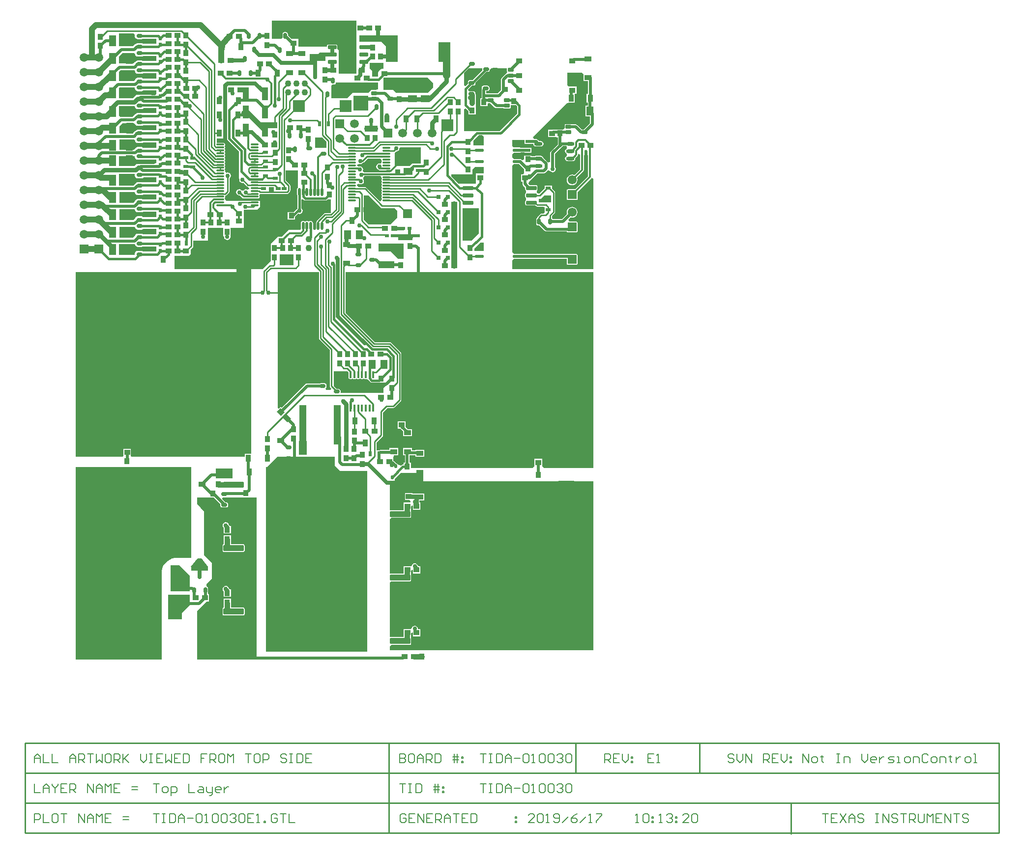
<source format=gtl>
G04 Layer_Physical_Order=1*
G04 Layer_Color=255*
%FSAX25Y25*%
%MOIN*%
G70*
G01*
G75*
G04:AMPARAMS|DCode=10|XSize=15.75mil|YSize=33.47mil|CornerRadius=1.97mil|HoleSize=0mil|Usage=FLASHONLY|Rotation=0.000|XOffset=0mil|YOffset=0mil|HoleType=Round|Shape=RoundedRectangle|*
%AMROUNDEDRECTD10*
21,1,0.01575,0.02953,0,0,0.0*
21,1,0.01181,0.03347,0,0,0.0*
1,1,0.00394,0.00591,-0.01476*
1,1,0.00394,-0.00591,-0.01476*
1,1,0.00394,-0.00591,0.01476*
1,1,0.00394,0.00591,0.01476*
%
%ADD10ROUNDEDRECTD10*%
%ADD11R,0.03937X0.03740*%
%ADD12R,0.03740X0.03937*%
G04:AMPARAMS|DCode=13|XSize=23.62mil|YSize=39.37mil|CornerRadius=5.91mil|HoleSize=0mil|Usage=FLASHONLY|Rotation=0.000|XOffset=0mil|YOffset=0mil|HoleType=Round|Shape=RoundedRectangle|*
%AMROUNDEDRECTD13*
21,1,0.02362,0.02756,0,0,0.0*
21,1,0.01181,0.03937,0,0,0.0*
1,1,0.01181,0.00591,-0.01378*
1,1,0.01181,-0.00591,-0.01378*
1,1,0.01181,-0.00591,0.01378*
1,1,0.01181,0.00591,0.01378*
%
%ADD13ROUNDEDRECTD13*%
G04:AMPARAMS|DCode=14|XSize=23.62mil|YSize=39.37mil|CornerRadius=5.91mil|HoleSize=0mil|Usage=FLASHONLY|Rotation=90.000|XOffset=0mil|YOffset=0mil|HoleType=Round|Shape=RoundedRectangle|*
%AMROUNDEDRECTD14*
21,1,0.02362,0.02756,0,0,90.0*
21,1,0.01181,0.03937,0,0,90.0*
1,1,0.01181,0.01378,0.00591*
1,1,0.01181,0.01378,-0.00591*
1,1,0.01181,-0.01378,-0.00591*
1,1,0.01181,-0.01378,0.00591*
%
%ADD14ROUNDEDRECTD14*%
%ADD15R,0.02362X0.03150*%
G04:AMPARAMS|DCode=16|XSize=23.62mil|YSize=57.09mil|CornerRadius=2.01mil|HoleSize=0mil|Usage=FLASHONLY|Rotation=90.000|XOffset=0mil|YOffset=0mil|HoleType=Round|Shape=RoundedRectangle|*
%AMROUNDEDRECTD16*
21,1,0.02362,0.05307,0,0,90.0*
21,1,0.01961,0.05709,0,0,90.0*
1,1,0.00402,0.02653,0.00980*
1,1,0.00402,0.02653,-0.00980*
1,1,0.00402,-0.02653,-0.00980*
1,1,0.00402,-0.02653,0.00980*
%
%ADD16ROUNDEDRECTD16*%
G04:AMPARAMS|DCode=17|XSize=116.14mil|YSize=192.91mil|CornerRadius=4.07mil|HoleSize=0mil|Usage=FLASHONLY|Rotation=0.000|XOffset=0mil|YOffset=0mil|HoleType=Round|Shape=RoundedRectangle|*
%AMROUNDEDRECTD17*
21,1,0.11614,0.18478,0,0,0.0*
21,1,0.10801,0.19291,0,0,0.0*
1,1,0.00813,0.05401,-0.09239*
1,1,0.00813,-0.05401,-0.09239*
1,1,0.00813,-0.05401,0.09239*
1,1,0.00813,0.05401,0.09239*
%
%ADD17ROUNDEDRECTD17*%
%ADD18O,0.01575X0.04724*%
%ADD19O,0.05709X0.02362*%
G04:AMPARAMS|DCode=20|XSize=23.62mil|YSize=39.37mil|CornerRadius=2.01mil|HoleSize=0mil|Usage=FLASHONLY|Rotation=90.000|XOffset=0mil|YOffset=0mil|HoleType=Round|Shape=RoundedRectangle|*
%AMROUNDEDRECTD20*
21,1,0.02362,0.03535,0,0,90.0*
21,1,0.01961,0.03937,0,0,90.0*
1,1,0.00402,0.01768,0.00980*
1,1,0.00402,0.01768,-0.00980*
1,1,0.00402,-0.01768,-0.00980*
1,1,0.00402,-0.01768,0.00980*
%
%ADD20ROUNDEDRECTD20*%
%ADD21O,0.06299X0.02165*%
%ADD22O,0.01772X0.05512*%
%ADD23O,0.05512X0.01181*%
%ADD24R,0.04409X0.03780*%
%ADD25R,0.07874X0.07874*%
%ADD26R,0.05118X0.13386*%
%ADD27R,0.02000X0.03500*%
%ADD28R,0.03500X0.02000*%
%ADD29R,0.05118X0.07283*%
G04:AMPARAMS|DCode=30|XSize=340.55mil|YSize=330.71mil|CornerRadius=1.65mil|HoleSize=0mil|Usage=FLASHONLY|Rotation=270.000|XOffset=0mil|YOffset=0mil|HoleType=Round|Shape=RoundedRectangle|*
%AMROUNDEDRECTD30*
21,1,0.34055,0.32740,0,0,270.0*
21,1,0.33724,0.33071,0,0,270.0*
1,1,0.00331,-0.16370,-0.16862*
1,1,0.00331,-0.16370,0.16862*
1,1,0.00331,0.16370,0.16862*
1,1,0.00331,0.16370,-0.16862*
%
%ADD30ROUNDEDRECTD30*%
G04:AMPARAMS|DCode=31|XSize=39.37mil|YSize=137.8mil|CornerRadius=1.97mil|HoleSize=0mil|Usage=FLASHONLY|Rotation=270.000|XOffset=0mil|YOffset=0mil|HoleType=Round|Shape=RoundedRectangle|*
%AMROUNDEDRECTD31*
21,1,0.03937,0.13386,0,0,270.0*
21,1,0.03543,0.13780,0,0,270.0*
1,1,0.00394,-0.06693,-0.01772*
1,1,0.00394,-0.06693,0.01772*
1,1,0.00394,0.06693,0.01772*
1,1,0.00394,0.06693,-0.01772*
%
%ADD31ROUNDEDRECTD31*%
G04:AMPARAMS|DCode=32|XSize=18.5mil|YSize=23.62mil|CornerRadius=1.94mil|HoleSize=0mil|Usage=FLASHONLY|Rotation=0.000|XOffset=0mil|YOffset=0mil|HoleType=Round|Shape=RoundedRectangle|*
%AMROUNDEDRECTD32*
21,1,0.01850,0.01974,0,0,0.0*
21,1,0.01462,0.02362,0,0,0.0*
1,1,0.00389,0.00731,-0.00987*
1,1,0.00389,-0.00731,-0.00987*
1,1,0.00389,-0.00731,0.00987*
1,1,0.00389,0.00731,0.00987*
%
%ADD32ROUNDEDRECTD32*%
%ADD33R,0.07874X0.13780*%
%ADD34R,0.12795X0.13504*%
%ADD35R,0.04724X0.29134*%
%ADD36R,0.11811X0.02953*%
%ADD37R,0.10799X0.08500*%
%ADD38R,0.03602X0.04803*%
%ADD39R,0.04803X0.03602*%
%ADD40R,0.03150X0.02362*%
%ADD41R,0.06300X0.05000*%
%ADD42R,0.05000X0.06300*%
G04:AMPARAMS|DCode=43|XSize=23.62mil|YSize=70.87mil|CornerRadius=2.01mil|HoleSize=0mil|Usage=FLASHONLY|Rotation=90.000|XOffset=0mil|YOffset=0mil|HoleType=Round|Shape=RoundedRectangle|*
%AMROUNDEDRECTD43*
21,1,0.02362,0.06685,0,0,90.0*
21,1,0.01961,0.07087,0,0,90.0*
1,1,0.00402,0.03342,0.00980*
1,1,0.00402,0.03342,-0.00980*
1,1,0.00402,-0.03342,-0.00980*
1,1,0.00402,-0.03342,0.00980*
%
%ADD43ROUNDEDRECTD43*%
%ADD44R,0.10630X0.05118*%
%ADD45R,0.04331X0.08661*%
%ADD46R,0.03150X0.03150*%
%ADD47R,0.02362X0.02362*%
G04:AMPARAMS|DCode=48|XSize=37.4mil|YSize=39.37mil|CornerRadius=0mil|HoleSize=0mil|Usage=FLASHONLY|Rotation=45.000|XOffset=0mil|YOffset=0mil|HoleType=Round|Shape=Rectangle|*
%AMROTATEDRECTD48*
4,1,4,0.00070,-0.02714,-0.02714,0.00070,-0.00070,0.02714,0.02714,-0.00070,0.00070,-0.02714,0.0*
%
%ADD48ROTATEDRECTD48*%

%ADD49C,0.01000*%
%ADD50C,0.02000*%
%ADD51C,0.04000*%
%ADD52C,0.02300*%
%ADD53C,0.01500*%
%ADD54C,0.03000*%
%ADD55C,0.01200*%
%ADD56C,0.01100*%
%ADD57C,0.02500*%
%ADD58C,0.03500*%
%ADD59C,0.10000*%
%ADD60C,0.05000*%
%ADD61C,0.01800*%
%ADD62C,0.03800*%
%ADD63C,0.00800*%
%ADD64R,0.05200X0.09200*%
%ADD65R,0.11500X0.03900*%
%ADD66R,0.11800X0.06500*%
%ADD67R,0.09500X0.07500*%
%ADD68C,0.05905*%
%ADD69R,0.05905X0.05905*%
%ADD70C,0.11000*%
%ADD71C,0.04331*%
G04:AMPARAMS|DCode=72|XSize=61.02mil|YSize=61.02mil|CornerRadius=1.83mil|HoleSize=0mil|Usage=FLASHONLY|Rotation=90.000|XOffset=0mil|YOffset=0mil|HoleType=Round|Shape=RoundedRectangle|*
%AMROUNDEDRECTD72*
21,1,0.06102,0.05736,0,0,90.0*
21,1,0.05736,0.06102,0,0,90.0*
1,1,0.00366,0.02868,0.02868*
1,1,0.00366,0.02868,-0.02868*
1,1,0.00366,-0.02868,-0.02868*
1,1,0.00366,-0.02868,0.02868*
%
%ADD72ROUNDEDRECTD72*%
%ADD73C,0.06102*%
%ADD74R,0.05905X0.05905*%
%ADD75C,0.03000*%
%ADD76C,0.01968*%
G36*
X0114279Y0451476D02*
X0114553Y0450673D01*
X0114945Y0450087D01*
X0115531Y0449695D01*
X0116222Y0449558D01*
X0118978D01*
X0119669Y0449695D01*
X0120104Y0449986D01*
X0129124D01*
Y0446724D01*
X0128844Y0446444D01*
X0120104D01*
X0119669Y0446734D01*
X0118978Y0446872D01*
X0116222D01*
X0115531Y0446734D01*
X0114945Y0446343D01*
X0114553Y0445756D01*
X0114458Y0445276D01*
X0113396Y0444215D01*
X0103824D01*
Y0451476D01*
X0114279D01*
X0114279Y0451476D01*
D02*
G37*
G36*
X0176871Y0511300D02*
X0176987Y0510715D01*
X0177319Y0510219D01*
X0184971Y0502566D01*
Y0489054D01*
X0185000Y0488906D01*
Y0484500D01*
X0185415Y0484085D01*
X0185259Y0483300D01*
X0185422Y0482481D01*
X0185886Y0481786D01*
X0186581Y0481322D01*
X0187400Y0481159D01*
X0187970Y0481272D01*
X0190274Y0478968D01*
X0190654Y0478714D01*
X0190819Y0478681D01*
X0192034Y0477466D01*
X0191935Y0477148D01*
X0190770Y0476777D01*
X0190619Y0476878D01*
X0189800Y0477041D01*
X0188981Y0476878D01*
X0188286Y0476414D01*
X0188056Y0476069D01*
X0188041Y0476063D01*
X0186959D01*
X0186944Y0476069D01*
X0186714Y0476414D01*
X0186019Y0476878D01*
X0185200Y0477041D01*
X0184381Y0476878D01*
X0183686Y0476414D01*
X0183222Y0475719D01*
X0183059Y0474900D01*
X0183222Y0474081D01*
X0183686Y0473386D01*
X0184381Y0472922D01*
X0185200Y0472759D01*
X0185543Y0472827D01*
X0187312Y0471058D01*
X0187708Y0470793D01*
X0188177Y0470700D01*
X0195598D01*
X0195646Y0470709D01*
X0197763D01*
X0198228Y0470802D01*
X0198621Y0471065D01*
X0198884Y0471459D01*
X0198977Y0471923D01*
X0198884Y0472388D01*
X0198675Y0472701D01*
X0198854Y0473119D01*
X0199186Y0473600D01*
X0218000D01*
X0219800Y0475400D01*
Y0475992D01*
X0219822Y0476100D01*
Y0479400D01*
X0219822Y0479400D01*
X0219800Y0479508D01*
Y0480100D01*
X0216800Y0483100D01*
Y0489670D01*
X0225000D01*
Y0478231D01*
X0224892Y0478159D01*
X0224563Y0477667D01*
X0224448Y0477087D01*
Y0473347D01*
X0224563Y0472767D01*
X0224587Y0472733D01*
Y0469200D01*
Y0463881D01*
X0224486Y0463814D01*
X0224284Y0463512D01*
X0223927Y0463273D01*
X0223927Y0463273D01*
X0222171Y0461518D01*
X0218130D01*
Y0456381D01*
X0223070D01*
Y0458524D01*
X0224993Y0460447D01*
X0225181Y0460322D01*
X0226000Y0460159D01*
X0226819Y0460322D01*
X0227514Y0460786D01*
X0227978Y0461481D01*
X0228141Y0462300D01*
X0227978Y0463119D01*
X0227514Y0463814D01*
X0227340Y0463931D01*
Y0470100D01*
X0228553D01*
X0228927Y0469727D01*
X0229373Y0469428D01*
X0229900Y0469323D01*
X0243750D01*
X0244276Y0469428D01*
X0244723Y0469727D01*
X0245096Y0470100D01*
X0247400D01*
Y0461149D01*
X0246973Y0460722D01*
X0243300D01*
X0242871Y0460636D01*
X0242507Y0460393D01*
X0242507Y0460393D01*
X0237965Y0455851D01*
X0237722Y0455487D01*
X0237637Y0455058D01*
X0237637Y0455058D01*
Y0454855D01*
X0237359Y0454439D01*
X0237243Y0453859D01*
Y0450119D01*
X0236407Y0449300D01*
X0235991D01*
X0235155Y0450119D01*
Y0453859D01*
X0235040Y0454439D01*
X0234711Y0454930D01*
X0234220Y0455259D01*
X0233640Y0455374D01*
X0233060Y0455259D01*
X0232361Y0455006D01*
X0231661Y0455259D01*
X0231081Y0455374D01*
X0230501Y0455259D01*
X0230010Y0454930D01*
X0229593D01*
X0229102Y0455259D01*
X0228522Y0455374D01*
X0227942Y0455259D01*
X0227451Y0454930D01*
X0227122Y0454439D01*
X0227007Y0453859D01*
Y0450119D01*
X0226171Y0449300D01*
X0218800D01*
X0214220Y0444720D01*
X0211500D01*
X0206700Y0439920D01*
Y0439718D01*
X0206663D01*
Y0434581D01*
X0206700D01*
Y0428300D01*
X0201100Y0422700D01*
X0141400D01*
Y0431800D01*
X0151000D01*
X0152200Y0433000D01*
Y0436100D01*
X0154000Y0437900D01*
Y0442200D01*
X0164100D01*
Y0450619D01*
X0174430D01*
Y0445482D01*
X0174430D01*
X0174859Y0444600D01*
X0175022Y0443781D01*
X0175486Y0443086D01*
X0176181Y0442622D01*
X0177000Y0442459D01*
X0177819Y0442622D01*
X0178514Y0443086D01*
X0178978Y0443781D01*
X0179137Y0444579D01*
X0179370Y0445482D01*
X0179370D01*
Y0450619D01*
X0188314D01*
Y0463059D01*
X0197197D01*
X0199338Y0465200D01*
Y0469200D01*
X0197764D01*
X0197763Y0469200D01*
X0193432D01*
X0193432Y0469200D01*
X0176573D01*
X0175749Y0469955D01*
X0175656Y0470419D01*
X0175393Y0470813D01*
Y0471065D01*
X0175656Y0471459D01*
X0175727Y0471815D01*
X0175749Y0471923D01*
X0175755Y0472044D01*
X0175777Y0472488D01*
X0176221Y0472856D01*
X0176585Y0473099D01*
X0178193Y0474707D01*
X0178436Y0475071D01*
X0178522Y0475500D01*
X0178522Y0475500D01*
Y0484424D01*
X0178914Y0484686D01*
X0179378Y0485381D01*
X0179541Y0486200D01*
X0179378Y0487019D01*
X0178914Y0487714D01*
X0178219Y0488178D01*
X0177400Y0488341D01*
X0176581Y0488178D01*
X0176257Y0488274D01*
X0175656Y0489175D01*
X0175749Y0489640D01*
X0175656Y0490104D01*
X0175393Y0490498D01*
Y0490750D01*
X0175656Y0491144D01*
X0175749Y0491608D01*
X0175656Y0492073D01*
X0175393Y0492467D01*
Y0492719D01*
X0175656Y0493112D01*
X0175749Y0493577D01*
X0175656Y0494041D01*
X0175393Y0494435D01*
Y0494687D01*
X0175656Y0495081D01*
X0175749Y0495545D01*
X0175656Y0496010D01*
X0175393Y0496404D01*
Y0496656D01*
X0175656Y0497049D01*
X0175749Y0497514D01*
X0175656Y0497978D01*
X0175393Y0498372D01*
Y0498624D01*
X0175656Y0499018D01*
X0175749Y0499482D01*
X0175656Y0499947D01*
X0175393Y0500341D01*
Y0500593D01*
X0175656Y0500986D01*
X0175749Y0501451D01*
X0175656Y0501915D01*
X0175393Y0502309D01*
Y0502561D01*
X0175656Y0502955D01*
X0175749Y0503419D01*
X0175656Y0503884D01*
X0175393Y0504278D01*
Y0504529D01*
X0175656Y0504923D01*
X0175749Y0505388D01*
X0175656Y0505852D01*
X0175393Y0506246D01*
Y0506498D01*
X0175656Y0506892D01*
X0175749Y0507356D01*
X0175656Y0507821D01*
X0175393Y0508215D01*
X0174999Y0508478D01*
X0174535Y0508570D01*
X0170204D01*
X0169900Y0508820D01*
Y0511400D01*
X0176871D01*
Y0511300D01*
D02*
G37*
G36*
X0347700Y0447000D02*
X0342800Y0442100D01*
X0336500Y0442100D01*
X0336500Y0464100D01*
X0347700Y0464100D01*
X0347700Y0447000D01*
D02*
G37*
G36*
X0114226Y0439676D02*
X0114553Y0438925D01*
X0114945Y0438339D01*
X0115531Y0437948D01*
X0116222Y0437810D01*
X0118978D01*
X0119669Y0437948D01*
X0120104Y0438238D01*
X0129100D01*
Y0435010D01*
X0128786Y0434696D01*
X0120104D01*
X0119669Y0434986D01*
X0118978Y0435124D01*
X0116222D01*
X0115531Y0434986D01*
X0114945Y0434595D01*
X0114553Y0434009D01*
X0114416Y0433317D01*
Y0432327D01*
X0114389Y0432300D01*
X0103800D01*
Y0439676D01*
X0114226D01*
X0114226Y0439676D01*
D02*
G37*
G36*
X0351100Y0435100D02*
X0344751D01*
Y0436844D01*
X0348500Y0440593D01*
X0351100D01*
Y0435100D01*
D02*
G37*
G36*
X0281800Y0464200D02*
X0290700D01*
X0292400Y0462500D01*
Y0457700D01*
X0287900Y0453200D01*
X0272700D01*
X0269473Y0456427D01*
Y0472900D01*
X0273100D01*
X0281800Y0464200D01*
D02*
G37*
G36*
X0281635Y0485231D02*
X0281727Y0484767D01*
X0281991Y0484373D01*
Y0484121D01*
X0281727Y0483728D01*
X0281635Y0483263D01*
X0281727Y0482798D01*
X0281991Y0482405D01*
Y0482153D01*
X0281727Y0481759D01*
X0281635Y0481294D01*
X0281727Y0480830D01*
X0281991Y0480436D01*
Y0480184D01*
X0281727Y0479790D01*
X0281635Y0479326D01*
X0281727Y0478861D01*
X0281991Y0478468D01*
Y0478216D01*
X0281727Y0477822D01*
X0281635Y0477357D01*
X0281727Y0476893D01*
X0281991Y0476499D01*
Y0476247D01*
X0281727Y0475853D01*
X0281635Y0475389D01*
X0281727Y0474924D01*
X0281991Y0474531D01*
Y0474279D01*
X0281727Y0473885D01*
X0281635Y0473420D01*
X0281727Y0472956D01*
X0281991Y0472562D01*
Y0472310D01*
X0281727Y0471916D01*
X0281635Y0471452D01*
X0281727Y0470987D01*
X0281991Y0470594D01*
Y0470342D01*
X0281727Y0469948D01*
X0281635Y0469484D01*
X0280737Y0468870D01*
X0280716D01*
X0271436Y0478151D01*
X0271072Y0478394D01*
X0270642Y0478479D01*
X0270642Y0478479D01*
X0265928D01*
X0265165Y0479326D01*
X0265073Y0479790D01*
X0265315Y0480377D01*
X0266427Y0480658D01*
X0266781Y0480422D01*
X0267600Y0480259D01*
X0268419Y0480422D01*
X0269114Y0480886D01*
X0269578Y0481581D01*
X0269741Y0482400D01*
X0269578Y0483219D01*
X0269240Y0483725D01*
X0269139Y0484008D01*
X0269387Y0484934D01*
X0269614Y0485086D01*
X0270078Y0485781D01*
X0270117Y0485977D01*
X0280804D01*
X0281635Y0485231D01*
D02*
G37*
G36*
X0351100Y0487800D02*
X0345500D01*
Y0480600D01*
X0333847Y0480600D01*
X0328900Y0485547D01*
Y0487200D01*
X0343200D01*
Y0490329D01*
X0345071Y0492200D01*
X0347200Y0492200D01*
X0351100D01*
Y0487800D01*
D02*
G37*
G36*
X0114383Y0475076D02*
X0114416Y0474902D01*
Y0474860D01*
X0114553Y0474169D01*
X0114945Y0473583D01*
X0115531Y0473191D01*
X0116222Y0473054D01*
X0118978D01*
X0119669Y0473191D01*
X0120104Y0473482D01*
X0129124D01*
Y0470103D01*
X0128961Y0469939D01*
X0120104D01*
X0119669Y0470230D01*
X0118978Y0470367D01*
X0116222D01*
X0115531Y0470230D01*
X0114945Y0469838D01*
X0114553Y0469252D01*
X0114458Y0468772D01*
X0113410Y0467724D01*
X0103824D01*
Y0475076D01*
X0114383D01*
X0114383Y0475076D01*
D02*
G37*
G36*
X0114331Y0463276D02*
X0114553Y0462421D01*
X0114945Y0461835D01*
X0115531Y0461443D01*
X0116222Y0461306D01*
X0118978D01*
X0119669Y0461443D01*
X0120104Y0461734D01*
X0129124D01*
Y0458413D01*
X0128902Y0458191D01*
X0120104D01*
X0119669Y0458482D01*
X0118978Y0458619D01*
X0116222D01*
X0115531Y0458482D01*
X0114945Y0458090D01*
X0114553Y0457504D01*
X0114458Y0457024D01*
X0113396Y0455963D01*
X0103824D01*
Y0463276D01*
X0114331D01*
X0114331Y0463276D01*
D02*
G37*
G36*
X0396600Y0468100D02*
X0388200D01*
Y0470400D01*
X0389500D01*
X0391900Y0472800D01*
X0396600D01*
Y0468100D01*
D02*
G37*
G36*
X0296700Y0429800D02*
X0292930D01*
X0287930Y0434800D01*
X0279787D01*
Y0440200D01*
X0296700D01*
Y0429800D01*
D02*
G37*
G36*
X0151700Y0214500D02*
X0151700Y0204200D01*
X0138700Y0204200D01*
X0138700Y0221600D01*
X0144600D01*
X0151700Y0214500D01*
D02*
G37*
G36*
X0164105Y0220828D02*
X0152295D01*
X0156822Y0226339D01*
X0159578D01*
X0164105Y0220828D01*
D02*
G37*
G36*
X0151700Y0194800D02*
X0146300Y0189400D01*
X0146300Y0185200D01*
X0137000D01*
Y0201900D01*
X0151700D01*
Y0194800D01*
D02*
G37*
G36*
X0152500Y0226700D02*
X0142600D01*
X0141620Y0226652D01*
X0139697Y0226269D01*
X0137886Y0225519D01*
X0136256Y0224430D01*
X0134870Y0223044D01*
X0133781Y0221414D01*
X0133031Y0219603D01*
X0132648Y0217680D01*
X0132600Y0216700D01*
Y0157900D01*
X0074400D01*
Y0288300D01*
X0152500D01*
Y0226700D01*
D02*
G37*
G36*
X0250100Y0295400D02*
X0250100Y0289200D01*
X0253500Y0285800D01*
X0272000Y0285800D01*
X0272000Y0163200D01*
X0203400D01*
Y0288400D01*
X0204000D01*
X0211000Y0295400D01*
X0250100Y0295400D01*
D02*
G37*
G36*
X0310000Y0278900D02*
X0425300D01*
X0425300Y0164000D01*
X0287400D01*
Y0166895D01*
X0288400Y0167837D01*
X0300927D01*
X0301238Y0167899D01*
X0301501Y0168075D01*
X0301677Y0168338D01*
X0301739Y0168649D01*
Y0172193D01*
X0301677Y0172503D01*
X0301660Y0172530D01*
X0301719Y0173530D01*
X0301719D01*
Y0175690D01*
X0302719Y0176215D01*
X0302868Y0176112D01*
X0302881Y0176077D01*
Y0173530D01*
X0308018D01*
Y0178470D01*
X0306448D01*
X0306341Y0178600D01*
X0306178Y0179419D01*
X0305714Y0180114D01*
X0305019Y0180578D01*
X0304200Y0180741D01*
X0303381Y0180578D01*
X0302686Y0180114D01*
X0302222Y0179419D01*
X0302193Y0179274D01*
X0301773Y0178562D01*
X0301091Y0178470D01*
X0296582D01*
Y0175799D01*
X0296562Y0175700D01*
Y0173005D01*
X0287541D01*
X0287400Y0173121D01*
Y0209945D01*
X0288400Y0210887D01*
X0300927D01*
X0301238Y0210949D01*
X0301501Y0211125D01*
X0301677Y0211388D01*
X0301739Y0211699D01*
Y0215243D01*
X0301719Y0216130D01*
X0301719Y0216130D01*
Y0218090D01*
X0302719Y0218615D01*
X0302868Y0218512D01*
X0302881Y0218477D01*
Y0216130D01*
X0308018D01*
Y0221070D01*
X0306793D01*
X0306783Y0221084D01*
X0306210Y0221657D01*
X0306178Y0221819D01*
X0305714Y0222514D01*
X0305019Y0222978D01*
X0304200Y0223141D01*
X0303381Y0222978D01*
X0302686Y0222514D01*
X0302244Y0221853D01*
X0302221Y0221819D01*
X0301611Y0221070D01*
X0301103Y0221070D01*
X0296582D01*
Y0218199D01*
X0296562Y0218100D01*
Y0216055D01*
X0287541D01*
X0287400Y0216171D01*
X0287400Y0252995D01*
X0288400Y0253937D01*
X0300927D01*
X0301238Y0253999D01*
X0301501Y0254175D01*
X0301677Y0254438D01*
X0301739Y0254749D01*
Y0258293D01*
X0301712Y0258430D01*
X0301719Y0259430D01*
X0301719D01*
Y0261790D01*
X0302719Y0262315D01*
X0302868Y0262212D01*
X0302881Y0262177D01*
Y0259430D01*
X0308018D01*
Y0264370D01*
X0307399D01*
Y0265752D01*
X0310602D01*
Y0270554D01*
X0304598D01*
Y0270541D01*
X0302618D01*
Y0270870D01*
X0297481D01*
Y0265930D01*
X0300728D01*
X0301427Y0264947D01*
X0301241Y0264417D01*
X0301105Y0264370D01*
X0296582D01*
Y0261799D01*
X0296562Y0261700D01*
Y0259105D01*
X0287541D01*
X0287400Y0259221D01*
Y0278900D01*
X0290800D01*
Y0280300D01*
X0295000Y0284500D01*
X0310000D01*
Y0278900D01*
D02*
G37*
G36*
X0259278Y0352516D02*
Y0349366D01*
X0259385Y0348825D01*
X0259692Y0348366D01*
X0260151Y0348060D01*
X0260692Y0347952D01*
X0261233Y0348060D01*
X0261692Y0348366D01*
X0262251D01*
X0262710Y0348060D01*
X0263251Y0347952D01*
X0263792Y0348060D01*
X0263806Y0348069D01*
X0264531Y0348284D01*
X0265255Y0348069D01*
X0265269Y0348060D01*
X0265810Y0347952D01*
X0266352Y0348060D01*
X0266810Y0348366D01*
X0267369D01*
X0267828Y0348060D01*
X0268369Y0347952D01*
X0268911Y0348060D01*
X0268924Y0348069D01*
X0269649Y0348284D01*
X0270373Y0348069D01*
X0270387Y0348060D01*
X0270928Y0347952D01*
X0271470Y0348060D01*
X0272514Y0347639D01*
X0274079Y0346075D01*
X0274525Y0345776D01*
X0275052Y0345671D01*
X0279967D01*
X0280121Y0345702D01*
X0283100D01*
Y0338800D01*
X0254119D01*
X0253816Y0339169D01*
Y0340350D01*
X0253724Y0340815D01*
X0253461Y0341209D01*
X0253067Y0341472D01*
X0252602Y0341564D01*
X0251006D01*
X0249300Y0343270D01*
X0249300Y0353300D01*
X0258515D01*
X0259278Y0352516D01*
D02*
G37*
G36*
X0239141Y0375837D02*
X0239141Y0375837D01*
X0239227Y0375408D01*
X0239470Y0375044D01*
X0246579Y0367935D01*
Y0343284D01*
X0246578Y0343284D01*
X0246664Y0342855D01*
X0246907Y0342491D01*
X0247574Y0341824D01*
X0247192Y0340900D01*
X0243952D01*
X0243866Y0341130D01*
X0243786Y0341900D01*
X0244012Y0342051D01*
X0244275Y0342445D01*
X0244367Y0342910D01*
Y0344091D01*
X0244275Y0344555D01*
X0244012Y0344949D01*
X0243618Y0345212D01*
X0243154Y0345304D01*
X0240398D01*
X0239933Y0345212D01*
X0239812Y0345131D01*
X0231250D01*
X0230626Y0345007D01*
X0230097Y0344654D01*
X0213968Y0328525D01*
X0213203Y0329290D01*
X0212124Y0328210D01*
X0211200Y0328593D01*
Y0420900D01*
X0239141D01*
Y0375837D01*
D02*
G37*
G36*
X0425300Y0287900D02*
X0392051D01*
X0390519Y0289030D01*
Y0293970D01*
X0385382D01*
Y0289030D01*
X0383850Y0287900D01*
X0301570D01*
Y0291318D01*
X0300731D01*
Y0296369D01*
X0304598D01*
Y0295346D01*
X0310602D01*
Y0300148D01*
X0304598D01*
Y0299631D01*
X0302202D01*
Y0301255D01*
X0296198D01*
Y0296453D01*
X0297469D01*
Y0291318D01*
X0296630D01*
Y0290271D01*
X0296293Y0290126D01*
X0296131D01*
X0295604Y0290021D01*
X0295157Y0289723D01*
X0295007Y0289573D01*
X0294882Y0289519D01*
X0293778Y0289751D01*
X0292879Y0290237D01*
X0292704Y0290500D01*
X0292441Y0290675D01*
X0292131Y0290737D01*
X0291910D01*
X0290094Y0292553D01*
X0289564Y0292907D01*
X0289518Y0292916D01*
Y0294452D01*
X0289518Y0294570D01*
X0289803Y0296452D01*
X0293002D01*
Y0301254D01*
X0286998D01*
Y0299931D01*
X0280800D01*
X0280391Y0299850D01*
X0278400Y0299850D01*
X0278273Y0301797D01*
Y0305214D01*
X0282229Y0309171D01*
X0282483Y0309551D01*
X0282573Y0310000D01*
Y0325514D01*
X0285586Y0328527D01*
X0289700D01*
X0290149Y0328617D01*
X0290529Y0328871D01*
X0294779Y0333121D01*
X0295033Y0333501D01*
X0295123Y0333950D01*
Y0365483D01*
X0295033Y0365932D01*
X0294779Y0366313D01*
X0288263Y0372829D01*
X0287882Y0373083D01*
X0287433Y0373172D01*
X0277269D01*
X0257223Y0393219D01*
Y0420700D01*
X0425300D01*
Y0287900D01*
D02*
G37*
G36*
X0196900Y0257500D02*
D01*
X0196900Y0157700D01*
X0156600D01*
Y0190900D01*
X0162930Y0197230D01*
X0164518D01*
Y0198818D01*
Y0202170D01*
X0164323D01*
X0164093Y0202592D01*
X0163879Y0203170D01*
X0163945Y0203498D01*
Y0206254D01*
X0163852Y0206718D01*
X0163589Y0207112D01*
X0163195Y0207375D01*
X0163000Y0207414D01*
Y0209200D01*
X0166700Y0212900D01*
Y0223300D01*
X0161400Y0228600D01*
Y0258133D01*
X0156500Y0263300D01*
Y0267700D01*
X0167993D01*
X0172384Y0263309D01*
Y0262169D01*
X0172476Y0261705D01*
X0172739Y0261311D01*
X0173133Y0261048D01*
X0173598Y0260955D01*
X0176354D01*
X0176818Y0261048D01*
X0177212Y0261311D01*
X0177475Y0261705D01*
X0177567Y0262169D01*
Y0263350D01*
X0177475Y0263815D01*
X0177212Y0264209D01*
X0176818Y0264472D01*
X0176354Y0264564D01*
X0175743D01*
X0173531Y0266776D01*
X0173914Y0267700D01*
X0196900D01*
Y0257500D01*
D02*
G37*
G36*
X0193400Y0297302D02*
X0189052D01*
Y0295300D01*
X0112499D01*
X0111718Y0295830D01*
Y0300770D01*
X0106581D01*
Y0295830D01*
X0105801Y0295300D01*
X0074400D01*
Y0420700D01*
X0193400D01*
Y0297302D01*
D02*
G37*
G36*
X0316800Y0549000D02*
Y0546100D01*
X0313100Y0542400D01*
X0291700D01*
X0289600Y0544500D01*
X0282900D01*
Y0552700D01*
X0313100D01*
X0316800Y0549000D01*
D02*
G37*
G36*
X0349843Y0559100D02*
X0349933Y0558990D01*
Y0557809D01*
X0349942Y0557764D01*
X0343222Y0551045D01*
X0341398D01*
X0340933Y0550952D01*
X0340539Y0550689D01*
X0340276Y0550295D01*
X0340184Y0549831D01*
Y0548650D01*
X0340193Y0548604D01*
X0338724Y0547135D01*
X0337800Y0547518D01*
Y0556114D01*
X0340786Y0559100D01*
X0349843Y0559100D01*
D02*
G37*
G36*
X0279300Y0544600D02*
X0274847D01*
X0272647Y0542400D01*
X0262100Y0542400D01*
X0258600Y0538900D01*
X0247700Y0538900D01*
Y0547214D01*
X0248210Y0548133D01*
X0249391D01*
X0249855Y0548225D01*
X0250249Y0548488D01*
X0250512Y0548882D01*
X0250595Y0549300D01*
X0279300D01*
Y0544600D01*
D02*
G37*
G36*
X0114416Y0545346D02*
X0114553Y0544655D01*
X0114945Y0544069D01*
X0115531Y0543678D01*
X0116222Y0543540D01*
X0118978D01*
X0119669Y0543678D01*
X0120104Y0543968D01*
X0129100D01*
Y0541524D01*
X0118443D01*
X0118443Y0541524D01*
X0117592Y0541355D01*
X0117303Y0541161D01*
X0116419D01*
X0116419Y0541161D01*
X0115719Y0541069D01*
X0115067Y0540799D01*
X0114750Y0540555D01*
X0114506Y0540369D01*
X0114506Y0540369D01*
X0112942Y0538804D01*
X0103800D01*
Y0545855D01*
X0103921Y0545976D01*
X0114416D01*
Y0545346D01*
D02*
G37*
G36*
X0366613Y0559100D02*
X0366761Y0558920D01*
Y0556960D01*
X0366823Y0556647D01*
X0366508Y0555795D01*
X0366382Y0555644D01*
X0365947Y0555353D01*
X0363246Y0552654D01*
X0362893Y0552124D01*
X0362769Y0551500D01*
Y0545550D01*
X0362781Y0545487D01*
Y0544339D01*
X0360574Y0542131D01*
X0352731D01*
Y0543696D01*
X0353602D01*
X0354067Y0543788D01*
X0354461Y0544051D01*
X0354724Y0544445D01*
X0354816Y0544909D01*
Y0546091D01*
X0354724Y0546555D01*
X0354461Y0546949D01*
X0354067Y0547212D01*
X0353602Y0547304D01*
X0350847D01*
X0350382Y0547212D01*
X0349988Y0546949D01*
X0349725Y0546555D01*
X0349633Y0546091D01*
Y0545059D01*
X0349593Y0545000D01*
X0349469Y0544376D01*
Y0540500D01*
Y0538618D01*
X0348630D01*
Y0533481D01*
X0353570D01*
Y0534613D01*
X0354019Y0535543D01*
X0355276D01*
X0358373Y0532446D01*
X0358903Y0532093D01*
X0359527Y0531969D01*
X0364379D01*
X0364533Y0531865D01*
X0364846Y0531803D01*
X0368381D01*
X0368694Y0531865D01*
X0368958Y0532042D01*
X0369135Y0532307D01*
X0369198Y0532620D01*
Y0534181D01*
X0372872D01*
X0373724Y0533330D01*
Y0528424D01*
X0361800Y0516500D01*
X0337800Y0516500D01*
X0337800Y0528200D01*
Y0531497D01*
X0338724Y0531880D01*
X0340630Y0529974D01*
Y0527882D01*
X0345570D01*
Y0533019D01*
X0345570D01*
X0345489Y0533181D01*
X0345570Y0534181D01*
X0345570D01*
Y0539318D01*
X0345496D01*
Y0541200D01*
X0345367Y0541847D01*
Y0542350D01*
X0345275Y0542815D01*
X0345012Y0543209D01*
X0344618Y0543472D01*
X0344153Y0543564D01*
X0343260D01*
X0343100Y0543596D01*
X0342940Y0543564D01*
X0341398D01*
X0340457Y0544245D01*
X0340388Y0544906D01*
X0342918Y0547436D01*
X0344153D01*
X0344618Y0547528D01*
X0345012Y0547791D01*
X0345275Y0548185D01*
X0345367Y0548650D01*
Y0549296D01*
X0352667Y0556596D01*
X0353902D01*
X0354367Y0556688D01*
X0354761Y0556951D01*
X0355024Y0557345D01*
X0355116Y0557809D01*
Y0558100D01*
X0356071Y0559100D01*
X0366613Y0559100D01*
D02*
G37*
G36*
X0114200Y0557676D02*
X0114491Y0556714D01*
X0114553Y0556403D01*
X0114945Y0555817D01*
X0115531Y0555425D01*
X0116222Y0555288D01*
X0118978D01*
X0119669Y0555425D01*
X0120104Y0555716D01*
X0129100D01*
Y0552173D01*
X0120104D01*
X0119669Y0552464D01*
X0118978Y0552601D01*
X0116222D01*
X0115531Y0552464D01*
X0114945Y0552072D01*
X0114553Y0551486D01*
X0114458Y0551006D01*
X0113956Y0550504D01*
X0103800D01*
Y0556655D01*
X0104821Y0557676D01*
X0114200D01*
X0114200Y0557676D01*
D02*
G37*
G36*
X0292700Y0574000D02*
X0284800D01*
X0281600Y0577200D01*
X0266700D01*
Y0581300D01*
X0292700D01*
Y0574000D01*
D02*
G37*
G36*
X0114416Y0581771D02*
Y0580590D01*
X0114553Y0579899D01*
X0114945Y0579313D01*
X0115531Y0578921D01*
X0116222Y0578783D01*
X0118978D01*
X0119669Y0578921D01*
X0120104Y0579211D01*
X0129100D01*
Y0575669D01*
X0120104D01*
X0119669Y0575959D01*
X0118978Y0576097D01*
X0116222D01*
X0115531Y0575959D01*
X0115256Y0575776D01*
X0115149Y0575755D01*
X0114427Y0575273D01*
X0114427Y0575273D01*
X0113155Y0574000D01*
X0103800D01*
Y0582600D01*
X0113561D01*
X0114416Y0581771D01*
D02*
G37*
G36*
X0114000Y0569476D02*
X0114474Y0568551D01*
X0114553Y0568151D01*
X0114945Y0567565D01*
X0115531Y0567173D01*
X0116222Y0567036D01*
X0118978D01*
X0119669Y0567173D01*
X0120104Y0567464D01*
X0129100D01*
Y0563921D01*
X0120104D01*
X0119669Y0564212D01*
X0118978Y0564349D01*
X0116222D01*
X0115531Y0564212D01*
X0114945Y0563820D01*
X0114802Y0563606D01*
X0114680Y0563525D01*
X0114680Y0563525D01*
X0113407Y0562252D01*
X0103800D01*
Y0567164D01*
X0106112Y0569476D01*
X0114000D01*
X0114000Y0569476D01*
D02*
G37*
G36*
X0283000Y0558900D02*
X0282628Y0558882D01*
X0281897Y0558736D01*
X0281209Y0558451D01*
X0280589Y0558037D01*
X0280063Y0557511D01*
X0279649Y0556891D01*
X0279364Y0556203D01*
X0279218Y0555473D01*
X0279200Y0555100D01*
Y0553400D01*
X0275200D01*
Y0557500D01*
X0273800Y0558900D01*
Y0562900D01*
X0283000D01*
Y0558900D01*
D02*
G37*
G36*
X0264700Y0591500D02*
X0264700Y0580927D01*
Y0555400D01*
X0252500D01*
X0252500Y0571400D01*
X0251615Y0572285D01*
X0251642Y0572420D01*
Y0574380D01*
X0251579Y0574693D01*
X0251402Y0574958D01*
X0251138Y0575135D01*
X0250825Y0575197D01*
X0245518D01*
X0245206Y0575135D01*
X0244941Y0574958D01*
X0244764Y0574693D01*
X0244702Y0574380D01*
Y0573900D01*
X0225300Y0573900D01*
X0225300Y0579100D01*
X0220572D01*
X0218145Y0581527D01*
Y0582402D01*
X0218052Y0582867D01*
X0217789Y0583261D01*
X0217395Y0583524D01*
X0216931Y0583616D01*
X0215750D01*
X0215285Y0583524D01*
X0214891Y0583261D01*
X0214628Y0582867D01*
X0214536Y0582402D01*
Y0579646D01*
X0213625Y0579100D01*
X0207200D01*
X0207200Y0591500D01*
X0264700Y0591500D01*
D02*
G37*
G36*
X0114391Y0533250D02*
X0114529Y0532558D01*
X0114920Y0531972D01*
X0115506Y0531581D01*
X0116198Y0531443D01*
X0118954D01*
X0119645Y0531581D01*
X0120231Y0531972D01*
X0120397Y0532220D01*
X0129100D01*
Y0528678D01*
X0119350D01*
X0118954Y0528757D01*
X0116198D01*
X0115506Y0528619D01*
X0114920Y0528228D01*
X0114832Y0528096D01*
X0114587Y0527932D01*
X0114587Y0527932D01*
X0112879Y0526224D01*
X0104991D01*
X0104991Y0526224D01*
X0104800Y0526186D01*
X0103800Y0526831D01*
Y0533376D01*
X0103820Y0533396D01*
X0114062D01*
X0114062Y0533396D01*
X0114203Y0533414D01*
X0114391Y0533250D01*
D02*
G37*
G36*
X0407160Y0506222D02*
X0407449Y0506165D01*
Y0504635D01*
X0407160Y0504578D01*
X0406571Y0504184D01*
X0406177Y0503595D01*
X0406039Y0502900D01*
X0406177Y0502205D01*
X0406571Y0501616D01*
X0407160Y0501222D01*
X0407449Y0501165D01*
Y0499635D01*
X0407160Y0499578D01*
X0406571Y0499184D01*
X0406177Y0498595D01*
X0406039Y0497900D01*
X0406177Y0497205D01*
X0406571Y0496616D01*
X0407160Y0496222D01*
X0407855Y0496084D01*
X0411202D01*
X0411897Y0496222D01*
X0412486Y0496616D01*
X0412879Y0497205D01*
X0413018Y0497900D01*
X0413003Y0497971D01*
X0414470Y0499438D01*
X0414735Y0499835D01*
X0414828Y0500303D01*
Y0501088D01*
X0414838Y0501094D01*
X0415802Y0500746D01*
X0416262Y0500436D01*
X0416376Y0500318D01*
Y0490507D01*
X0412471Y0486601D01*
X0411853Y0486857D01*
X0410900Y0486983D01*
X0409947Y0486857D01*
X0409059Y0486489D01*
X0408296Y0485904D01*
X0407711Y0485141D01*
X0407343Y0484253D01*
X0407217Y0483300D01*
X0407343Y0482347D01*
X0407711Y0481459D01*
X0408296Y0480696D01*
X0409059Y0480111D01*
X0409947Y0479743D01*
X0410900Y0479617D01*
X0411853Y0479743D01*
X0412741Y0480111D01*
X0413504Y0480696D01*
X0414089Y0481459D01*
X0414457Y0482347D01*
X0414583Y0483300D01*
X0414457Y0484253D01*
X0414201Y0484871D01*
X0418465Y0489135D01*
X0418730Y0489532D01*
X0418823Y0490000D01*
Y0499923D01*
X0418906Y0499978D01*
X0419082Y0500242D01*
X0419144Y0500553D01*
Y0503506D01*
X0419179Y0503550D01*
X0420735Y0503601D01*
X0421456Y0502867D01*
Y0500553D01*
X0421518Y0500242D01*
X0421694Y0499978D01*
X0421776Y0499923D01*
Y0485907D01*
X0412836Y0476966D01*
X0408032D01*
X0407726Y0476906D01*
X0407467Y0476733D01*
X0407294Y0476474D01*
X0407233Y0476168D01*
Y0470432D01*
X0407294Y0470126D01*
X0407467Y0469867D01*
X0407726Y0469694D01*
X0408032Y0469633D01*
X0413768D01*
X0414074Y0469694D01*
X0414333Y0469867D01*
X0414506Y0470126D01*
X0414567Y0470432D01*
Y0475236D01*
X0423865Y0484535D01*
X0423900Y0484587D01*
X0425400Y0484211D01*
Y0422800D01*
X0370300Y0422800D01*
Y0428464D01*
X0371428Y0429684D01*
X0375562D01*
X0375986Y0429769D01*
X0407233D01*
Y0426532D01*
X0407294Y0426226D01*
X0407467Y0425967D01*
X0407726Y0425794D01*
X0408032Y0425734D01*
X0413768D01*
X0414074Y0425794D01*
X0414333Y0425967D01*
X0414506Y0426226D01*
X0414567Y0426532D01*
Y0432268D01*
X0414506Y0432574D01*
X0414333Y0432833D01*
X0414074Y0433006D01*
X0413768Y0433067D01*
X0408032D01*
X0407855Y0433031D01*
X0375986D01*
X0375562Y0433116D01*
X0371428D01*
X0370300Y0434337D01*
Y0492864D01*
X0371428Y0494084D01*
X0374909D01*
X0378430Y0490563D01*
Y0488432D01*
X0377855Y0487170D01*
X0376381D01*
Y0482230D01*
X0377318D01*
Y0480661D01*
X0377442Y0480037D01*
X0377796Y0479508D01*
X0379098Y0478206D01*
Y0476920D01*
X0379160Y0476607D01*
X0379337Y0476342D01*
X0379602Y0476165D01*
X0379605Y0476165D01*
Y0474635D01*
X0379602Y0474635D01*
X0379337Y0474458D01*
X0379160Y0474193D01*
X0379098Y0473880D01*
Y0471920D01*
X0379160Y0471607D01*
X0379337Y0471342D01*
X0379602Y0471165D01*
X0379605Y0471165D01*
Y0469635D01*
X0379602Y0469635D01*
X0379337Y0469458D01*
X0379160Y0469193D01*
X0379098Y0468880D01*
Y0466920D01*
X0379160Y0466607D01*
X0379337Y0466342D01*
X0379602Y0466165D01*
X0379914Y0466103D01*
X0385811D01*
X0386407Y0465507D01*
X0386407Y0465507D01*
X0386771Y0465264D01*
X0387200Y0465178D01*
X0387200Y0465178D01*
X0391148D01*
X0392450Y0464700D01*
Y0461500D01*
X0391355Y0460522D01*
X0390000D01*
X0389571Y0460436D01*
X0389207Y0460193D01*
X0389207Y0460193D01*
X0387567Y0458553D01*
X0387324Y0458189D01*
X0387238Y0457760D01*
X0387238Y0457760D01*
Y0457479D01*
X0386911Y0457261D01*
X0386648Y0456867D01*
X0386555Y0456402D01*
Y0453647D01*
X0386648Y0453182D01*
X0386911Y0452788D01*
X0387305Y0452525D01*
X0387769Y0452433D01*
X0388645D01*
X0392331Y0448746D01*
X0392860Y0448393D01*
X0393484Y0448269D01*
X0407276D01*
X0407294Y0448176D01*
X0407467Y0447917D01*
X0407726Y0447744D01*
X0408032Y0447683D01*
X0413768D01*
X0414074Y0447744D01*
X0414333Y0447917D01*
X0414506Y0448176D01*
X0414567Y0448482D01*
Y0454218D01*
X0414506Y0454524D01*
X0414333Y0454783D01*
X0414074Y0454956D01*
X0413768Y0455017D01*
X0408995D01*
X0408374Y0456517D01*
X0409737Y0457880D01*
X0409947Y0457793D01*
X0410900Y0457667D01*
X0411853Y0457793D01*
X0412741Y0458161D01*
X0413504Y0458746D01*
X0414089Y0459509D01*
X0414457Y0460397D01*
X0414583Y0461350D01*
X0414457Y0462303D01*
X0414089Y0463191D01*
X0413504Y0463954D01*
X0412741Y0464539D01*
X0411853Y0464907D01*
X0410900Y0465033D01*
X0409947Y0464907D01*
X0409059Y0464539D01*
X0408296Y0463954D01*
X0407711Y0463191D01*
X0407343Y0462303D01*
X0407217Y0461350D01*
X0407343Y0460397D01*
X0407430Y0460187D01*
X0403899Y0456656D01*
X0397594D01*
X0397552Y0456867D01*
X0397289Y0457261D01*
X0397242Y0457292D01*
X0397143Y0458856D01*
X0399093Y0460807D01*
X0399093Y0460807D01*
X0399336Y0461171D01*
X0399422Y0461600D01*
X0399422Y0461600D01*
Y0474800D01*
X0399422Y0474800D01*
X0399336Y0475229D01*
X0399093Y0475593D01*
X0397150Y0477536D01*
Y0479300D01*
X0392450D01*
Y0477836D01*
X0388842Y0474228D01*
X0388281Y0474215D01*
X0387263Y0474329D01*
X0387176Y0474458D01*
X0386912Y0474635D01*
X0386908Y0474635D01*
Y0476165D01*
X0386912Y0476165D01*
X0387176Y0476342D01*
X0387353Y0476607D01*
X0387416Y0476920D01*
Y0478880D01*
X0387353Y0479193D01*
X0387176Y0479458D01*
X0386912Y0479635D01*
X0386599Y0479697D01*
X0382221D01*
X0381188Y0480730D01*
X0381518Y0482230D01*
X0382627Y0483174D01*
X0382724Y0483193D01*
X0383254Y0483546D01*
X0387376Y0487669D01*
X0391500D01*
X0392124Y0487793D01*
X0392653Y0488146D01*
X0394225Y0489718D01*
X0394733Y0489773D01*
X0395951Y0489537D01*
X0396186Y0489186D01*
X0396881Y0488722D01*
X0397700Y0488559D01*
X0398519Y0488722D01*
X0399214Y0489186D01*
X0399678Y0489881D01*
X0399841Y0490700D01*
X0399678Y0491519D01*
X0399331Y0492038D01*
Y0501024D01*
X0404576Y0506269D01*
X0407091D01*
X0407160Y0506222D01*
D02*
G37*
G36*
X0114000Y0510676D02*
X0114485Y0509753D01*
X0114553Y0509412D01*
X0114945Y0508826D01*
X0115531Y0508434D01*
X0116222Y0508297D01*
X0118978D01*
X0119669Y0508434D01*
X0120104Y0508725D01*
X0129124D01*
Y0505182D01*
X0120104D01*
X0119669Y0505473D01*
X0118978Y0505610D01*
X0116222D01*
X0115531Y0505473D01*
X0114945Y0505081D01*
X0114621Y0504597D01*
X0113856Y0503832D01*
X0103824D01*
Y0510676D01*
X0114000D01*
X0114000Y0510676D01*
D02*
G37*
G36*
X0281635Y0497043D02*
X0281727Y0496578D01*
X0281991Y0496184D01*
Y0495932D01*
X0281727Y0495539D01*
X0281635Y0495074D01*
X0281636Y0495069D01*
X0281404Y0494771D01*
X0280810Y0494320D01*
X0280200Y0494441D01*
X0279381Y0494278D01*
X0278686Y0493814D01*
X0278222Y0493119D01*
X0278059Y0492300D01*
X0278222Y0491481D01*
X0278686Y0490786D01*
X0279381Y0490322D01*
X0279491Y0490300D01*
X0279535Y0490235D01*
X0279932Y0489970D01*
X0280400Y0489877D01*
X0280586Y0489914D01*
X0285014D01*
X0285063Y0489923D01*
X0287179D01*
X0287524Y0489640D01*
Y0488423D01*
X0269574D01*
X0269045Y0489283D01*
X0269094Y0489563D01*
X0269241Y0490300D01*
X0269078Y0491119D01*
X0268614Y0491814D01*
X0267919Y0492278D01*
X0267100Y0492441D01*
X0266956Y0492412D01*
X0266900Y0492423D01*
X0266583Y0492360D01*
X0265996D01*
X0265165Y0493106D01*
X0265128Y0493290D01*
X0265354Y0493778D01*
X0266381Y0494181D01*
X0267200Y0494018D01*
X0268019Y0494181D01*
X0268714Y0494645D01*
X0268908Y0494935D01*
X0269079D01*
X0269548Y0495028D01*
X0269945Y0495294D01*
X0272438Y0497788D01*
X0280804D01*
X0281635Y0497043D01*
D02*
G37*
G36*
X0114391Y0498750D02*
X0114529Y0498058D01*
X0114920Y0497472D01*
X0115506Y0497081D01*
X0116198Y0496943D01*
X0118954D01*
X0119123Y0496977D01*
X0129100D01*
Y0494724D01*
X0118216D01*
X0118216Y0494724D01*
X0117413Y0494564D01*
X0116822D01*
X0116822Y0494564D01*
X0116203Y0494483D01*
X0116122Y0494472D01*
X0115931Y0494393D01*
X0115470Y0494202D01*
X0115153Y0493959D01*
X0114910Y0493772D01*
X0114910Y0493772D01*
X0113842Y0492704D01*
X0103800D01*
Y0499384D01*
X0114391D01*
Y0498750D01*
D02*
G37*
G36*
X0308400Y0494500D02*
X0302500D01*
X0300800Y0492800D01*
X0290500D01*
X0290500Y0501865D01*
X0291281Y0502522D01*
X0291600Y0502459D01*
X0292419Y0502622D01*
X0293114Y0503086D01*
X0293578Y0503781D01*
X0293741Y0504600D01*
X0294582Y0505500D01*
X0308400Y0505500D01*
X0308400Y0494500D01*
D02*
G37*
G36*
X0244200Y0509500D02*
Y0505200D01*
X0236700D01*
Y0512000D01*
X0241700D01*
X0244200Y0509500D01*
D02*
G37*
G36*
X0417732Y0556100D02*
X0418798Y0555054D01*
Y0550252D01*
X0421516D01*
Y0541702D01*
X0420746D01*
Y0535698D01*
X0421469D01*
Y0533750D01*
X0420000D01*
Y0526250D01*
X0422969D01*
Y0521722D01*
X0418703Y0517457D01*
X0417550D01*
X0414454Y0520553D01*
X0413924Y0520907D01*
X0413300Y0521031D01*
X0410621D01*
X0410467Y0521135D01*
X0410154Y0521197D01*
X0406619D01*
X0406306Y0521135D01*
X0406042Y0520958D01*
X0405865Y0520693D01*
X0405802Y0520380D01*
Y0518798D01*
X0405574Y0518250D01*
X0404626Y0517545D01*
X0404569Y0517519D01*
X0400330D01*
Y0517291D01*
X0398009D01*
X0397903Y0517270D01*
X0394581D01*
Y0512330D01*
X0399718D01*
X0399718Y0512330D01*
X0401169Y0512211D01*
Y0507476D01*
X0396547Y0502853D01*
X0396193Y0502324D01*
X0396069Y0501700D01*
Y0495481D01*
X0395411Y0495261D01*
X0394569Y0495232D01*
X0394354Y0495553D01*
X0391450Y0498457D01*
X0391423Y0498595D01*
X0391029Y0499184D01*
X0390440Y0499578D01*
X0389745Y0499716D01*
X0386398D01*
X0385703Y0499578D01*
X0385634Y0499531D01*
X0383370D01*
Y0499868D01*
X0378430D01*
Y0497088D01*
X0376930Y0496782D01*
X0376775Y0497013D01*
X0376219Y0497385D01*
X0375562Y0497516D01*
X0371428D01*
X0370300Y0498736D01*
Y0500613D01*
X0371428Y0501834D01*
X0375562D01*
X0375986Y0501919D01*
X0378550D01*
Y0501750D01*
X0380742D01*
X0380900Y0501719D01*
X0381058Y0501750D01*
X0383250D01*
Y0504950D01*
X0381485D01*
X0381324Y0505057D01*
X0380700Y0505181D01*
X0375986D01*
X0375562Y0505266D01*
X0371428D01*
X0370300Y0506487D01*
Y0510500D01*
X0378550Y0510500D01*
Y0507750D01*
X0380742D01*
X0380900Y0507719D01*
X0384618D01*
X0384721Y0507205D01*
X0385114Y0506616D01*
X0385703Y0506222D01*
X0386398Y0506084D01*
X0389745D01*
X0390440Y0506222D01*
X0391029Y0506616D01*
X0391423Y0507205D01*
X0391561Y0507900D01*
X0391423Y0508595D01*
X0391029Y0509184D01*
X0390440Y0509578D01*
X0389745Y0509716D01*
X0388563D01*
X0387775Y0510503D01*
X0387246Y0510857D01*
X0386622Y0510981D01*
X0385041D01*
X0384467Y0512367D01*
X0396500Y0524400D01*
X0406776Y0534676D01*
X0407650Y0535507D01*
X0409100Y0535698D01*
X0412654D01*
Y0541610D01*
X0413828D01*
Y0546590D01*
X0409100D01*
X0408219Y0546590D01*
X0407600Y0547833D01*
X0407600Y0556100D01*
X0417732Y0556100D01*
D02*
G37*
G36*
X0272647Y0530500D02*
X0262530D01*
Y0540300D01*
X0272647D01*
Y0530500D01*
D02*
G37*
G36*
X0114391Y0486250D02*
X0114529Y0485558D01*
X0114920Y0484972D01*
X0115506Y0484581D01*
X0116198Y0484443D01*
X0118954D01*
X0119645Y0484581D01*
X0120231Y0484972D01*
X0120403Y0485229D01*
X0129100D01*
Y0481768D01*
X0129019Y0481687D01*
X0119305D01*
X0118954Y0481757D01*
X0116198D01*
X0115506Y0481619D01*
X0114920Y0481228D01*
X0114529Y0480642D01*
X0114516Y0480578D01*
X0113462Y0479524D01*
X0103800D01*
Y0487296D01*
X0114391D01*
Y0486250D01*
D02*
G37*
G36*
X0351100Y0512443D02*
Y0506900D01*
X0344000Y0506900D01*
Y0509900D01*
X0347724Y0513624D01*
X0349919D01*
X0351100Y0512443D01*
D02*
G37*
G36*
X0113800Y0521776D02*
X0114553Y0521160D01*
X0114945Y0520574D01*
X0115531Y0520182D01*
X0116222Y0520045D01*
X0118978D01*
X0119669Y0520182D01*
X0120104Y0520473D01*
X0129124D01*
Y0516930D01*
X0120104D01*
X0119669Y0517221D01*
X0118978Y0517358D01*
X0116222D01*
X0115531Y0517221D01*
X0115230Y0517020D01*
X0115210Y0517016D01*
X0114489Y0516534D01*
X0114489Y0516534D01*
X0113079Y0515124D01*
X0103824D01*
Y0519688D01*
X0105912Y0521776D01*
X0113800D01*
X0113800Y0521776D01*
D02*
G37*
%LPC*%
G36*
X0297918Y0319470D02*
X0292781D01*
Y0314530D01*
X0294363D01*
X0296198Y0312695D01*
Y0309346D01*
X0302202D01*
Y0314149D01*
X0299358D01*
X0297918Y0315589D01*
Y0319470D01*
D02*
G37*
G36*
X0179570Y0199119D02*
X0174630D01*
Y0193982D01*
X0174630D01*
X0174616Y0193005D01*
X0174305Y0192943D01*
X0174041Y0192767D01*
X0173865Y0192503D01*
X0173803Y0192192D01*
Y0188649D01*
X0173865Y0188338D01*
X0174041Y0188075D01*
X0174305Y0187899D01*
X0174616Y0187837D01*
X0188002D01*
X0188312Y0187899D01*
X0188576Y0188075D01*
X0188752Y0188338D01*
X0188814Y0188649D01*
Y0192192D01*
X0188752Y0192503D01*
X0188576Y0192767D01*
X0188312Y0192943D01*
X0188002Y0193005D01*
X0179626D01*
X0179570Y0193982D01*
X0179570D01*
Y0199119D01*
D02*
G37*
G36*
X0176000Y0250941D02*
X0175181Y0250778D01*
X0174486Y0250314D01*
X0174022Y0249619D01*
X0173859Y0248800D01*
X0174022Y0247981D01*
X0174486Y0247286D01*
X0174630Y0247190D01*
Y0243281D01*
X0179570D01*
Y0248418D01*
X0178843D01*
X0178843Y0248422D01*
X0178434Y0249034D01*
X0178010Y0249457D01*
X0177978Y0249619D01*
X0177514Y0250314D01*
X0176819Y0250778D01*
X0176000Y0250941D01*
D02*
G37*
G36*
Y0207841D02*
X0175181Y0207678D01*
X0174486Y0207214D01*
X0174022Y0206519D01*
X0173859Y0205700D01*
X0174022Y0204881D01*
X0174486Y0204186D01*
X0174630Y0204090D01*
Y0200281D01*
X0179570D01*
Y0205418D01*
X0178778D01*
X0178434Y0205934D01*
X0178010Y0206357D01*
X0177978Y0206519D01*
X0177514Y0207214D01*
X0176819Y0207678D01*
X0176000Y0207841D01*
D02*
G37*
G36*
X0179570Y0242119D02*
X0174630D01*
Y0236982D01*
X0174630Y0236982D01*
X0174506Y0236033D01*
X0174305Y0235993D01*
X0174041Y0235817D01*
X0173865Y0235553D01*
X0173803Y0235243D01*
Y0231699D01*
X0173865Y0231388D01*
X0174041Y0231125D01*
X0174305Y0230949D01*
X0174616Y0230887D01*
X0188002D01*
X0188312Y0230949D01*
X0188576Y0231125D01*
X0188752Y0231388D01*
X0188814Y0231699D01*
Y0235243D01*
X0188752Y0235553D01*
X0188576Y0235817D01*
X0188312Y0235993D01*
X0188002Y0236055D01*
X0179746D01*
X0179570Y0236982D01*
X0179570Y0236982D01*
X0179570Y0236982D01*
Y0242119D01*
D02*
G37*
%LPD*%
G54D10*
X0422859Y0502029D02*
D03*
X0417741D02*
D03*
X0420300Y0493171D02*
D03*
G54D11*
X0273150Y0586300D02*
D03*
X0279450D02*
D03*
X0223050Y0493300D02*
D03*
X0229350D02*
D03*
X0271450Y0463200D02*
D03*
X0265150D02*
D03*
X0171850Y0459900D02*
D03*
X0165550D02*
D03*
X0137151Y0451335D02*
D03*
X0143450D02*
D03*
X0228250Y0576000D02*
D03*
X0221950D02*
D03*
X0185050Y0580700D02*
D03*
X0178750D02*
D03*
X0289050Y0317000D02*
D03*
X0295350D02*
D03*
X0300050Y0268400D02*
D03*
X0293750D02*
D03*
X0280650Y0292100D02*
D03*
X0286950D02*
D03*
X0276850Y0312600D02*
D03*
X0270550D02*
D03*
X0281450Y0335800D02*
D03*
X0287750D02*
D03*
X0274750Y0365100D02*
D03*
X0281050D02*
D03*
X0423450Y0506700D02*
D03*
X0417150D02*
D03*
X0330950Y0466700D02*
D03*
X0324650D02*
D03*
X0330950Y0456325D02*
D03*
X0324650D02*
D03*
X0330950Y0445950D02*
D03*
X0324650D02*
D03*
X0330950Y0435575D02*
D03*
X0324650D02*
D03*
X0330950Y0425200D02*
D03*
X0324650D02*
D03*
X0223050Y0487800D02*
D03*
X0229350D02*
D03*
X0219750Y0518900D02*
D03*
X0226050D02*
D03*
X0290250Y0450400D02*
D03*
X0283950D02*
D03*
X0266352Y0438500D02*
D03*
X0272651D02*
D03*
X0208850Y0507000D02*
D03*
X0202550D02*
D03*
X0179550Y0544400D02*
D03*
X0185850D02*
D03*
X0191350Y0455400D02*
D03*
X0185050D02*
D03*
X0137151Y0581290D02*
D03*
X0143450D02*
D03*
X0137151Y0570461D02*
D03*
X0143450D02*
D03*
X0137151Y0559631D02*
D03*
X0143450D02*
D03*
X0137151Y0548802D02*
D03*
X0143450D02*
D03*
X0137151Y0575876D02*
D03*
X0143450D02*
D03*
X0137151Y0565046D02*
D03*
X0143450D02*
D03*
X0137151Y0554216D02*
D03*
X0143450D02*
D03*
X0137151Y0543387D02*
D03*
X0143450D02*
D03*
X0199150Y0562100D02*
D03*
X0205450D02*
D03*
X0172981Y0564342D02*
D03*
X0179280D02*
D03*
X0172481Y0555642D02*
D03*
X0178780D02*
D03*
X0137151Y0532557D02*
D03*
X0143450D02*
D03*
X0137151Y0521728D02*
D03*
X0143450D02*
D03*
X0137151Y0510898D02*
D03*
X0143450D02*
D03*
X0137151Y0500068D02*
D03*
X0143450D02*
D03*
X0137151Y0537972D02*
D03*
X0143450D02*
D03*
X0137151Y0527142D02*
D03*
X0143450D02*
D03*
X0137151Y0516313D02*
D03*
X0143450D02*
D03*
X0137151Y0505483D02*
D03*
X0143450D02*
D03*
X0137151Y0494654D02*
D03*
X0143450D02*
D03*
X0137151Y0483824D02*
D03*
X0143450D02*
D03*
X0137151Y0472994D02*
D03*
X0143450D02*
D03*
X0137151Y0462165D02*
D03*
X0143450D02*
D03*
X0137151Y0440506D02*
D03*
X0143450D02*
D03*
X0137151Y0489239D02*
D03*
X0143450D02*
D03*
X0137151Y0478409D02*
D03*
X0143450D02*
D03*
X0137151Y0467580D02*
D03*
X0143450D02*
D03*
X0137151Y0456750D02*
D03*
X0143450D02*
D03*
X0137151Y0445920D02*
D03*
X0143450D02*
D03*
X0137151Y0435091D02*
D03*
X0143450D02*
D03*
X0394250Y0291500D02*
D03*
X0387950D02*
D03*
X0303550Y0159600D02*
D03*
X0297250D02*
D03*
X0261150Y0586300D02*
D03*
X0267450D02*
D03*
X0220399Y0442000D02*
D03*
X0214100D02*
D03*
X0378950Y0484700D02*
D03*
X0372650D02*
D03*
X0365350Y0544600D02*
D03*
X0359050D02*
D03*
X0397150Y0514800D02*
D03*
X0390850D02*
D03*
X0342350Y0484700D02*
D03*
X0348650D02*
D03*
X0229350Y0481800D02*
D03*
X0223050D02*
D03*
X0185050Y0460500D02*
D03*
X0191350D02*
D03*
X0149150Y0545500D02*
D03*
X0155450D02*
D03*
X0149150Y0540100D02*
D03*
X0155450D02*
D03*
X0149050Y0435000D02*
D03*
X0155350D02*
D03*
X0283550Y0555300D02*
D03*
X0277250D02*
D03*
X0161950Y0199700D02*
D03*
X0155650D02*
D03*
X0305450Y0176000D02*
D03*
X0299150D02*
D03*
X0305450Y0218600D02*
D03*
X0299150D02*
D03*
X0305450Y0261900D02*
D03*
X0299150D02*
D03*
X0102850Y0298300D02*
D03*
X0109150D02*
D03*
X0255150Y0557900D02*
D03*
X0248850D02*
D03*
X0271550Y0552400D02*
D03*
X0265250D02*
D03*
X0268250Y0557900D02*
D03*
X0261950D02*
D03*
G54D12*
X0218700Y0503550D02*
D03*
Y0497250D02*
D03*
X0275700Y0573050D02*
D03*
Y0579350D02*
D03*
X0264400Y0538150D02*
D03*
Y0544450D02*
D03*
X0176900Y0448050D02*
D03*
Y0454350D02*
D03*
X0160507Y0448050D02*
D03*
Y0454350D02*
D03*
X0171500Y0448050D02*
D03*
Y0454350D02*
D03*
X0166000Y0454350D02*
D03*
Y0448050D02*
D03*
X0204000Y0574850D02*
D03*
Y0581150D02*
D03*
X0243300Y0557750D02*
D03*
Y0551450D02*
D03*
X0225433Y0430850D02*
D03*
Y0437150D02*
D03*
X0209133Y0430850D02*
D03*
Y0437150D02*
D03*
X0268800Y0296650D02*
D03*
Y0290350D02*
D03*
X0299100Y0282450D02*
D03*
Y0288750D02*
D03*
X0263100Y0300850D02*
D03*
Y0294550D02*
D03*
X0263200Y0312550D02*
D03*
Y0306250D02*
D03*
X0167200Y0270550D02*
D03*
Y0264250D02*
D03*
X0288700Y0348350D02*
D03*
Y0342050D02*
D03*
X0189800Y0270850D02*
D03*
Y0264550D02*
D03*
X0204300Y0307250D02*
D03*
Y0300950D02*
D03*
X0269190Y0365094D02*
D03*
Y0358795D02*
D03*
X0263840Y0365094D02*
D03*
Y0358795D02*
D03*
X0258490Y0365094D02*
D03*
Y0358795D02*
D03*
X0253140Y0365094D02*
D03*
Y0358795D02*
D03*
X0380900Y0491000D02*
D03*
Y0497300D02*
D03*
X0340200Y0502800D02*
D03*
Y0509100D02*
D03*
X0340193Y0496700D02*
D03*
Y0490400D02*
D03*
X0333800Y0529750D02*
D03*
Y0536050D02*
D03*
X0328200Y0529750D02*
D03*
Y0536050D02*
D03*
X0277416Y0518009D02*
D03*
Y0511709D02*
D03*
X0271916Y0518009D02*
D03*
Y0511709D02*
D03*
X0311900Y0488650D02*
D03*
Y0494950D02*
D03*
X0246400Y0479650D02*
D03*
Y0473350D02*
D03*
X0244900Y0485350D02*
D03*
Y0491650D02*
D03*
X0231940Y0517453D02*
D03*
Y0511154D02*
D03*
X0209200Y0514150D02*
D03*
Y0520450D02*
D03*
X0294800Y0425450D02*
D03*
Y0431750D02*
D03*
X0294600Y0444450D02*
D03*
Y0438150D02*
D03*
X0300900Y0438250D02*
D03*
Y0444550D02*
D03*
X0091100Y0574250D02*
D03*
Y0580550D02*
D03*
X0388000Y0282950D02*
D03*
Y0276650D02*
D03*
X0309100Y0166050D02*
D03*
Y0159750D02*
D03*
X0220000Y0430850D02*
D03*
Y0437150D02*
D03*
X0214560Y0437150D02*
D03*
Y0430850D02*
D03*
X0257600Y0294550D02*
D03*
Y0300850D02*
D03*
X0281190Y0348271D02*
D03*
Y0341971D02*
D03*
X0220600Y0458950D02*
D03*
Y0452650D02*
D03*
X0270777Y0538114D02*
D03*
Y0544413D02*
D03*
X0292700Y0494795D02*
D03*
Y0488495D02*
D03*
X0293600Y0538114D02*
D03*
Y0544413D02*
D03*
X0206900Y0476450D02*
D03*
Y0470150D02*
D03*
X0209600Y0501750D02*
D03*
Y0495450D02*
D03*
X0149100Y0581250D02*
D03*
Y0574950D02*
D03*
Y0569250D02*
D03*
Y0562950D02*
D03*
X0149000Y0557250D02*
D03*
Y0550950D02*
D03*
Y0534550D02*
D03*
Y0528250D02*
D03*
Y0522650D02*
D03*
Y0516350D02*
D03*
Y0510750D02*
D03*
Y0504450D02*
D03*
Y0487950D02*
D03*
Y0481650D02*
D03*
Y0475950D02*
D03*
Y0469650D02*
D03*
Y0464050D02*
D03*
Y0457750D02*
D03*
Y0452250D02*
D03*
Y0445950D02*
D03*
X0351100Y0529750D02*
D03*
Y0536050D02*
D03*
X0371300Y0530450D02*
D03*
Y0536750D02*
D03*
X0402800Y0521250D02*
D03*
Y0514950D02*
D03*
X0343100Y0530450D02*
D03*
Y0536750D02*
D03*
X0341700Y0437050D02*
D03*
Y0430750D02*
D03*
X0275700Y0567200D02*
D03*
Y0560901D02*
D03*
X0149400Y0206150D02*
D03*
Y0199850D02*
D03*
X0281100Y0560901D02*
D03*
Y0567200D02*
D03*
X0177100Y0239550D02*
D03*
Y0245850D02*
D03*
X0170900Y0276650D02*
D03*
Y0282950D02*
D03*
X0177100Y0196550D02*
D03*
Y0202850D02*
D03*
X0109100Y0292550D02*
D03*
Y0286250D02*
D03*
X0221900Y0314150D02*
D03*
Y0307850D02*
D03*
G54D13*
X0274500Y0523376D02*
D03*
X0270760Y0532824D02*
D03*
X0278240D02*
D03*
X0392100Y0445576D02*
D03*
X0388360Y0455024D02*
D03*
X0395840D02*
D03*
X0212600Y0571576D02*
D03*
X0208860Y0581024D02*
D03*
X0216340D02*
D03*
X0195300Y0571676D02*
D03*
X0191560Y0581124D02*
D03*
X0199040D02*
D03*
X0158400Y0214324D02*
D03*
X0162140Y0204876D02*
D03*
X0154660D02*
D03*
X0223100Y0504076D02*
D03*
X0219360Y0513524D02*
D03*
X0226840D02*
D03*
X0189131Y0565267D02*
D03*
X0192871Y0555818D02*
D03*
X0185390D02*
D03*
X0245060Y0541276D02*
D03*
X0252540D02*
D03*
X0248800Y0550724D02*
D03*
G54D14*
X0127049Y0448215D02*
D03*
X0117600Y0444475D02*
D03*
Y0451955D02*
D03*
X0227924Y0298000D02*
D03*
X0218476Y0294260D02*
D03*
Y0301740D02*
D03*
X0184424Y0266500D02*
D03*
X0174976Y0262760D02*
D03*
Y0270240D02*
D03*
X0352224Y0545500D02*
D03*
X0342776Y0541760D02*
D03*
Y0549240D02*
D03*
X0232776Y0504900D02*
D03*
X0242224Y0508640D02*
D03*
Y0501160D02*
D03*
X0275326Y0429100D02*
D03*
X0265877Y0425360D02*
D03*
Y0432840D02*
D03*
X0127049Y0577440D02*
D03*
X0117600Y0573700D02*
D03*
Y0581180D02*
D03*
X0127049Y0565692D02*
D03*
X0117600Y0561952D02*
D03*
Y0569432D02*
D03*
X0127049Y0553945D02*
D03*
X0117600Y0550205D02*
D03*
Y0557685D02*
D03*
X0127049Y0542197D02*
D03*
X0117600Y0538457D02*
D03*
Y0545937D02*
D03*
X0127024Y0530100D02*
D03*
X0117576Y0526360D02*
D03*
Y0533840D02*
D03*
X0127049Y0518701D02*
D03*
X0117600Y0514961D02*
D03*
Y0522441D02*
D03*
X0127049Y0506954D02*
D03*
X0117600Y0503213D02*
D03*
Y0510694D02*
D03*
X0127024Y0495600D02*
D03*
X0117576Y0491860D02*
D03*
Y0499340D02*
D03*
X0127024Y0483100D02*
D03*
X0117576Y0479360D02*
D03*
Y0486840D02*
D03*
X0127049Y0471710D02*
D03*
X0117600Y0467970D02*
D03*
Y0475451D02*
D03*
X0127049Y0459963D02*
D03*
X0117600Y0456222D02*
D03*
Y0463703D02*
D03*
X0127049Y0436467D02*
D03*
X0117600Y0432727D02*
D03*
Y0440207D02*
D03*
X0352524Y0558400D02*
D03*
X0343076Y0554660D02*
D03*
Y0562140D02*
D03*
X0241776Y0343500D02*
D03*
X0251224Y0347240D02*
D03*
Y0339760D02*
D03*
G54D15*
X0131799Y0450946D02*
D03*
Y0446615D02*
D03*
X0131800Y0579531D02*
D03*
Y0575200D02*
D03*
X0131800Y0567841D02*
D03*
Y0563510D02*
D03*
X0131800Y0556152D02*
D03*
Y0551821D02*
D03*
X0131800Y0544462D02*
D03*
Y0540131D02*
D03*
X0131800Y0532772D02*
D03*
Y0528442D02*
D03*
Y0521083D02*
D03*
Y0516752D02*
D03*
X0131800Y0509393D02*
D03*
Y0505063D02*
D03*
X0131799Y0497704D02*
D03*
Y0493373D02*
D03*
X0131800Y0486014D02*
D03*
Y0481683D02*
D03*
Y0474325D02*
D03*
Y0469994D02*
D03*
Y0462635D02*
D03*
Y0458304D02*
D03*
X0131799Y0439256D02*
D03*
Y0434925D02*
D03*
G54D16*
X0269628Y0563400D02*
D03*
Y0568400D02*
D03*
Y0573400D02*
D03*
Y0578400D02*
D03*
X0248172Y0563400D02*
D03*
Y0568400D02*
D03*
Y0573400D02*
D03*
Y0578400D02*
D03*
G54D17*
X0258900Y0570900D02*
D03*
G54D18*
X0258133Y0328500D02*
D03*
X0260692D02*
D03*
X0263251D02*
D03*
X0265810D02*
D03*
X0268369D02*
D03*
X0270928D02*
D03*
X0273487D02*
D03*
X0276046D02*
D03*
X0258133Y0350941D02*
D03*
X0260692D02*
D03*
X0263251D02*
D03*
X0265810D02*
D03*
X0268369D02*
D03*
X0270928D02*
D03*
X0273487D02*
D03*
X0276046D02*
D03*
G54D19*
X0388072Y0507900D02*
D03*
Y0502900D02*
D03*
Y0497900D02*
D03*
Y0492900D02*
D03*
X0409528Y0507900D02*
D03*
Y0502900D02*
D03*
Y0497900D02*
D03*
Y0492900D02*
D03*
G54D20*
X0408387Y0523140D02*
D03*
Y0519400D02*
D03*
Y0515660D02*
D03*
X0419213D02*
D03*
Y0523140D02*
D03*
X0369345Y0550460D02*
D03*
Y0554200D02*
D03*
Y0557940D02*
D03*
X0358518D02*
D03*
Y0550460D02*
D03*
X0287627Y0545840D02*
D03*
Y0538360D02*
D03*
X0276800D02*
D03*
Y0542100D02*
D03*
Y0545840D02*
D03*
X0366613Y0529860D02*
D03*
Y0533600D02*
D03*
Y0537340D02*
D03*
X0355787D02*
D03*
Y0529860D02*
D03*
G54D21*
X0373495Y0503550D02*
D03*
Y0508550D02*
D03*
X0347905Y0503550D02*
D03*
Y0508550D02*
D03*
Y0495800D02*
D03*
Y0490800D02*
D03*
X0373495Y0495800D02*
D03*
Y0490800D02*
D03*
X0347905Y0436400D02*
D03*
Y0431400D02*
D03*
X0373495Y0436400D02*
D03*
Y0431400D02*
D03*
G54D22*
X0241317Y0475217D02*
D03*
X0238758D02*
D03*
X0236199D02*
D03*
X0233640D02*
D03*
X0231081D02*
D03*
X0228522D02*
D03*
X0225963D02*
D03*
X0241317Y0451989D02*
D03*
X0238758D02*
D03*
X0236199D02*
D03*
X0233640D02*
D03*
X0231081D02*
D03*
X0228522D02*
D03*
X0225963D02*
D03*
G54D23*
X0285014Y0469484D02*
D03*
Y0471452D02*
D03*
Y0473420D02*
D03*
Y0475389D02*
D03*
Y0477357D02*
D03*
Y0479326D02*
D03*
Y0481294D02*
D03*
Y0483263D02*
D03*
Y0485231D02*
D03*
Y0487200D02*
D03*
Y0489169D02*
D03*
Y0491137D02*
D03*
Y0493106D02*
D03*
Y0495074D02*
D03*
Y0497043D02*
D03*
Y0499011D02*
D03*
Y0500980D02*
D03*
Y0502948D02*
D03*
Y0504916D02*
D03*
X0261786Y0469484D02*
D03*
Y0471452D02*
D03*
Y0473420D02*
D03*
Y0475389D02*
D03*
Y0477357D02*
D03*
Y0479326D02*
D03*
Y0481294D02*
D03*
Y0483263D02*
D03*
Y0485231D02*
D03*
Y0487200D02*
D03*
Y0489169D02*
D03*
Y0491137D02*
D03*
Y0493106D02*
D03*
Y0495074D02*
D03*
Y0497043D02*
D03*
Y0499011D02*
D03*
Y0500980D02*
D03*
Y0502948D02*
D03*
Y0504916D02*
D03*
X0172369Y0507356D02*
D03*
Y0505388D02*
D03*
Y0503419D02*
D03*
Y0501451D02*
D03*
Y0499482D02*
D03*
Y0497514D02*
D03*
Y0495545D02*
D03*
Y0493577D02*
D03*
Y0491608D02*
D03*
Y0489640D02*
D03*
Y0487671D02*
D03*
Y0485703D02*
D03*
Y0483734D02*
D03*
Y0481766D02*
D03*
Y0479797D02*
D03*
Y0477829D02*
D03*
Y0475860D02*
D03*
Y0473892D02*
D03*
Y0471923D02*
D03*
Y0469955D02*
D03*
Y0467986D02*
D03*
Y0466018D02*
D03*
X0195598Y0507356D02*
D03*
Y0505388D02*
D03*
Y0503419D02*
D03*
Y0501451D02*
D03*
Y0499482D02*
D03*
Y0497514D02*
D03*
Y0495545D02*
D03*
Y0493577D02*
D03*
Y0491608D02*
D03*
Y0489640D02*
D03*
Y0487671D02*
D03*
Y0485703D02*
D03*
Y0483734D02*
D03*
Y0481766D02*
D03*
Y0479797D02*
D03*
Y0477829D02*
D03*
Y0475860D02*
D03*
Y0473892D02*
D03*
Y0471923D02*
D03*
Y0469955D02*
D03*
Y0467986D02*
D03*
Y0466018D02*
D03*
G54D24*
X0375039Y0564100D02*
D03*
Y0554100D02*
D03*
Y0544100D02*
D03*
X0411024D02*
D03*
Y0554100D02*
D03*
Y0564100D02*
D03*
G54D25*
X0225652Y0533400D02*
D03*
X0257148D02*
D03*
X0326352Y0520400D02*
D03*
X0357848D02*
D03*
G54D26*
X0251614Y0323600D02*
D03*
X0228386D02*
D03*
X0251614Y0310400D02*
D03*
X0228386D02*
D03*
X0190786Y0413500D02*
D03*
X0214014D02*
D03*
X0190786Y0400100D02*
D03*
X0214014D02*
D03*
G54D27*
X0274000Y0297500D02*
D03*
X0280000D02*
D03*
X0155200Y0440400D02*
D03*
X0149200D02*
D03*
X0239600Y0521400D02*
D03*
X0245600D02*
D03*
G54D28*
X0394800Y0471700D02*
D03*
Y0477700D02*
D03*
Y0463100D02*
D03*
Y0469100D02*
D03*
X0380900Y0509350D02*
D03*
Y0503350D02*
D03*
X0390000Y0469200D02*
D03*
Y0463200D02*
D03*
X0209600Y0484400D02*
D03*
Y0490400D02*
D03*
X0203000Y0492000D02*
D03*
Y0486000D02*
D03*
X0202900Y0502200D02*
D03*
Y0496200D02*
D03*
X0201700Y0477500D02*
D03*
Y0471500D02*
D03*
X0215700D02*
D03*
Y0477500D02*
D03*
X0153600Y0492000D02*
D03*
Y0498000D02*
D03*
X0149000Y0492500D02*
D03*
Y0498500D02*
D03*
X0211500Y0471500D02*
D03*
Y0477500D02*
D03*
X0306500Y0495900D02*
D03*
Y0489900D02*
D03*
G54D29*
X0099382Y0577700D02*
D03*
X0110800D02*
D03*
X0099382Y0565892D02*
D03*
X0110800D02*
D03*
X0099382Y0554083D02*
D03*
X0110800D02*
D03*
X0099382Y0542275D02*
D03*
X0110800D02*
D03*
X0099291Y0529700D02*
D03*
X0110709D02*
D03*
X0099391Y0518400D02*
D03*
X0110809D02*
D03*
X0099382Y0506850D02*
D03*
X0110800D02*
D03*
X0099382Y0496342D02*
D03*
X0110800D02*
D03*
X0099382Y0483233D02*
D03*
X0110800D02*
D03*
X0099382Y0471425D02*
D03*
X0110800D02*
D03*
X0099382Y0459617D02*
D03*
X0110800D02*
D03*
X0099382Y0447808D02*
D03*
X0110800D02*
D03*
X0099382Y0436000D02*
D03*
X0110800D02*
D03*
G54D30*
X0255258Y0266521D02*
D03*
Y0223471D02*
D03*
Y0180421D02*
D03*
X0220285Y0266521D02*
D03*
Y0223471D02*
D03*
Y0180421D02*
D03*
G54D31*
X0294234Y0276521D02*
D03*
Y0256521D02*
D03*
Y0233471D02*
D03*
Y0213471D02*
D03*
Y0190421D02*
D03*
Y0170421D02*
D03*
X0181309Y0256521D02*
D03*
Y0276521D02*
D03*
Y0213471D02*
D03*
Y0233471D02*
D03*
Y0170421D02*
D03*
Y0190421D02*
D03*
G54D32*
X0291400Y0288940D02*
D03*
X0293959Y0281460D02*
D03*
X0288841D02*
D03*
G54D33*
X0288784Y0570100D02*
D03*
X0324217D02*
D03*
G54D34*
X0126295Y0177600D02*
D03*
X0163105D02*
D03*
G54D35*
X0150129Y0241300D02*
D03*
X0166271D02*
D03*
G54D36*
X0158200Y0219351D02*
D03*
G54D37*
X0407000Y0274699D02*
D03*
Y0292101D02*
D03*
X0094100Y0299601D02*
D03*
Y0282199D02*
D03*
G54D38*
X0173553Y0573600D02*
D03*
X0186447D02*
D03*
X0270553Y0304600D02*
D03*
X0283447D02*
D03*
X0276647Y0319800D02*
D03*
X0263753D02*
D03*
X0261653Y0455659D02*
D03*
X0274547D02*
D03*
X0178953Y0285000D02*
D03*
X0191847D02*
D03*
X0191453Y0294300D02*
D03*
X0204347D02*
D03*
X0423147Y0538700D02*
D03*
X0410253D02*
D03*
X0298247Y0524700D02*
D03*
X0285353D02*
D03*
X0305653D02*
D03*
X0318547D02*
D03*
X0184447Y0515100D02*
D03*
X0171553D02*
D03*
X0184447Y0527500D02*
D03*
X0171553D02*
D03*
X0184647Y0537100D02*
D03*
X0171753D02*
D03*
X0210847Y0555600D02*
D03*
X0197953D02*
D03*
X0146447Y0429300D02*
D03*
X0133553D02*
D03*
G54D39*
X0307600Y0297747D02*
D03*
Y0284853D02*
D03*
X0299200Y0298854D02*
D03*
Y0311748D02*
D03*
X0307600Y0268153D02*
D03*
Y0281047D02*
D03*
X0290000Y0298853D02*
D03*
Y0311747D02*
D03*
X0160100Y0276747D02*
D03*
Y0263853D02*
D03*
X0421800Y0552653D02*
D03*
Y0565547D02*
D03*
X0258102Y0426653D02*
D03*
Y0439547D02*
D03*
X0213400Y0293553D02*
D03*
Y0306447D02*
D03*
X0227700Y0556053D02*
D03*
Y0568947D02*
D03*
X0219400Y0556053D02*
D03*
Y0568947D02*
D03*
G54D40*
X0285135Y0445400D02*
D03*
X0289465D02*
D03*
X0300765Y0450500D02*
D03*
X0296435D02*
D03*
G54D41*
X0311400Y0546400D02*
D03*
Y0538400D02*
D03*
X0302700Y0546400D02*
D03*
Y0538400D02*
D03*
X0299600Y0489045D02*
D03*
Y0497045D02*
D03*
G54D42*
X0275290Y0358121D02*
D03*
X0283290D02*
D03*
X0415100Y0530000D02*
D03*
X0423100D02*
D03*
X0266500Y0446200D02*
D03*
X0258500D02*
D03*
G54D43*
X0383257Y0462900D02*
D03*
Y0467900D02*
D03*
Y0472900D02*
D03*
Y0477900D02*
D03*
X0340343Y0462900D02*
D03*
Y0467900D02*
D03*
Y0472900D02*
D03*
Y0477900D02*
D03*
G54D44*
X0238300Y0566291D02*
D03*
Y0577709D02*
D03*
X0285102Y0437209D02*
D03*
Y0425791D02*
D03*
G54D45*
X0189704Y0541700D02*
D03*
X0202696D02*
D03*
X0189704Y0517100D02*
D03*
X0202696D02*
D03*
X0189704Y0529400D02*
D03*
X0202696D02*
D03*
G54D46*
X0326650Y0430500D02*
D03*
X0320350D02*
D03*
X0326650Y0440850D02*
D03*
X0320350D02*
D03*
X0326650Y0451200D02*
D03*
X0320350D02*
D03*
X0326650Y0461550D02*
D03*
X0320350D02*
D03*
X0326650Y0471900D02*
D03*
X0320350D02*
D03*
G54D47*
X0306600Y0445331D02*
D03*
Y0436669D02*
D03*
G54D48*
X0217727Y0321273D02*
D03*
X0213273Y0325727D02*
D03*
G54D49*
X0243500Y0539316D02*
X0245060Y0540876D01*
X0243500Y0514291D02*
Y0539316D01*
X0247700Y0343284D02*
X0251224Y0339760D01*
X0204300Y0307250D02*
Y0312200D01*
X0229200Y0337100D01*
X0270000D01*
X0276046Y0331053D01*
X0253400Y0521500D02*
X0258500Y0516400D01*
X0267225D01*
X0271916Y0511709D01*
X0342240Y0562140D02*
X0343076D01*
X0186486Y0467986D02*
X0195598D01*
X0185500Y0467000D02*
X0186486Y0467986D01*
X0224050Y0541369D02*
Y0541647D01*
X0263200Y0521100D02*
Y0523600D01*
X0245750Y0521400D02*
Y0528050D01*
X0249600Y0531900D01*
X0257148D01*
X0293700Y0465900D02*
X0299200Y0460400D01*
X0282100Y0465900D02*
X0293700D01*
X0270642Y0477357D02*
X0282100Y0465900D01*
X0202100Y0408000D02*
Y0421263D01*
X0150300Y0495000D02*
X0155300D01*
X0149000Y0496300D02*
X0150300Y0495000D01*
X0149000Y0496300D02*
Y0498500D01*
X0194780Y0465200D02*
X0195598Y0466018D01*
X0168156Y0506616D02*
Y0562193D01*
X0149100Y0581250D02*
Y0581300D01*
X0145952Y0584448D02*
X0149100Y0581300D01*
X0095498Y0584448D02*
X0145952D01*
X0172369Y0501451D02*
Y0503419D01*
Y0489640D02*
Y0491608D01*
X0149000Y0487950D02*
X0155184Y0481766D01*
X0172369D01*
X0149000Y0475950D02*
X0152848Y0479797D01*
X0172369D01*
X0149000Y0469650D02*
X0157178Y0477829D01*
X0172369D01*
X0149000Y0457750D02*
X0152500Y0461250D01*
Y0470200D01*
X0158160Y0475860D01*
X0172369D01*
X0149000Y0445950D02*
X0154287Y0451238D01*
Y0469287D01*
X0158892Y0473892D01*
X0172369D01*
X0149050Y0435000D02*
X0152600Y0438550D01*
Y0447023D01*
X0156075Y0450497D01*
Y0468075D01*
X0159923Y0471923D01*
X0172369D01*
X0149100Y0581250D02*
X0168156Y0562193D01*
Y0506616D02*
X0169384Y0505388D01*
X0172369D01*
X0168825Y0503419D02*
X0172369D01*
X0166369Y0505876D02*
X0168825Y0503419D01*
X0166369Y0505876D02*
Y0557682D01*
X0149100Y0574950D02*
X0166369Y0557682D01*
X0149100Y0562950D02*
X0158572D01*
X0164582Y0556941D01*
Y0504417D02*
Y0556941D01*
X0172279Y0499573D02*
X0172369Y0499482D01*
X0169426Y0499573D02*
X0172279D01*
X0164582Y0504417D02*
X0169426Y0499573D01*
X0168957Y0497514D02*
X0172369D01*
X0162794Y0503677D02*
X0168957Y0497514D01*
X0162794Y0503677D02*
Y0546206D01*
X0158050Y0550950D02*
X0162794Y0546206D01*
X0149000Y0550950D02*
X0158050D01*
X0161007Y0502937D02*
X0168307Y0495636D01*
X0172369Y0495545D02*
Y0495636D01*
X0168307D02*
X0172369D01*
X0167839Y0493577D02*
X0172369D01*
X0159219Y0502196D02*
X0167839Y0493577D01*
X0159219Y0502196D02*
Y0524330D01*
X0149150Y0540100D02*
X0161007Y0528244D01*
Y0502937D02*
Y0528244D01*
X0167280Y0491608D02*
X0172369D01*
X0157432Y0501456D02*
X0167280Y0491608D01*
X0157432Y0501456D02*
Y0514218D01*
X0149000Y0522650D02*
X0157432Y0514218D01*
X0149000Y0510750D02*
X0155645Y0504105D01*
Y0500716D02*
Y0504105D01*
Y0500716D02*
X0168689Y0487671D01*
X0172369D01*
X0155300Y0495000D02*
X0166566Y0483734D01*
X0172369D01*
X0167397Y0485703D02*
X0172369D01*
X0155100Y0498000D02*
X0167397Y0485703D01*
X0212000Y0549588D02*
X0219400Y0556988D01*
X0206900Y0476450D02*
X0208350Y0475000D01*
X0217600D01*
X0215614Y0482486D02*
Y0523944D01*
X0209600Y0490400D02*
X0211000D01*
X0214000Y0493400D01*
Y0526300D01*
X0209200Y0520450D02*
Y0526167D01*
X0212000Y0538200D02*
Y0549588D01*
X0258490Y0365094D02*
Y0365139D01*
X0263840Y0365094D02*
Y0365139D01*
X0247413Y0386916D02*
X0269190Y0365139D01*
Y0365094D02*
Y0365139D01*
X0292300Y0345650D02*
Y0364800D01*
X0288700Y0342050D02*
X0292300Y0345650D01*
X0286750Y0370350D02*
X0292300Y0364800D01*
X0340193Y0496700D02*
X0341093Y0495800D01*
X0347905D01*
X0329200Y0500300D02*
X0330294D01*
X0340193Y0490400D01*
X0227700Y0555100D02*
Y0556988D01*
X0091600Y0580550D02*
X0095498Y0584448D01*
X0202100Y0421263D02*
X0205937Y0425100D01*
X0206600Y0423500D02*
X0223600D01*
X0225433Y0425333D01*
Y0430850D01*
X0205937Y0425100D02*
X0208400D01*
X0209133Y0425833D01*
Y0430850D01*
X0191700Y0406800D02*
X0200900D01*
X0205100Y0406700D02*
X0212100D01*
X0203700Y0420600D02*
X0206600Y0423500D01*
X0203700Y0408100D02*
Y0420600D01*
X0200900Y0406800D02*
X0202100Y0408000D01*
X0203700Y0408100D02*
X0205100Y0406700D01*
X0149000Y0534550D02*
X0159219Y0524330D01*
X0254400Y0392050D02*
X0276100Y0370350D01*
X0286750D01*
X0245500Y0440500D02*
X0246400Y0441400D01*
X0252658Y0365621D02*
X0253140Y0365139D01*
X0242050Y0376850D02*
X0252797Y0366103D01*
X0253140D01*
X0243838Y0380562D02*
X0258490Y0365910D01*
X0258104Y0365525D02*
X0258490Y0365139D01*
X0245625Y0383875D02*
X0263840Y0365660D01*
X0263579Y0365400D02*
X0263840Y0365139D01*
X0383257Y0467900D02*
X0385600D01*
X0387200Y0466300D01*
X0393400D01*
X0394800Y0464900D01*
Y0463100D02*
Y0464900D01*
Y0461100D02*
Y0463100D01*
X0393100Y0459400D02*
X0394800Y0461100D01*
X0390000Y0459400D02*
X0393100D01*
X0388360Y0457760D02*
X0390000Y0459400D01*
X0388360Y0455024D02*
Y0457760D01*
X0383257Y0472900D02*
X0389100D01*
X0393900Y0477700D01*
X0394800D02*
X0395400D01*
X0398300Y0474800D01*
X0395840Y0455024D02*
Y0459140D01*
X0398300Y0461600D01*
Y0474800D01*
X0240263Y0375837D02*
X0247700Y0368400D01*
Y0343284D02*
Y0368400D01*
X0276046Y0328500D02*
Y0331053D01*
X0243700Y0442900D02*
X0248200Y0447400D01*
X0190808Y0473892D02*
X0195598D01*
X0189800Y0474900D02*
X0190808Y0473892D01*
X0254400Y0452500D02*
X0257559Y0455659D01*
X0261653D01*
X0261786Y0477357D02*
X0270642D01*
X0285014Y0469484D02*
X0302420D01*
X0285014Y0471452D02*
X0302715D01*
X0266600Y0463800D02*
Y0470694D01*
X0261786Y0471452D02*
X0265842D01*
X0266600Y0470694D01*
X0315100Y0509000D02*
X0316000Y0508100D01*
X0280143Y0509000D02*
X0315100D01*
X0299450Y0531950D02*
X0315250D01*
X0291600Y0524100D02*
X0299450Y0531950D01*
X0291600Y0519300D02*
Y0524100D01*
X0285014Y0502948D02*
X0289948D01*
X0291600Y0504600D01*
X0276060Y0504916D02*
X0280143Y0509000D01*
X0261786Y0504916D02*
X0276060D01*
X0284435Y0446100D02*
X0285135Y0445400D01*
X0266800Y0452400D02*
X0267900D01*
X0274200Y0446100D01*
X0284435D01*
X0317400Y0443800D02*
X0320350Y0440850D01*
X0315800Y0435050D02*
X0320350Y0430500D01*
X0315800Y0435050D02*
Y0456104D01*
X0302420Y0469484D02*
X0315800Y0456104D01*
X0317400Y0443800D02*
Y0456767D01*
X0302715Y0471452D02*
X0317400Y0456767D01*
X0251000Y0491600D02*
X0251500Y0492100D01*
X0244632Y0510869D02*
X0244660D01*
X0245700Y0509828D01*
X0250600Y0526800D02*
X0272216D01*
X0278240Y0532824D01*
X0249100Y0525300D02*
X0250600Y0526800D01*
X0245700Y0500500D02*
Y0509828D01*
Y0500500D02*
X0249158Y0497043D01*
X0261786D01*
X0247400Y0502800D02*
Y0510391D01*
Y0502800D02*
X0251189Y0499011D01*
X0261786D01*
X0249100Y0504900D02*
Y0525300D01*
Y0504900D02*
X0253021Y0500980D01*
X0261786D01*
X0236300Y0444200D02*
X0239600Y0447500D01*
X0243500D01*
X0244900Y0448900D01*
X0237900Y0441800D02*
X0240800Y0444700D01*
X0236300Y0425537D02*
Y0444200D01*
X0237900Y0426200D02*
Y0441800D01*
X0240600Y0425900D02*
Y0438200D01*
X0243700Y0425100D02*
Y0442900D01*
X0240263Y0375837D02*
Y0421574D01*
X0236300Y0425537D02*
X0240263Y0421574D01*
X0242050Y0376850D02*
Y0422050D01*
X0237900Y0426200D02*
X0242050Y0422050D01*
X0243838Y0380562D02*
Y0422662D01*
X0240600Y0425900D02*
X0243838Y0422662D01*
X0245625Y0383875D02*
Y0423175D01*
X0243700Y0425100D02*
X0245625Y0423175D01*
X0247413Y0386916D02*
Y0423687D01*
X0245500Y0425600D02*
Y0440500D01*
Y0425600D02*
X0247413Y0423687D01*
X0243500Y0514291D02*
X0247400Y0510391D01*
X0241700Y0513800D02*
X0244632Y0510869D01*
X0241700Y0513800D02*
Y0542988D01*
X0227700Y0556988D02*
X0241700Y0542988D01*
X0245060Y0539960D02*
Y0540876D01*
X0219800Y0523700D02*
X0238100D01*
X0239600Y0522200D01*
X0172369Y0473892D02*
X0175792D01*
X0177400Y0475500D01*
Y0486200D01*
X0241317Y0475217D02*
Y0488067D01*
X0244900Y0491650D01*
X0248324Y0495074D01*
X0261786D01*
X0254400Y0392050D02*
Y0452500D01*
X0217600Y0475000D02*
X0218600Y0476000D01*
Y0479500D01*
X0215614Y0482486D02*
X0218600Y0479500D01*
X0315250Y0531950D02*
X0332000Y0548700D01*
Y0551900D01*
X0342240Y0562140D01*
X0214935Y0545287D02*
X0218300Y0548653D01*
X0229700D02*
X0233400Y0544953D01*
X0215614Y0523944D02*
X0223570Y0531900D01*
X0248100Y0458000D02*
X0252600Y0462500D01*
X0251000Y0463163D02*
Y0491600D01*
X0245100Y0455100D02*
X0247500D01*
X0254200Y0461800D01*
X0248200Y0447400D02*
Y0453500D01*
X0255800Y0461100D01*
X0241317Y0451989D02*
Y0455017D01*
X0238758Y0451989D02*
Y0455058D01*
X0243300Y0459600D01*
X0247437D01*
X0251000Y0463163D01*
X0241317Y0455017D02*
X0244300Y0458000D01*
X0248100D01*
X0252600Y0462500D02*
Y0486300D01*
X0255400Y0489100D01*
Y0492400D01*
X0255800Y0461100D02*
Y0477103D01*
X0258023Y0479326D01*
X0261786D01*
X0254200Y0461800D02*
Y0479100D01*
X0256395Y0481294D01*
X0261786D01*
X0224300Y0531900D02*
X0225652D01*
X0224300D02*
X0233400Y0541000D01*
Y0544953D01*
X0214935Y0531902D02*
Y0545287D01*
X0224000Y0541300D02*
Y0542747D01*
X0214000Y0526300D02*
X0219400Y0531700D01*
Y0536700D01*
X0224000Y0541300D01*
X0209200Y0526167D02*
X0214935Y0531902D01*
X0189200Y0465200D02*
X0194780D01*
X0559400Y0039400D02*
Y0059683D01*
X0440500Y0040050D02*
X0700200D01*
Y0101050D01*
X0286500Y0040050D02*
Y0101050D01*
X0040000Y0040050D02*
Y0101050D01*
X0040050Y0040050D02*
X0197600D01*
X0040050D02*
Y0101050D01*
Y0101050D02*
X0700200D01*
X0040000Y0040050D02*
X0440500D01*
X0040000Y0060383D02*
X0700000D01*
X0040000Y0080717D02*
X0700200D01*
X0413200D02*
Y0101050D01*
X0497200Y0080717D02*
Y0101050D01*
G54D50*
X0219226Y0504076D02*
X0223100D01*
X0300765Y0444684D02*
Y0450500D01*
X0213379Y0325628D02*
X0231250Y0343500D01*
X0241776D01*
X0253200Y0291900D02*
Y0308814D01*
X0191453Y0285394D02*
Y0294300D01*
X0204347D02*
Y0300904D01*
X0213400Y0306447D02*
X0218107Y0301740D01*
X0274500Y0518151D02*
Y0523376D01*
X0203050Y0520450D02*
X0209200D01*
X0281771Y0341971D02*
X0284502Y0344702D01*
X0285052D01*
X0281900D02*
X0284502D01*
X0285052D02*
X0288700Y0348350D01*
X0157950Y0195700D02*
X0161950Y0199700D01*
X0149200Y0195700D02*
X0157950D01*
X0172950Y0285000D02*
X0178953D01*
X0167100Y0269650D02*
Y0269747D01*
X0160100Y0276747D02*
X0167100Y0269747D01*
X0160100Y0276747D02*
X0166303Y0282950D01*
X0170900D01*
X0172950Y0285000D01*
X0294600Y0444450D02*
X0295450D01*
X0289465Y0445400D02*
X0294600D01*
X0178750Y0581450D02*
X0182000Y0584700D01*
X0189000D01*
X0191560Y0582140D01*
Y0581124D02*
Y0582140D01*
X0094982Y0441900D02*
X0114226D01*
X0280800Y0298300D02*
X0289447D01*
X0280000Y0297500D02*
X0280800Y0298300D01*
X0263100Y0294550D02*
X0264550Y0296000D01*
X0263100Y0294550D02*
X0263100Y0294550D01*
X0257600Y0294550D02*
X0263100D01*
X0264550Y0296000D02*
X0268150D01*
X0268800Y0296650D01*
X0263200Y0304700D02*
X0270453D01*
X0263200Y0300950D02*
Y0304700D01*
X0270453D02*
X0270553Y0304600D01*
X0280000Y0292750D02*
Y0297500D01*
X0255100Y0290000D02*
X0267250D01*
X0253200Y0291900D02*
X0255100Y0290000D01*
X0299200Y0311748D02*
Y0312000D01*
X0295350Y0315850D02*
X0299200Y0312000D01*
X0295350Y0315850D02*
Y0317000D01*
X0299100Y0298540D02*
X0299307Y0298747D01*
X0300054Y0298000D01*
X0299200Y0298854D02*
X0299307Y0298747D01*
X0300054Y0298000D02*
X0307347D01*
X0288940Y0291400D02*
X0291400Y0288940D01*
X0299100Y0288750D02*
Y0298540D01*
X0191847Y0272897D02*
Y0285000D01*
X0189800Y0270850D02*
X0191847Y0272897D01*
X0189391Y0270440D02*
X0189800Y0270850D01*
X0174976Y0270440D02*
X0189391D01*
X0168350Y0269650D02*
X0174976Y0263024D01*
X0167100Y0269650D02*
X0168350D01*
X0281190Y0341971D02*
X0281771D01*
X0398009Y0515660D02*
X0408387D01*
X0402800Y0507200D02*
Y0514950D01*
X0403900Y0507900D02*
X0409528D01*
X0195500Y0158700D02*
X0296350D01*
X0297250Y0159600D01*
X0387400Y0275800D02*
X0405199D01*
X0155450Y0540100D02*
Y0545500D01*
X0310650Y0489900D02*
X0311900Y0488650D01*
X0306500Y0489900D02*
X0310650D01*
X0288700Y0336750D02*
Y0342050D01*
X0184647Y0537100D02*
X0184847Y0537300D01*
X0203509Y0529400D02*
Y0530791D01*
X0149000Y0487950D02*
X0149450Y0488400D01*
X0192871Y0555818D02*
X0197235D01*
X0199150Y0557733D02*
Y0562100D01*
X0197235Y0555818D02*
X0199150Y0557733D01*
X0205450Y0562100D02*
X0210847Y0556703D01*
X0178780Y0555642D02*
X0185215D01*
X0185050Y0580700D02*
X0186447Y0579303D01*
X0194216Y0576300D02*
X0199040Y0581124D01*
X0186447Y0576300D02*
X0194216D01*
X0186447D02*
Y0579303D01*
X0204000Y0574850D02*
X0209325D01*
X0212600Y0571576D01*
X0199065Y0581150D02*
X0204000D01*
X0216340Y0581024D02*
X0221365Y0576000D01*
X0293354Y0538360D02*
X0293600Y0538114D01*
X0287627Y0538360D02*
X0293354D01*
X0276800Y0542100D02*
X0283887D01*
X0287627Y0538360D01*
X0197000Y0537300D02*
X0203509Y0530791D01*
X0351100Y0544376D02*
X0352224Y0545500D01*
X0351100Y0540500D02*
X0361250D01*
X0351100D02*
Y0544376D01*
X0352160Y0537340D02*
X0355787D01*
X0351100Y0538400D02*
X0352160Y0537340D01*
X0351100Y0538400D02*
Y0540500D01*
X0367100Y0554200D02*
X0369345D01*
X0364400Y0551500D02*
X0367100Y0554200D01*
X0364400Y0545550D02*
Y0551500D01*
X0361250Y0540500D02*
X0365350Y0544600D01*
X0369345Y0550460D02*
X0375039Y0544765D01*
Y0544100D02*
Y0544765D01*
X0369345Y0557940D02*
X0375039Y0563635D01*
Y0564100D01*
X0369445Y0554100D02*
X0375039D01*
X0359527Y0533600D02*
X0366613D01*
X0355787Y0537340D02*
X0359527Y0533600D01*
X0411024Y0564100D02*
X0411924Y0565000D01*
X0410253Y0538700D02*
Y0543329D01*
X0411024Y0552976D02*
Y0554100D01*
Y0552976D02*
X0416600Y0547400D01*
Y0531500D02*
Y0547400D01*
X0423100Y0530000D02*
Y0538653D01*
Y0530000D02*
X0424600Y0528500D01*
Y0521046D02*
Y0528500D01*
X0419213Y0515660D02*
X0424600Y0521046D01*
X0408387Y0519400D02*
X0413300D01*
X0417040Y0515660D01*
X0419213D01*
X0373495Y0495800D02*
X0375500D01*
X0410050Y0461350D02*
X0410900D01*
X0408900Y0431400D02*
X0410900Y0429400D01*
X0373495Y0436400D02*
X0407900D01*
X0410900Y0439400D01*
X0397150Y0514800D02*
X0398009Y0515660D01*
X0373495Y0431400D02*
X0408900D01*
X0421800Y0552653D02*
X0423147D01*
Y0538700D02*
Y0552653D01*
X0411924Y0565000D02*
X0421253D01*
X0114226Y0441900D02*
X0116801Y0444475D01*
X0117600D01*
X0094891Y0441809D02*
X0094982Y0441900D01*
X0114279Y0453700D02*
X0116801Y0456222D01*
X0092800Y0453700D02*
X0114279D01*
X0116801Y0456222D02*
X0117600D01*
X0116801Y0467970D02*
X0117600D01*
X0091100Y0477300D02*
X0114383D01*
X0090100Y0499600D02*
X0092108Y0501608D01*
X0090100Y0496300D02*
Y0499600D01*
X0116383Y0503213D02*
X0117600D01*
X0114777Y0501608D02*
X0116383Y0503213D01*
X0092108Y0501608D02*
X0114777D01*
X0114000Y0512900D02*
X0116061Y0514961D01*
X0117600D01*
X0090100Y0506300D02*
Y0508400D01*
X0094600Y0512900D01*
X0114000D01*
X0137151Y0494529D02*
Y0494654D01*
X0117576Y0491860D02*
X0118216Y0492500D01*
X0132955Y0494529D02*
X0137151D01*
X0130926Y0492500D02*
X0131799Y0493373D01*
X0132955Y0494529D01*
X0118216Y0492500D02*
X0130926D01*
X0117576Y0491860D02*
X0119535Y0489900D01*
X0137151Y0489239D02*
Y0489900D01*
X0119535D02*
X0137151D01*
X0114383Y0477300D02*
X0116443Y0479360D01*
X0117576D01*
X0099391Y0518400D02*
X0104991Y0524000D01*
X0114797Y0548200D02*
X0116801Y0550205D01*
X0117600D01*
X0103000Y0548200D02*
X0114797D01*
X0099382Y0544582D02*
X0103000Y0548200D01*
X0135979Y0536800D02*
X0137151Y0537972D01*
X0120400Y0536800D02*
X0135979D01*
X0118743Y0538457D02*
X0120400Y0536800D01*
X0117600Y0538457D02*
X0118443Y0539300D01*
X0130969D01*
X0136387Y0543387D02*
X0137151D01*
X0133800Y0540800D02*
X0136387Y0543387D01*
X0132469Y0540800D02*
X0133800D01*
X0104991Y0524000D02*
X0113800D01*
X0116160Y0526360D01*
X0117576D01*
X0114200Y0559900D02*
X0116252Y0561952D01*
X0117600D01*
X0099382Y0555382D02*
X0103900Y0559900D01*
X0099382Y0554083D02*
Y0555382D01*
X0103900Y0559900D02*
X0114200D01*
X0099382Y0565892D02*
X0105191Y0571700D01*
X0114000D01*
X0116000Y0573700D01*
X0116801D01*
X0092923Y0465500D02*
X0114331D01*
X0116801Y0467970D01*
X0177000Y0444600D02*
Y0447950D01*
X0160500Y0444600D02*
Y0448044D01*
X0210847Y0555600D02*
Y0556703D01*
X0283550Y0555300D02*
X0324854D01*
X0269628Y0563400D02*
X0271400D01*
X0275200Y0567200D01*
X0275700D01*
X0267250Y0557900D02*
X0269628Y0560279D01*
Y0563400D01*
X0404574Y0455024D02*
X0410900Y0461350D01*
X0395840Y0455024D02*
X0404574D01*
X0380900Y0497300D02*
X0381500Y0497900D01*
X0375500Y0495800D02*
X0380300Y0491000D01*
X0380900D02*
X0382800Y0492900D01*
X0388072D01*
X0382100Y0484700D02*
X0386700Y0489300D01*
X0391500D01*
X0393200Y0491000D01*
Y0494400D01*
X0381500Y0497900D02*
X0388072D01*
X0389700D02*
X0393200Y0494400D01*
X0388072Y0497900D02*
X0389700D01*
X0386622Y0509350D02*
X0388072Y0507900D01*
X0380700Y0503550D02*
X0380900Y0503350D01*
Y0509350D02*
X0386622D01*
X0373495Y0503550D02*
X0380700D01*
X0409450Y0449900D02*
X0410900Y0451350D01*
X0393484Y0449900D02*
X0409450D01*
X0388360Y0455024D02*
X0393484Y0449900D01*
X0397700Y0501700D02*
X0403900Y0507900D01*
X0397700Y0490700D02*
Y0501700D01*
X0378950Y0480661D02*
Y0484700D01*
Y0480661D02*
X0381711Y0477900D01*
X0383257D01*
X0378950Y0484700D02*
X0382100D01*
X0261653Y0455659D02*
X0265150Y0459156D01*
Y0463200D01*
X0244900Y0481150D02*
Y0485350D01*
Y0481150D02*
X0246400Y0479650D01*
X0218700Y0503550D02*
X0219226Y0504076D01*
X0219360Y0518509D02*
X0219750Y0518900D01*
X0226840Y0513524D02*
Y0518109D01*
X0227497Y0517453D02*
X0231940D01*
X0226050Y0518900D02*
X0226840Y0518109D01*
X0227497Y0517453D01*
X0219360Y0513524D02*
Y0518509D01*
X0154660Y0200691D02*
X0155650Y0199700D01*
X0154660Y0200691D02*
Y0204876D01*
X0153386Y0206150D02*
X0154660Y0204876D01*
X0149400Y0206150D02*
X0153386D01*
X0162140Y0199891D02*
Y0204876D01*
X0161950Y0199700D02*
X0162140Y0199891D01*
X0091100Y0567300D02*
Y0574250D01*
X0094550Y0577700D02*
X0099382D01*
X0091100Y0574250D02*
X0094550Y0577700D01*
X0109200Y0292550D02*
Y0298250D01*
X0388000Y0282950D02*
Y0291450D01*
X0324650Y0469901D02*
X0326650Y0471900D01*
X0324650Y0466700D02*
Y0469901D01*
Y0459551D02*
X0326650Y0461550D01*
X0324650Y0456325D02*
Y0459551D01*
Y0449201D02*
X0326650Y0451200D01*
X0324650Y0445950D02*
Y0449201D01*
Y0438851D02*
X0326650Y0440850D01*
X0324650Y0435575D02*
Y0438851D01*
Y0428501D02*
X0326650Y0430500D01*
X0324650Y0425200D02*
Y0428501D01*
X0275326Y0429100D02*
X0277900D01*
X0281209Y0425791D01*
X0285102D02*
X0294459D01*
X0294800Y0425450D01*
X0301681Y0445331D02*
X0306600D01*
X0300900Y0438250D02*
X0305019D01*
X0306600Y0436669D01*
Y0420300D02*
Y0436669D01*
X0247674Y0551450D02*
X0248800Y0550324D01*
X0243300Y0551450D02*
X0247674D01*
X0221950Y0569396D02*
Y0576000D01*
X0219400Y0568947D02*
X0227700D01*
X0229350Y0487800D02*
Y0493300D01*
X0222650D02*
X0223050D01*
X0218700Y0497250D02*
X0222650Y0493300D01*
X0267450Y0586300D02*
X0273150D01*
X0184447Y0527500D02*
X0189704D01*
X0184847Y0537300D02*
X0197000D01*
X0184447Y0515100D02*
X0190091D01*
X0231940Y0505735D02*
Y0511154D01*
Y0505735D02*
X0232776Y0504900D01*
X0217727Y0321273D02*
X0221900Y0317100D01*
Y0314150D02*
Y0317100D01*
Y0307850D02*
X0222800Y0306950D01*
Y0294100D02*
Y0306950D01*
X0213400Y0306447D02*
X0221103Y0314150D01*
X0221900D01*
G54D51*
X0295450Y0444550D02*
X0300900D01*
X0271916Y0518009D02*
X0277416D01*
X0172981Y0573219D02*
X0173553Y0573791D01*
Y0575503D01*
Y0573600D02*
Y0573791D01*
Y0575503D02*
X0178750Y0580700D01*
X0172981Y0564342D02*
Y0573219D01*
X0158944Y0588400D02*
X0173553Y0573791D01*
X0087900Y0588400D02*
X0158944D01*
X0080000Y0436300D02*
X0090040D01*
X0330950Y0456325D02*
Y0466700D01*
Y0445950D02*
Y0456325D01*
Y0435575D02*
Y0445950D01*
Y0425200D02*
Y0435575D01*
X0080045Y0446300D02*
X0090100D01*
X0080000Y0456300D02*
X0090040D01*
X0080000Y0466300D02*
X0090100D01*
X0092123D01*
X0080000Y0476300D02*
X0090100D01*
X0092800D02*
X0097675Y0471425D01*
X0090100Y0476300D02*
X0092800D01*
X0091440Y0484900D02*
X0097716D01*
X0099382Y0483233D01*
X0080000Y0486300D02*
X0090040D01*
X0080000Y0496300D02*
X0090100D01*
X0099340D01*
X0080000Y0506300D02*
X0090100D01*
X0098832D01*
X0080000Y0516300D02*
X0090040D01*
X0080000Y0526300D02*
X0090100D01*
X0092399Y0518658D02*
X0099382D01*
X0090100Y0526300D02*
X0095216D01*
X0080000Y0536300D02*
X0090040D01*
X0090100D02*
X0094400Y0540600D01*
X0096800D01*
X0098475Y0542275D01*
X0099382D01*
X0080000Y0546300D02*
X0090040D01*
X0080000Y0556300D02*
X0090040D01*
X0099382Y0565642D01*
X0090040Y0546300D02*
X0097824Y0554083D01*
X0095216Y0526300D02*
X0099291Y0530376D01*
X0090040Y0516300D02*
X0092399Y0518658D01*
X0092123Y0466300D02*
X0092923Y0465500D01*
X0098807Y0459617D01*
X0090040Y0456300D02*
X0098532Y0447808D01*
X0080022Y0446278D02*
X0080045Y0446300D01*
X0085400Y0566600D02*
Y0585900D01*
X0087900Y0588400D01*
X0080000Y0566300D02*
X0090100D01*
G54D52*
X0290350Y0450500D02*
X0296435D01*
X0279000Y0538360D02*
X0281600Y0535760D01*
Y0519600D02*
Y0535760D01*
Y0519600D02*
X0286000Y0515200D01*
X0271024Y0538360D02*
X0276800D01*
X0279000D01*
G54D53*
X0260692Y0332792D02*
X0261700Y0333800D01*
X0260692Y0328500D02*
Y0332792D01*
X0363135Y0515835D02*
X0375100Y0527800D01*
X0363135Y0515804D02*
Y0515835D01*
X0362344Y0515013D02*
X0363135Y0515804D01*
X0362313Y0515013D02*
X0362344D01*
X0362300Y0515000D02*
X0362313Y0515013D01*
X0375100Y0527800D02*
Y0533900D01*
X0346400Y0515000D02*
X0362300D01*
X0329200Y0509100D02*
X0340200D01*
X0326200Y0506100D02*
X0329200Y0509100D01*
X0326200Y0486300D02*
Y0506100D01*
X0273487Y0348613D02*
X0275052Y0347048D01*
X0279967D01*
X0281190Y0348271D01*
X0090063Y0436278D02*
X0096540Y0429800D01*
X0288841Y0281460D02*
X0296131Y0288750D01*
X0299100D01*
X0232400Y0443153D02*
X0233640Y0444393D01*
Y0451989D01*
X0341700Y0437050D02*
X0349500Y0444850D01*
X0225963Y0462337D02*
Y0475217D01*
X0144739Y0487950D02*
X0149000D01*
X0149650Y0429300D02*
X0155350Y0435000D01*
X0131799Y0434925D02*
X0136100D01*
X0289800Y0349450D02*
Y0363900D01*
X0288700Y0348350D02*
X0289800Y0349450D01*
X0153600Y0492000D02*
X0160200Y0485400D01*
X0149000Y0492500D02*
X0153400D01*
X0153050Y0498550D02*
X0153600Y0498000D01*
X0153050Y0498550D02*
Y0500400D01*
X0149000Y0504450D02*
X0153050Y0500400D01*
X0111059Y0577440D02*
X0127049D01*
X0117600Y0581180D02*
X0130150D01*
X0131800Y0579531D01*
X0117600Y0573700D02*
X0130300D01*
X0131800Y0575200D01*
X0117600Y0569432D02*
X0130209D01*
X0131800Y0567841D01*
X0117600Y0561952D02*
X0130242D01*
X0131800Y0563510D01*
X0110999Y0565692D02*
X0127049D01*
X0117600Y0557685D02*
X0130267D01*
X0131800Y0556152D01*
X0117600Y0550205D02*
X0130184D01*
X0131800Y0551821D01*
X0110938Y0553945D02*
X0127049D01*
X0117600Y0545937D02*
X0130325D01*
X0131800Y0544462D01*
X0110878Y0542197D02*
X0127049D01*
X0117600Y0534189D02*
X0130383D01*
X0131800Y0532772D01*
X0117600Y0526709D02*
X0130067D01*
X0131800Y0528442D01*
X0110817Y0530449D02*
X0127049D01*
X0117600Y0522441D02*
X0130441D01*
X0131800Y0521083D01*
X0117600Y0514961D02*
X0130009D01*
X0131800Y0516752D01*
X0110843Y0518701D02*
X0127049D01*
X0117600Y0510694D02*
X0130499D01*
X0131800Y0509393D01*
X0117600Y0503213D02*
X0129951D01*
X0131800Y0505063D01*
X0110903Y0506954D02*
X0127049D01*
X0117600Y0498946D02*
X0130557D01*
X0131799Y0497704D01*
X0110964Y0495206D02*
X0127049D01*
X0117600Y0479718D02*
X0129834D01*
X0131800Y0481683D01*
X0111024Y0483458D02*
X0127049D01*
X0111085Y0471710D02*
X0127049D01*
X0117600Y0475451D02*
X0130674D01*
X0131800Y0474325D01*
X0117600Y0467970D02*
X0129776D01*
X0131800Y0469994D01*
X0117600Y0463703D02*
X0130732D01*
X0131800Y0462635D01*
X0111145Y0459963D02*
X0127049D01*
X0117600Y0456222D02*
X0129718D01*
X0131800Y0458304D01*
X0117600Y0451955D02*
X0130790D01*
X0131799Y0450946D01*
X0117600Y0444475D02*
X0129659D01*
X0131799Y0446615D01*
X0111206Y0448215D02*
X0127049D01*
X0117600Y0440207D02*
X0130848D01*
X0131799Y0439256D01*
X0117600Y0432727D02*
X0129601D01*
X0131799Y0434925D01*
X0111267Y0436467D02*
X0127049D01*
X0116890Y0573700D02*
X0117600D01*
X0131799Y0439256D02*
X0133049Y0440506D01*
X0137151D01*
X0131799Y0446615D02*
X0136457D01*
X0131799Y0450946D02*
X0136761D01*
X0131800Y0458304D02*
X0133354Y0456750D01*
X0137151D01*
X0131800Y0462635D02*
X0136681D01*
X0131800Y0469994D02*
X0134214Y0467580D01*
X0137151D01*
X0131800Y0474325D02*
X0132399D01*
X0133730Y0472994D01*
X0137151D01*
X0131800Y0481683D02*
X0133984Y0479500D01*
X0136060D01*
X0137151Y0478409D01*
X0131800Y0485831D02*
Y0486014D01*
X0135144Y0485831D02*
X0137151Y0483824D01*
X0131800Y0485831D02*
X0135144D01*
X0131799Y0497704D02*
X0134164Y0500068D01*
X0137151D01*
X0131800Y0505063D02*
X0136731D01*
X0131800Y0509393D02*
X0133305Y0510898D01*
X0137151D01*
X0131800Y0516752D02*
X0136712D01*
X0131800Y0521083D02*
X0136506D01*
X0131800Y0528442D02*
X0133099Y0527142D01*
X0137151D01*
X0131800Y0532772D02*
X0136936D01*
X0131800Y0544462D02*
X0136140Y0548802D01*
X0131800Y0551821D02*
Y0552209D01*
X0135144D02*
X0137151Y0554216D01*
X0131800Y0552209D02*
X0135144D01*
X0131800Y0556152D02*
X0134148Y0558500D01*
X0136020D01*
X0137151Y0559631D01*
X0131800Y0563510D02*
X0132399D01*
X0133935Y0565046D01*
X0137151D01*
X0131800Y0567841D02*
X0134420Y0570461D01*
X0137151D01*
X0131800Y0575200D02*
X0136475D01*
X0131800Y0579531D02*
X0133560Y0581290D01*
X0137151D01*
X0143450Y0435091D02*
Y0440506D01*
Y0435091D02*
X0143541Y0435000D01*
X0149050D01*
X0149200Y0440400D02*
Y0445750D01*
X0149030Y0445920D02*
X0149200Y0445750D01*
X0143450Y0445920D02*
Y0451335D01*
Y0445920D02*
X0149030D01*
X0149000Y0452250D02*
Y0457750D01*
X0148000Y0456750D02*
X0149000Y0457750D01*
X0143450Y0456750D02*
X0148000D01*
X0143450D02*
Y0462165D01*
X0149000Y0464050D02*
Y0469650D01*
X0143250D02*
Y0472794D01*
Y0469650D02*
X0149000D01*
Y0475950D02*
Y0481650D01*
X0144050D02*
X0149000D01*
X0143450Y0481050D02*
X0144050Y0481650D01*
X0143450Y0478409D02*
Y0481050D01*
Y0483824D01*
Y0489239D02*
X0144739Y0487950D01*
X0143450Y0498300D02*
X0143650Y0498500D01*
X0149000D01*
X0143450Y0494654D02*
Y0498300D01*
X0144483Y0504450D02*
X0149000D01*
X0143450Y0505483D02*
X0144483Y0504450D01*
X0143450Y0505483D02*
Y0510898D01*
Y0516313D02*
X0148962D01*
Y0510787D02*
Y0516313D01*
X0143450D02*
Y0521728D01*
Y0527142D02*
Y0532557D01*
Y0527142D02*
X0147892D01*
X0149000Y0528250D01*
Y0522650D02*
Y0528250D01*
X0143450Y0537972D02*
X0144628D01*
X0148050Y0534550D01*
X0143450Y0543387D02*
Y0548802D01*
Y0543387D02*
X0144713D01*
X0148000Y0540100D01*
X0149150D01*
Y0545500D02*
Y0550800D01*
X0144684Y0554216D02*
X0148100Y0550800D01*
X0143450Y0554216D02*
X0144684D01*
X0148100Y0550800D02*
X0149150D01*
X0149000Y0557250D02*
Y0562850D01*
X0143450Y0554216D02*
Y0559631D01*
Y0565046D02*
Y0570461D01*
Y0565046D02*
X0147004D01*
X0149100Y0562950D01*
X0143450Y0575876D02*
Y0581290D01*
Y0575876D02*
X0144376Y0574950D01*
X0149100D01*
Y0569250D02*
Y0574950D01*
X0228522Y0472078D02*
Y0475217D01*
X0231081D01*
X0285200Y0368500D02*
X0289800Y0363900D01*
X0309813Y0492863D02*
X0311900Y0494950D01*
X0366613Y0537340D02*
X0370709D01*
X0342776Y0549240D02*
X0343365D01*
X0352524Y0558400D01*
X0358518Y0545132D02*
Y0550460D01*
Y0557940D01*
X0371300Y0536750D02*
X0372250D01*
X0375100Y0533900D01*
X0371400Y0483450D02*
X0372650Y0484700D01*
X0338600Y0533950D02*
X0343100Y0529450D01*
X0338600Y0533950D02*
Y0545065D01*
X0342776Y0549240D01*
X0146447Y0429300D02*
X0149650D01*
X0133553D02*
X0137151Y0432898D01*
Y0435091D01*
X0080022Y0446278D02*
X0090063D01*
X0098957Y0448234D02*
X0099382Y0447808D01*
X0098529Y0472279D02*
X0099382Y0471425D01*
X0117600Y0487198D02*
X0130616D01*
X0131800Y0486014D01*
X0098603Y0553304D02*
X0099382Y0554083D01*
X0099257Y0565767D02*
X0099382Y0565892D01*
X0116845Y0573656D02*
X0116890Y0573700D01*
X0096540Y0429800D02*
X0114673D01*
X0117600Y0432727D01*
X0090063Y0556278D02*
Y0556300D01*
X0080022Y0506278D02*
X0098810D01*
X0080022Y0496278D02*
X0098146D01*
X0191819Y0483734D02*
X0195598D01*
X0200734D01*
X0195598Y0469950D02*
Y0469955D01*
X0178950Y0469950D02*
X0195598D01*
X0192607Y0493605D02*
X0195598D01*
X0281050Y0365100D02*
X0285200D01*
X0287700Y0362600D01*
Y0354781D02*
Y0362600D01*
X0281190Y0348271D02*
X0287700Y0354781D01*
X0273487Y0348613D02*
Y0350941D01*
X0275209Y0368500D02*
X0285200D01*
X0268709Y0375000D02*
X0275209Y0368500D01*
X0271619Y0368413D02*
X0274750Y0365282D01*
Y0365100D02*
Y0365282D01*
X0249263Y0388800D02*
X0269650Y0368413D01*
X0271619D01*
X0273487Y0350941D02*
Y0356318D01*
X0209150Y0533950D02*
X0209400Y0533700D01*
X0209150Y0533950D02*
Y0553903D01*
X0210847Y0555600D01*
X0326200Y0486300D02*
X0334600Y0477900D01*
X0349500Y0444850D02*
Y0474000D01*
X0345600Y0477900D02*
X0349500Y0474000D01*
X0334600Y0477900D02*
X0340343D01*
X0345600D01*
X0348650Y0480950D02*
Y0484700D01*
X0345600Y0477900D02*
X0348650Y0480950D01*
X0340200Y0509100D02*
X0340500D01*
X0346400Y0515000D01*
X0253526Y0350941D02*
X0258133D01*
X0251224Y0348640D02*
X0253526Y0350941D01*
X0303418Y0492863D02*
X0309813D01*
X0299600Y0489045D02*
X0303418Y0492863D01*
X0228522Y0475217D02*
Y0481800D01*
X0249263Y0388800D02*
Y0425687D01*
X0221550Y0458950D02*
X0224900Y0462300D01*
X0272650Y0551300D02*
X0279550D01*
X0283550Y0555300D01*
X0228522Y0472078D02*
X0229900Y0470700D01*
X0243750D01*
X0246400Y0473350D01*
X0224900Y0462300D02*
X0226000D01*
X0225963Y0462337D02*
X0226000Y0462300D01*
G54D54*
X0257600Y0300850D02*
Y0331200D01*
X0255600Y0333200D02*
X0257600Y0331200D01*
X0316000Y0522153D02*
X0318547Y0524700D01*
X0316000Y0515200D02*
Y0522153D01*
X0099382Y0436000D02*
Y0437318D01*
X0094891Y0441809D02*
X0099382Y0437318D01*
X0090400Y0446300D02*
X0094891Y0441809D01*
X0090100Y0446300D02*
X0090400D01*
X0116822Y0491860D02*
X0117576D01*
X0099291Y0529700D02*
Y0530376D01*
Y0532691D01*
X0116419Y0538457D02*
X0117600D01*
X0114062Y0536100D02*
X0116419Y0538457D01*
X0099291Y0532691D02*
X0102700Y0536100D01*
X0114062D01*
X0114962Y0490000D02*
X0116822Y0491860D01*
X0090040Y0486300D02*
X0093740Y0490000D01*
X0114962D01*
X0325627Y0549927D02*
Y0554527D01*
X0293600Y0538114D02*
X0313814D01*
X0315600Y0539900D01*
X0325627Y0549927D01*
X0305258Y0261700D02*
Y0268143D01*
X0300050Y0268400D02*
X0307447D01*
G54D55*
X0253400Y0511500D02*
X0257900Y0507000D01*
X0273600D01*
X0277416Y0510816D01*
Y0511709D01*
X0188177Y0471923D02*
X0195598D01*
X0185200Y0474900D02*
X0188177Y0471923D01*
X0180700Y0464850D02*
X0185050Y0460500D01*
X0180700Y0464850D02*
Y0465200D01*
X0263200Y0513600D02*
X0265091Y0511709D01*
X0185050Y0460500D02*
X0185050Y0460500D01*
Y0455400D02*
Y0460500D01*
X0167900Y0469955D02*
X0172369D01*
X0165550Y0467605D02*
X0167900Y0469955D01*
X0165550Y0459900D02*
Y0467605D01*
X0167500Y0464250D02*
X0171850Y0459900D01*
X0167500Y0464250D02*
Y0466700D01*
X0168786Y0467986D01*
X0172369D01*
X0231081Y0448635D02*
Y0451989D01*
X0227746Y0445300D02*
X0231081Y0448635D01*
X0223699Y0445300D02*
X0227746D01*
X0220399Y0442000D02*
X0223699Y0445300D01*
X0219200Y0447100D02*
X0227000D01*
X0214100Y0442000D02*
X0219200Y0447100D01*
X0227000D02*
X0228522Y0448622D01*
Y0451989D01*
X0204600Y0484400D02*
X0209600D01*
X0203000Y0486000D02*
X0204600Y0484400D01*
X0203509Y0531609D02*
X0206700Y0534800D01*
Y0534818D01*
X0209133Y0437150D02*
X0214560D01*
X0214100Y0437610D02*
X0214560Y0437150D01*
X0214100Y0437610D02*
Y0442000D01*
X0220000Y0437150D02*
X0225433D01*
X0220000D02*
X0220399Y0437549D01*
Y0442000D01*
X0160507Y0454350D02*
X0166000D01*
X0165550Y0454799D02*
X0166000Y0454350D01*
X0165550Y0454799D02*
Y0459900D01*
X0171850Y0454764D02*
Y0459900D01*
X0171435Y0454350D02*
X0171500D01*
X0176900D01*
X0171435D02*
X0171850Y0454764D01*
X0172481Y0555642D02*
X0176123Y0552000D01*
X0195653D01*
X0195655Y0551998D01*
X0200251D01*
X0200253Y0552000D01*
X0203800D01*
X0233291Y0475566D02*
X0233640Y0475217D01*
X0206700Y0534818D02*
X0207100Y0535218D01*
Y0548700D01*
X0415100Y0510300D02*
X0419850D01*
X0409528Y0502900D02*
X0411400D01*
X0409528Y0497900D02*
X0411202D01*
X0413605Y0500303D01*
X0413700Y0508900D02*
X0415100Y0510300D01*
X0411400Y0502900D02*
X0411805Y0503305D01*
X0413605Y0500303D02*
Y0503205D01*
X0417100Y0506700D02*
X0417150D01*
X0411805Y0503305D02*
Y0504105D01*
X0413700Y0506000D01*
Y0508900D01*
X0261786Y0483263D02*
X0266763D01*
X0261786Y0491137D02*
X0266837D01*
X0268700Y0500200D02*
X0269479Y0500980D01*
X0285014D01*
X0267200Y0496159D02*
X0269079D01*
X0271932Y0499011D01*
X0285014D01*
X0278240Y0531840D02*
Y0532824D01*
X0266837Y0491137D02*
X0266900Y0491200D01*
X0280400Y0491100D02*
X0280437Y0491137D01*
X0285014D01*
Y0489169D02*
X0285591D01*
X0285769Y0489347D01*
X0287921D01*
X0292700Y0494125D01*
X0268400Y0487200D02*
X0285014D01*
X0297755D01*
X0417741Y0502029D02*
Y0506059D01*
X0413605Y0503205D02*
X0417100Y0506700D01*
X0422859Y0502029D02*
Y0506110D01*
X0419850Y0510300D02*
X0423450Y0506700D01*
X0422859Y0502029D02*
X0423000Y0501888D01*
Y0485400D02*
Y0501888D01*
X0410900Y0473300D02*
X0423000Y0485400D01*
X0417600Y0501888D02*
X0417741Y0502029D01*
X0417600Y0490000D02*
Y0501888D01*
X0410900Y0483300D02*
X0417600Y0490000D01*
X0233640Y0475217D02*
Y0483509D01*
X0229350Y0487800D02*
X0233640Y0483509D01*
X0266900Y0491200D02*
X0267100Y0491000D01*
Y0490300D02*
Y0491000D01*
X0192781Y0503419D02*
X0195598D01*
X0191300Y0504900D02*
X0192781Y0503419D01*
X0191300Y0504900D02*
Y0515504D01*
X0238758Y0475217D02*
Y0498658D01*
X0241260Y0501160D01*
X0204400Y0551400D02*
X0207100Y0548700D01*
X0203800Y0552000D02*
X0204400Y0551400D01*
X0179882Y0466018D02*
X0180700Y0465200D01*
X0172369Y0466018D02*
X0179882D01*
G54D56*
X0187400Y0483300D02*
X0187600D01*
X0191103Y0479797D01*
X0326100Y0519000D02*
X0327370D01*
X0328200Y0522148D02*
Y0529750D01*
X0326352Y0520300D02*
X0328200Y0522148D01*
X0322300Y0516248D02*
X0326352Y0520300D01*
X0306000Y0515200D02*
Y0525000D01*
X0309600Y0528600D02*
X0320150D01*
X0306000Y0525000D02*
X0309600Y0528600D01*
X0298247Y0524700D02*
X0303847Y0530300D01*
X0298247Y0517447D02*
Y0524700D01*
X0296000Y0515200D02*
X0298247Y0517447D01*
X0289700Y0329700D02*
X0293950Y0333950D01*
X0285100Y0329700D02*
X0289700D01*
X0293950Y0333950D02*
Y0365483D01*
X0281400Y0326000D02*
X0285100Y0329700D01*
X0281400Y0310000D02*
Y0326000D01*
X0289447Y0298853D02*
X0290000D01*
X0263200Y0304700D02*
Y0306250D01*
X0293155Y0276521D02*
X0294234D01*
X0270550Y0312600D02*
Y0320950D01*
X0265810Y0325690D02*
X0270550Y0320950D01*
X0287433Y0372000D02*
X0293950Y0365483D01*
X0270550Y0312600D02*
X0274000Y0309150D01*
Y0297500D02*
Y0309150D01*
X0277100Y0295801D02*
Y0305700D01*
X0271650Y0290350D02*
X0277100Y0295801D01*
Y0305700D02*
X0281400Y0310000D01*
X0341700Y0431400D02*
X0347905D01*
X0341700Y0430750D02*
Y0431400D01*
X0334800Y0437650D02*
Y0468796D01*
Y0437650D02*
X0341700Y0430750D01*
X0168206Y0515100D02*
X0171553D01*
X0192486Y0497514D02*
X0195598D01*
X0155350Y0435000D02*
Y0440250D01*
X0195598Y0501451D02*
X0200651D01*
X0201400Y0502200D01*
X0192351Y0501451D02*
X0195598D01*
Y0495545D02*
Y0497514D01*
Y0491608D02*
X0202608D01*
X0195557Y0487712D02*
X0195598Y0487671D01*
X0192634Y0487712D02*
X0195557D01*
X0191504Y0488841D02*
X0192634Y0487712D01*
X0191504Y0488841D02*
Y0490704D01*
X0192408Y0491608D01*
X0195598D01*
Y0485703D02*
Y0487671D01*
X0200734Y0483734D02*
X0203000Y0486000D01*
X0195598Y0477829D02*
X0201329D01*
X0195598Y0469955D02*
X0200155D01*
X0195598Y0489640D02*
X0209490D01*
X0195598Y0475860D02*
X0198540D01*
X0199400Y0475000D01*
X0205450D01*
X0206900Y0476450D01*
X0200155Y0469955D02*
X0200900Y0470700D01*
X0195598Y0499482D02*
X0207333D01*
X0209600Y0501750D01*
X0201809Y0495450D02*
X0209600D01*
X0263251Y0320302D02*
Y0328500D01*
X0265810Y0325690D02*
Y0328500D01*
X0276850Y0312600D02*
Y0319597D01*
X0263200Y0319247D02*
X0263753Y0319800D01*
X0263200Y0312550D02*
Y0319247D01*
X0263251Y0350941D02*
Y0353449D01*
X0258490Y0358210D02*
X0263251Y0353449D01*
X0260692Y0350941D02*
Y0353208D01*
X0258411Y0355489D02*
X0260692Y0353208D01*
X0256066Y0355489D02*
X0258411D01*
X0253140Y0358415D02*
X0256066Y0355489D01*
X0253140Y0358415D02*
Y0358795D01*
X0265810Y0350941D02*
Y0356825D01*
X0263840Y0358795D02*
X0265810Y0356825D01*
X0268369Y0350941D02*
Y0357975D01*
X0277869Y0352700D02*
X0283290Y0358121D01*
X0276308Y0352700D02*
X0277869D01*
X0273487Y0356318D02*
X0275290Y0358121D01*
Y0359340D01*
X0191103Y0479797D02*
X0195598D01*
X0209203D01*
X0211500Y0477500D01*
X0213334Y0481766D02*
X0215700Y0479400D01*
Y0477500D02*
Y0479400D01*
X0212800Y0481866D02*
Y0487500D01*
X0195598Y0481766D02*
X0213334D01*
X0209600Y0501750D02*
X0212350Y0504500D01*
Y0526983D01*
X0340950Y0503550D02*
X0347905D01*
X0329100Y0504500D02*
X0338500D01*
X0340200Y0502800D01*
X0199976Y0493617D02*
X0201809Y0495450D01*
X0195638Y0493617D02*
X0199976D01*
X0191500Y0498500D02*
X0192486Y0497514D01*
X0191500Y0498500D02*
Y0500600D01*
X0192351Y0501451D01*
X0256050Y0392733D02*
X0276783Y0372000D01*
X0287433D01*
X0338100Y0467900D02*
X0340343D01*
X0335600Y0472900D02*
X0340343D01*
X0285014Y0473420D02*
X0303080D01*
X0320247Y0456253D01*
X0285014Y0475389D02*
X0306408D01*
X0285014Y0477357D02*
X0307542D01*
X0313000Y0471900D01*
X0285014Y0485231D02*
X0303731D01*
X0306500Y0488000D01*
Y0489900D01*
X0285014Y0483263D02*
X0313363D01*
X0313900Y0476200D02*
X0327396D01*
X0334800Y0468796D01*
X0285014Y0479326D02*
X0326674D01*
X0338100Y0467900D01*
X0285014Y0481294D02*
X0327205D01*
X0335600Y0472900D01*
X0261786Y0502948D02*
X0276425D01*
X0314700Y0504500D02*
X0319200D01*
X0261786Y0475389D02*
X0266611D01*
X0268300Y0473700D01*
Y0455700D02*
Y0473700D01*
X0311850Y0507350D02*
X0314700Y0504500D01*
X0276425Y0502948D02*
X0280827Y0507350D01*
X0311850D01*
X0333800Y0536050D02*
Y0536100D01*
X0330600Y0539300D02*
X0333800Y0536100D01*
X0320150Y0528600D02*
X0327600Y0536050D01*
X0303847Y0530300D02*
X0317000D01*
X0326000Y0539300D02*
X0330600D01*
X0317000Y0530300D02*
X0325180Y0538480D01*
Y0538494D01*
X0325854Y0539168D01*
X0325868D01*
X0326000Y0539300D01*
X0258102Y0426653D02*
X0259395Y0425360D01*
X0265877D01*
X0271200Y0437049D02*
X0272651Y0438500D01*
X0271200Y0429700D02*
Y0437049D01*
X0266860Y0425360D02*
X0271200Y0429700D01*
X0268300Y0455700D02*
X0272800Y0451200D01*
X0283950D01*
X0313000Y0471900D02*
X0320350D01*
X0306408Y0475389D02*
X0320247Y0461550D01*
Y0451303D02*
Y0456253D01*
X0256050Y0424602D02*
X0258102Y0426653D01*
X0256050Y0392733D02*
Y0424602D01*
X0217100Y0541547D02*
X0218300Y0542747D01*
X0332500Y0528450D02*
X0333800Y0529750D01*
X0330600Y0513700D02*
X0332500Y0515600D01*
Y0528450D01*
X0327900Y0513700D02*
X0330600D01*
X0311900Y0488650D02*
X0322300Y0499050D01*
Y0516248D01*
X0313363Y0483263D02*
X0324000Y0493900D01*
Y0509800D01*
X0327900Y0513700D01*
X0217100Y0531733D02*
Y0541547D01*
X0212350Y0526983D02*
X0217100Y0531733D01*
G54D57*
X0271650Y0290350D02*
X0272550D01*
X0268800D02*
X0271650D01*
X0285300Y0277600D02*
X0293155D01*
X0272550Y0290350D02*
X0285300Y0277600D01*
X0288784Y0570100D02*
Y0572317D01*
X0286130Y0574970D02*
X0288784Y0572317D01*
X0350260Y0550460D02*
X0358518D01*
X0347200Y0547400D02*
X0350260Y0550460D01*
X0347200Y0532300D02*
Y0547400D01*
Y0532300D02*
X0349750Y0529750D01*
X0351100D01*
X0351209Y0529860D01*
X0366613D02*
X0370709D01*
X0355787D02*
X0366613D01*
X0351209D02*
X0355787D01*
X0370709D02*
X0371300Y0530450D01*
X0195300Y0571676D02*
X0198776Y0568200D01*
X0208200D01*
X0213509Y0562891D01*
X0175650Y0510161D02*
X0175800Y0510011D01*
Y0510000D02*
Y0510011D01*
Y0510000D02*
X0183700Y0502100D01*
Y0484900D02*
Y0502100D01*
X0252000Y0390900D02*
X0270337Y0372563D01*
X0179280Y0564342D02*
X0188042D01*
X0189000Y0565300D01*
X0265250Y0552300D02*
X0267250Y0554299D01*
Y0557900D01*
X0281100Y0567200D02*
X0285883D01*
X0248200Y0568300D02*
Y0573300D01*
X0240409Y0568400D02*
X0248172D01*
X0238300Y0566291D02*
X0240409Y0568400D01*
X0251224Y0348640D02*
X0257865Y0342000D01*
X0279300D01*
X0265877Y0432840D02*
Y0438025D01*
X0266352Y0438500D01*
X0259148D02*
X0266352D01*
X0258102Y0439547D02*
X0259148Y0438500D01*
X0258102Y0439547D02*
Y0445802D01*
X0258500Y0446200D01*
X0158400Y0214324D02*
Y0219151D01*
X0177100Y0245850D02*
Y0247700D01*
X0176000Y0248800D02*
X0177100Y0247700D01*
Y0202850D02*
Y0204600D01*
X0176000Y0205700D02*
X0177100Y0204600D01*
X0305450Y0218600D02*
Y0219750D01*
X0304200Y0221000D02*
X0305450Y0219750D01*
X0269628Y0578400D02*
X0274550D01*
X0275700Y0579550D01*
X0269628Y0573400D02*
X0275350D01*
X0213509Y0562891D02*
X0234900D01*
X0248172Y0558579D02*
Y0563400D01*
X0243300Y0557750D02*
X0247342D01*
X0248172Y0558579D01*
X0279450Y0579050D02*
Y0586300D01*
X0193742Y0515809D02*
X0202550Y0507000D01*
X0190800Y0515809D02*
X0193742D01*
X0252000Y0390900D02*
Y0429700D01*
X0196109Y0548900D02*
X0203309Y0541700D01*
X0175650Y0510161D02*
Y0547250D01*
X0177300Y0548900D01*
X0196109D01*
X0251200Y0430500D02*
X0252000Y0429700D01*
X0236500Y0553000D02*
Y0564491D01*
G54D58*
X0298958Y0170542D02*
Y0175700D01*
Y0215073D02*
Y0218100D01*
Y0256542D02*
Y0261700D01*
X0177100Y0190373D02*
Y0196150D01*
Y0233400D02*
Y0239350D01*
X0303700Y0159750D02*
X0309100D01*
X0303550Y0159600D02*
X0303700Y0159750D01*
X0343100Y0535300D02*
Y0536750D01*
Y0541200D01*
X0171029Y0276521D02*
X0181309D01*
X0170900Y0276650D02*
X0171029Y0276521D01*
G54D59*
X0188400Y0418500D02*
Y0432038D01*
G54D60*
X0324217Y0570100D02*
X0325627Y0568689D01*
Y0554527D02*
Y0568689D01*
G54D61*
X0272205Y0545840D02*
X0276800D01*
X0270777Y0544413D02*
X0272205Y0545840D01*
X0188900Y0496200D02*
Y0504230D01*
Y0496200D02*
X0191442Y0493658D01*
X0192363D01*
X0186500Y0489054D02*
X0191819Y0483734D01*
X0186500Y0489054D02*
Y0503200D01*
X0180913Y0512218D02*
X0188900Y0504230D01*
X0178400Y0511300D02*
X0186500Y0503200D01*
X0234500Y0487800D02*
X0236199Y0486101D01*
Y0475217D02*
Y0486101D01*
X0178400Y0511300D02*
Y0530853D01*
X0184647Y0537100D01*
X0180913Y0512218D02*
Y0523966D01*
X0184447Y0527500D01*
G54D62*
X0202696Y0517100D02*
Y0517404D01*
X0189704Y0529400D02*
X0190200D01*
X0202500Y0517100D01*
X0202696D01*
G54D63*
X0126900Y0073549D02*
X0130899D01*
X0128899D01*
Y0067551D01*
X0133898D02*
X0135897D01*
X0136897Y0068550D01*
Y0070550D01*
X0135897Y0071549D01*
X0133898D01*
X0132898Y0070550D01*
Y0068550D01*
X0133898Y0067551D01*
X0138896Y0065551D02*
Y0071549D01*
X0141895D01*
X0142895Y0070550D01*
Y0068550D01*
X0141895Y0067551D01*
X0138896D01*
X0150892Y0073549D02*
Y0067551D01*
X0154891D01*
X0157890Y0071549D02*
X0159889D01*
X0160889Y0070550D01*
Y0067551D01*
X0157890D01*
X0156890Y0068550D01*
X0157890Y0069550D01*
X0160889D01*
X0162888Y0071549D02*
Y0068550D01*
X0163888Y0067551D01*
X0166887D01*
Y0066551D01*
X0165887Y0065551D01*
X0164888D01*
X0166887Y0067551D02*
Y0071549D01*
X0171885Y0067551D02*
X0169886D01*
X0168886Y0068550D01*
Y0070550D01*
X0169886Y0071549D01*
X0171885D01*
X0172885Y0070550D01*
Y0069550D01*
X0168886D01*
X0174884Y0071549D02*
Y0067551D01*
Y0069550D01*
X0175884Y0070550D01*
X0176884Y0071549D01*
X0177884D01*
X0348550Y0073498D02*
X0352549D01*
X0350549D01*
Y0067500D01*
X0354548Y0073498D02*
X0356547D01*
X0355548D01*
Y0067500D01*
X0354548D01*
X0356547D01*
X0359546Y0073498D02*
Y0067500D01*
X0362545D01*
X0363545Y0068500D01*
Y0072498D01*
X0362545Y0073498D01*
X0359546D01*
X0365545Y0067500D02*
Y0071499D01*
X0367544Y0073498D01*
X0369543Y0071499D01*
Y0067500D01*
Y0070499D01*
X0365545D01*
X0371543D02*
X0375541D01*
X0377541Y0072498D02*
X0378540Y0073498D01*
X0380540D01*
X0381539Y0072498D01*
Y0068500D01*
X0380540Y0067500D01*
X0378540D01*
X0377541Y0068500D01*
Y0072498D01*
X0383539Y0067500D02*
X0385538D01*
X0384538D01*
Y0073498D01*
X0383539Y0072498D01*
X0388537D02*
X0389537Y0073498D01*
X0391536D01*
X0392536Y0072498D01*
Y0068500D01*
X0391536Y0067500D01*
X0389537D01*
X0388537Y0068500D01*
Y0072498D01*
X0394535D02*
X0395535Y0073498D01*
X0397534D01*
X0398534Y0072498D01*
Y0068500D01*
X0397534Y0067500D01*
X0395535D01*
X0394535Y0068500D01*
Y0072498D01*
X0400533D02*
X0401533Y0073498D01*
X0403532D01*
X0404532Y0072498D01*
Y0071499D01*
X0403532Y0070499D01*
X0402532D01*
X0403532D01*
X0404532Y0069499D01*
Y0068500D01*
X0403532Y0067500D01*
X0401533D01*
X0400533Y0068500D01*
X0406531Y0072498D02*
X0407531Y0073498D01*
X0409530D01*
X0410530Y0072498D01*
Y0068500D01*
X0409530Y0067500D01*
X0407531D01*
X0406531Y0068500D01*
Y0072498D01*
X0294000Y0073498D02*
X0297999D01*
X0295999D01*
Y0067500D01*
X0299998Y0073498D02*
X0301997D01*
X0300998D01*
Y0067500D01*
X0299998D01*
X0301997D01*
X0304996Y0073498D02*
Y0067500D01*
X0307996D01*
X0308995Y0068500D01*
Y0072498D01*
X0307996Y0073498D01*
X0304996D01*
X0317992Y0067500D02*
Y0073498D01*
X0319992D02*
Y0067500D01*
X0316993Y0071499D02*
X0319992D01*
X0320991D01*
X0316993Y0069499D02*
X0320991D01*
X0322991Y0071499D02*
X0323990D01*
Y0070499D01*
X0322991D01*
Y0071499D01*
Y0068500D02*
X0323990D01*
Y0067500D01*
X0322991D01*
Y0068500D01*
X0580500Y0052965D02*
X0584499D01*
X0582499D01*
Y0046966D01*
X0590497Y0052965D02*
X0586498D01*
Y0046966D01*
X0590497D01*
X0586498Y0049966D02*
X0588497D01*
X0592496Y0052965D02*
X0596495Y0046966D01*
Y0052965D02*
X0592496Y0046966D01*
X0598494D02*
Y0050965D01*
X0600493Y0052965D01*
X0602493Y0050965D01*
Y0046966D01*
Y0049966D01*
X0598494D01*
X0608491Y0051965D02*
X0607491Y0052965D01*
X0605492D01*
X0604492Y0051965D01*
Y0050965D01*
X0605492Y0049966D01*
X0607491D01*
X0608491Y0048966D01*
Y0047966D01*
X0607491Y0046966D01*
X0605492D01*
X0604492Y0047966D01*
X0616488Y0052965D02*
X0618488D01*
X0617488D01*
Y0046966D01*
X0616488D01*
X0618488D01*
X0621487D02*
Y0052965D01*
X0625486Y0046966D01*
Y0052965D01*
X0631484Y0051965D02*
X0630484Y0052965D01*
X0628484D01*
X0627485Y0051965D01*
Y0050965D01*
X0628484Y0049966D01*
X0630484D01*
X0631484Y0048966D01*
Y0047966D01*
X0630484Y0046966D01*
X0628484D01*
X0627485Y0047966D01*
X0633483Y0052965D02*
X0637482D01*
X0635482D01*
Y0046966D01*
X0639481D02*
Y0052965D01*
X0642480D01*
X0643480Y0051965D01*
Y0049966D01*
X0642480Y0048966D01*
X0639481D01*
X0641480D02*
X0643480Y0046966D01*
X0645479Y0052965D02*
Y0047966D01*
X0646479Y0046966D01*
X0648478D01*
X0649478Y0047966D01*
Y0052965D01*
X0651477Y0046966D02*
Y0052965D01*
X0653476Y0050965D01*
X0655476Y0052965D01*
Y0046966D01*
X0661474Y0052965D02*
X0657475D01*
Y0046966D01*
X0661474D01*
X0657475Y0049966D02*
X0659474D01*
X0663473Y0046966D02*
Y0052965D01*
X0667472Y0046966D01*
Y0052965D01*
X0669471D02*
X0673470D01*
X0671471D01*
Y0046966D01*
X0679468Y0051965D02*
X0678468Y0052965D01*
X0676469D01*
X0675469Y0051965D01*
Y0050965D01*
X0676469Y0049966D01*
X0678468D01*
X0679468Y0048966D01*
Y0047966D01*
X0678468Y0046966D01*
X0676469D01*
X0675469Y0047966D01*
X0454050Y0046966D02*
X0456049D01*
X0455050D01*
Y0052965D01*
X0454050Y0051965D01*
X0459048D02*
X0460048Y0052965D01*
X0462047D01*
X0463047Y0051965D01*
Y0047966D01*
X0462047Y0046966D01*
X0460048D01*
X0459048Y0047966D01*
Y0051965D01*
X0465046Y0050965D02*
X0466046D01*
Y0049966D01*
X0465046D01*
Y0050965D01*
Y0047966D02*
X0466046D01*
Y0046966D01*
X0465046D01*
Y0047966D01*
X0470045Y0046966D02*
X0472044D01*
X0471044D01*
Y0052965D01*
X0470045Y0051965D01*
X0475043D02*
X0476043Y0052965D01*
X0478042D01*
X0479042Y0051965D01*
Y0050965D01*
X0478042Y0049966D01*
X0477043D01*
X0478042D01*
X0479042Y0048966D01*
Y0047966D01*
X0478042Y0046966D01*
X0476043D01*
X0475043Y0047966D01*
X0481041Y0050965D02*
X0482041D01*
Y0049966D01*
X0481041D01*
Y0050965D01*
Y0047966D02*
X0482041D01*
Y0046966D01*
X0481041D01*
Y0047966D01*
X0490038Y0046966D02*
X0486040D01*
X0490038Y0050965D01*
Y0051965D01*
X0489039Y0052965D01*
X0487039D01*
X0486040Y0051965D01*
X0492038D02*
X0493037Y0052965D01*
X0495037D01*
X0496036Y0051965D01*
Y0047966D01*
X0495037Y0046966D01*
X0493037D01*
X0492038Y0047966D01*
Y0051965D01*
X0046350Y0046966D02*
Y0052965D01*
X0049349D01*
X0050349Y0051965D01*
Y0049966D01*
X0049349Y0048966D01*
X0046350D01*
X0052348Y0052965D02*
Y0046966D01*
X0056347D01*
X0061345Y0052965D02*
X0059346D01*
X0058346Y0051965D01*
Y0047966D01*
X0059346Y0046966D01*
X0061345D01*
X0062345Y0047966D01*
Y0051965D01*
X0061345Y0052965D01*
X0064344D02*
X0068343D01*
X0066343D01*
Y0046966D01*
X0076340D02*
Y0052965D01*
X0080339Y0046966D01*
Y0052965D01*
X0082338Y0046966D02*
Y0050965D01*
X0084338Y0052965D01*
X0086337Y0050965D01*
Y0046966D01*
Y0049966D01*
X0082338D01*
X0088336Y0046966D02*
Y0052965D01*
X0090336Y0050965D01*
X0092335Y0052965D01*
Y0046966D01*
X0098333Y0052965D02*
X0094335D01*
Y0046966D01*
X0098333D01*
X0094335Y0049966D02*
X0096334D01*
X0106331Y0048966D02*
X0110329D01*
X0106331Y0050965D02*
X0110329D01*
X0046350Y0073549D02*
Y0067551D01*
X0050349D01*
X0052348D02*
Y0071549D01*
X0054347Y0073549D01*
X0056347Y0071549D01*
Y0067551D01*
Y0070550D01*
X0052348D01*
X0058346Y0073549D02*
Y0072549D01*
X0060346Y0070550D01*
X0062345Y0072549D01*
Y0073549D01*
X0060346Y0070550D02*
Y0067551D01*
X0068343Y0073549D02*
X0064344D01*
Y0067551D01*
X0068343D01*
X0064344Y0070550D02*
X0066343D01*
X0070342Y0067551D02*
Y0073549D01*
X0073341D01*
X0074341Y0072549D01*
Y0070550D01*
X0073341Y0069550D01*
X0070342D01*
X0072342D02*
X0074341Y0067551D01*
X0082338D02*
Y0073549D01*
X0086337Y0067551D01*
Y0073549D01*
X0088336Y0067551D02*
Y0071549D01*
X0090336Y0073549D01*
X0092335Y0071549D01*
Y0067551D01*
Y0070550D01*
X0088336D01*
X0094335Y0067551D02*
Y0073549D01*
X0096334Y0071549D01*
X0098333Y0073549D01*
Y0067551D01*
X0104331Y0073549D02*
X0100332D01*
Y0067551D01*
X0104331D01*
X0100332Y0070550D02*
X0102332D01*
X0112329Y0069550D02*
X0116327D01*
X0112329Y0071549D02*
X0116327D01*
X0294000Y0093831D02*
Y0087833D01*
X0296999D01*
X0297999Y0088833D01*
Y0089833D01*
X0296999Y0090832D01*
X0294000D01*
X0296999D01*
X0297999Y0091832D01*
Y0092832D01*
X0296999Y0093831D01*
X0294000D01*
X0302997D02*
X0300998D01*
X0299998Y0092832D01*
Y0088833D01*
X0300998Y0087833D01*
X0302997D01*
X0303997Y0088833D01*
Y0092832D01*
X0302997Y0093831D01*
X0305996Y0087833D02*
Y0091832D01*
X0307996Y0093831D01*
X0309995Y0091832D01*
Y0087833D01*
Y0090832D01*
X0305996D01*
X0311994Y0087833D02*
Y0093831D01*
X0314993D01*
X0315993Y0092832D01*
Y0090832D01*
X0314993Y0089833D01*
X0311994D01*
X0313994D02*
X0315993Y0087833D01*
X0317992Y0093831D02*
Y0087833D01*
X0320991D01*
X0321991Y0088833D01*
Y0092832D01*
X0320991Y0093831D01*
X0317992D01*
X0330988Y0087833D02*
Y0093831D01*
X0332987D02*
Y0087833D01*
X0329988Y0091832D02*
X0332987D01*
X0333987D01*
X0329988Y0089833D02*
X0333987D01*
X0335986Y0091832D02*
X0336986D01*
Y0090832D01*
X0335986D01*
Y0091832D01*
Y0088833D02*
X0336986D01*
Y0087833D01*
X0335986D01*
Y0088833D01*
X0348550Y0093831D02*
X0352549D01*
X0350549D01*
Y0087833D01*
X0354548Y0093831D02*
X0356547D01*
X0355548D01*
Y0087833D01*
X0354548D01*
X0356547D01*
X0359546Y0093831D02*
Y0087833D01*
X0362545D01*
X0363545Y0088833D01*
Y0092832D01*
X0362545Y0093831D01*
X0359546D01*
X0365545Y0087833D02*
Y0091832D01*
X0367544Y0093831D01*
X0369543Y0091832D01*
Y0087833D01*
Y0090832D01*
X0365545D01*
X0371543D02*
X0375541D01*
X0377541Y0092832D02*
X0378540Y0093831D01*
X0380540D01*
X0381539Y0092832D01*
Y0088833D01*
X0380540Y0087833D01*
X0378540D01*
X0377541Y0088833D01*
Y0092832D01*
X0383539Y0087833D02*
X0385538D01*
X0384538D01*
Y0093831D01*
X0383539Y0092832D01*
X0388537D02*
X0389537Y0093831D01*
X0391536D01*
X0392536Y0092832D01*
Y0088833D01*
X0391536Y0087833D01*
X0389537D01*
X0388537Y0088833D01*
Y0092832D01*
X0394535D02*
X0395535Y0093831D01*
X0397534D01*
X0398534Y0092832D01*
Y0088833D01*
X0397534Y0087833D01*
X0395535D01*
X0394535Y0088833D01*
Y0092832D01*
X0400533D02*
X0401533Y0093831D01*
X0403532D01*
X0404532Y0092832D01*
Y0091832D01*
X0403532Y0090832D01*
X0402532D01*
X0403532D01*
X0404532Y0089833D01*
Y0088833D01*
X0403532Y0087833D01*
X0401533D01*
X0400533Y0088833D01*
X0406531Y0092832D02*
X0407531Y0093831D01*
X0409530D01*
X0410530Y0092832D01*
Y0088833D01*
X0409530Y0087833D01*
X0407531D01*
X0406531Y0088833D01*
Y0092832D01*
X0466149Y0093831D02*
X0462150D01*
Y0087833D01*
X0466149D01*
X0462150Y0090832D02*
X0464149D01*
X0468148Y0087833D02*
X0470147D01*
X0469148D01*
Y0093831D01*
X0468148Y0092832D01*
X0046350Y0087833D02*
Y0091832D01*
X0048349Y0093831D01*
X0050349Y0091832D01*
Y0087833D01*
Y0090832D01*
X0046350D01*
X0052348Y0093831D02*
Y0087833D01*
X0056347D01*
X0058346Y0093831D02*
Y0087833D01*
X0062345D01*
X0070342D02*
Y0091832D01*
X0072342Y0093831D01*
X0074341Y0091832D01*
Y0087833D01*
Y0090832D01*
X0070342D01*
X0076340Y0087833D02*
Y0093831D01*
X0079339D01*
X0080339Y0092832D01*
Y0090832D01*
X0079339Y0089833D01*
X0076340D01*
X0078340D02*
X0080339Y0087833D01*
X0082338Y0093831D02*
X0086337D01*
X0084338D01*
Y0087833D01*
X0088336Y0093831D02*
Y0087833D01*
X0090336Y0089833D01*
X0092335Y0087833D01*
Y0093831D01*
X0097334D02*
X0095334D01*
X0094335Y0092832D01*
Y0088833D01*
X0095334Y0087833D01*
X0097334D01*
X0098333Y0088833D01*
Y0092832D01*
X0097334Y0093831D01*
X0100332Y0087833D02*
Y0093831D01*
X0103332D01*
X0104331Y0092832D01*
Y0090832D01*
X0103332Y0089833D01*
X0100332D01*
X0102332D02*
X0104331Y0087833D01*
X0106331Y0093831D02*
Y0087833D01*
Y0089833D01*
X0110329Y0093831D01*
X0107330Y0090832D01*
X0110329Y0087833D01*
X0118327Y0093831D02*
Y0089833D01*
X0120326Y0087833D01*
X0122325Y0089833D01*
Y0093831D01*
X0124325D02*
X0126324D01*
X0125324D01*
Y0087833D01*
X0124325D01*
X0126324D01*
X0133322Y0093831D02*
X0129323D01*
Y0087833D01*
X0133322D01*
X0129323Y0090832D02*
X0131323D01*
X0135321Y0093831D02*
Y0087833D01*
X0137321Y0089833D01*
X0139320Y0087833D01*
Y0093831D01*
X0145318D02*
X0141319D01*
Y0087833D01*
X0145318D01*
X0141319Y0090832D02*
X0143319D01*
X0147317Y0093831D02*
Y0087833D01*
X0150316D01*
X0151316Y0088833D01*
Y0092832D01*
X0150316Y0093831D01*
X0147317D01*
X0163312D02*
X0159313D01*
Y0090832D01*
X0161313D01*
X0159313D01*
Y0087833D01*
X0165312D02*
Y0093831D01*
X0168310D01*
X0169310Y0092832D01*
Y0090832D01*
X0168310Y0089833D01*
X0165312D01*
X0167311D02*
X0169310Y0087833D01*
X0174309Y0093831D02*
X0172309D01*
X0171310Y0092832D01*
Y0088833D01*
X0172309Y0087833D01*
X0174309D01*
X0175308Y0088833D01*
Y0092832D01*
X0174309Y0093831D01*
X0177308Y0087833D02*
Y0093831D01*
X0179307Y0091832D01*
X0181306Y0093831D01*
Y0087833D01*
X0189304Y0093831D02*
X0193303D01*
X0191303D01*
Y0087833D01*
X0198301Y0093831D02*
X0196301D01*
X0195302Y0092832D01*
Y0088833D01*
X0196301Y0087833D01*
X0198301D01*
X0199301Y0088833D01*
Y0092832D01*
X0198301Y0093831D01*
X0201300Y0087833D02*
Y0093831D01*
X0204299D01*
X0205299Y0092832D01*
Y0090832D01*
X0204299Y0089833D01*
X0201300D01*
X0217295Y0092832D02*
X0216295Y0093831D01*
X0214296D01*
X0213296Y0092832D01*
Y0091832D01*
X0214296Y0090832D01*
X0216295D01*
X0217295Y0089833D01*
Y0088833D01*
X0216295Y0087833D01*
X0214296D01*
X0213296Y0088833D01*
X0219294Y0093831D02*
X0221293D01*
X0220294D01*
Y0087833D01*
X0219294D01*
X0221293D01*
X0224292Y0093831D02*
Y0087833D01*
X0227291D01*
X0228291Y0088833D01*
Y0092832D01*
X0227291Y0093831D01*
X0224292D01*
X0234289D02*
X0230291D01*
Y0087833D01*
X0234289D01*
X0230291Y0090832D02*
X0232290D01*
X0298199Y0051965D02*
X0297199Y0052965D01*
X0295200D01*
X0294200Y0051965D01*
Y0047966D01*
X0295200Y0046966D01*
X0297199D01*
X0298199Y0047966D01*
Y0049966D01*
X0296199D01*
X0304197Y0052965D02*
X0300198D01*
Y0046966D01*
X0304197D01*
X0300198Y0049966D02*
X0302197D01*
X0306196Y0046966D02*
Y0052965D01*
X0310195Y0046966D01*
Y0052965D01*
X0316193D02*
X0312194D01*
Y0046966D01*
X0316193D01*
X0312194Y0049966D02*
X0314194D01*
X0318192Y0046966D02*
Y0052965D01*
X0321191D01*
X0322191Y0051965D01*
Y0049966D01*
X0321191Y0048966D01*
X0318192D01*
X0320192D02*
X0322191Y0046966D01*
X0324190D02*
Y0050965D01*
X0326190Y0052965D01*
X0328189Y0050965D01*
Y0046966D01*
Y0049966D01*
X0324190D01*
X0330188Y0052965D02*
X0334187D01*
X0332188D01*
Y0046966D01*
X0340185Y0052965D02*
X0336186D01*
Y0046966D01*
X0340185D01*
X0336186Y0049966D02*
X0338186D01*
X0342184Y0052965D02*
Y0046966D01*
X0345183D01*
X0346183Y0047966D01*
Y0051965D01*
X0345183Y0052965D01*
X0342184D01*
X0372175Y0050965D02*
X0373175D01*
Y0049966D01*
X0372175D01*
Y0050965D01*
Y0047966D02*
X0373175D01*
Y0046966D01*
X0372175D01*
Y0047966D01*
X0385149Y0046966D02*
X0381150D01*
X0385149Y0050965D01*
Y0051965D01*
X0384149Y0052965D01*
X0382150D01*
X0381150Y0051965D01*
X0387148D02*
X0388148Y0052965D01*
X0390147D01*
X0391147Y0051965D01*
Y0047966D01*
X0390147Y0046966D01*
X0388148D01*
X0387148Y0047966D01*
Y0051965D01*
X0393146Y0046966D02*
X0395146D01*
X0394146D01*
Y0052965D01*
X0393146Y0051965D01*
X0398145Y0047966D02*
X0399144Y0046966D01*
X0401144D01*
X0402143Y0047966D01*
Y0051965D01*
X0401144Y0052965D01*
X0399144D01*
X0398145Y0051965D01*
Y0050965D01*
X0399144Y0049966D01*
X0402143D01*
X0404143Y0046966D02*
X0408141Y0050965D01*
X0414139Y0052965D02*
X0412140Y0051965D01*
X0410141Y0049966D01*
Y0047966D01*
X0411140Y0046966D01*
X0413140D01*
X0414139Y0047966D01*
Y0048966D01*
X0413140Y0049966D01*
X0410141D01*
X0416139Y0046966D02*
X0420137Y0050965D01*
X0422137Y0046966D02*
X0424136D01*
X0423136D01*
Y0052965D01*
X0422137Y0051965D01*
X0427135Y0052965D02*
X0431134D01*
Y0051965D01*
X0427135Y0047966D01*
Y0046966D01*
X0126900Y0052965D02*
X0130899D01*
X0128899D01*
Y0046966D01*
X0132898Y0052965D02*
X0134897D01*
X0133898D01*
Y0046966D01*
X0132898D01*
X0134897D01*
X0137896Y0052965D02*
Y0046966D01*
X0140895D01*
X0141895Y0047966D01*
Y0051965D01*
X0140895Y0052965D01*
X0137896D01*
X0143895Y0046966D02*
Y0050965D01*
X0145894Y0052965D01*
X0147893Y0050965D01*
Y0046966D01*
Y0049966D01*
X0143895D01*
X0149893D02*
X0153891D01*
X0155891Y0051965D02*
X0156890Y0052965D01*
X0158890D01*
X0159889Y0051965D01*
Y0047966D01*
X0158890Y0046966D01*
X0156890D01*
X0155891Y0047966D01*
Y0051965D01*
X0161889Y0046966D02*
X0163888D01*
X0162888D01*
Y0052965D01*
X0161889Y0051965D01*
X0166887D02*
X0167887Y0052965D01*
X0169886D01*
X0170886Y0051965D01*
Y0047966D01*
X0169886Y0046966D01*
X0167887D01*
X0166887Y0047966D01*
Y0051965D01*
X0172885D02*
X0173885Y0052965D01*
X0175884D01*
X0176884Y0051965D01*
Y0047966D01*
X0175884Y0046966D01*
X0173885D01*
X0172885Y0047966D01*
Y0051965D01*
X0178883D02*
X0179883Y0052965D01*
X0181882D01*
X0182882Y0051965D01*
Y0050965D01*
X0181882Y0049966D01*
X0180883D01*
X0181882D01*
X0182882Y0048966D01*
Y0047966D01*
X0181882Y0046966D01*
X0179883D01*
X0178883Y0047966D01*
X0184881Y0051965D02*
X0185881Y0052965D01*
X0187880D01*
X0188880Y0051965D01*
Y0047966D01*
X0187880Y0046966D01*
X0185881D01*
X0184881Y0047966D01*
Y0051965D01*
X0194878Y0052965D02*
X0190879D01*
Y0046966D01*
X0194878D01*
X0190879Y0049966D02*
X0192879D01*
X0196877Y0046966D02*
X0198877D01*
X0197877D01*
Y0052965D01*
X0196877Y0051965D01*
X0201876Y0046966D02*
Y0047966D01*
X0202875D01*
Y0046966D01*
X0201876D01*
X0210873Y0051965D02*
X0209873Y0052965D01*
X0207874D01*
X0206874Y0051965D01*
Y0047966D01*
X0207874Y0046966D01*
X0209873D01*
X0210873Y0047966D01*
Y0049966D01*
X0208874D01*
X0212872Y0052965D02*
X0216871D01*
X0214872D01*
Y0046966D01*
X0218870Y0052965D02*
Y0046966D01*
X0222869D01*
X0433000Y0087833D02*
Y0093831D01*
X0435999D01*
X0436999Y0092832D01*
Y0090832D01*
X0435999Y0089833D01*
X0433000D01*
X0434999D02*
X0436999Y0087833D01*
X0442997Y0093831D02*
X0438998D01*
Y0087833D01*
X0442997D01*
X0438998Y0090832D02*
X0440997D01*
X0444996Y0093831D02*
Y0089833D01*
X0446995Y0087833D01*
X0448995Y0089833D01*
Y0093831D01*
X0450994Y0091832D02*
X0451994D01*
Y0090832D01*
X0450994D01*
Y0091832D01*
Y0088833D02*
X0451994D01*
Y0087833D01*
X0450994D01*
Y0088833D01*
X0520799Y0092832D02*
X0519799Y0093831D01*
X0517800D01*
X0516800Y0092832D01*
Y0091832D01*
X0517800Y0090832D01*
X0519799D01*
X0520799Y0089833D01*
Y0088833D01*
X0519799Y0087833D01*
X0517800D01*
X0516800Y0088833D01*
X0522798Y0093831D02*
Y0089833D01*
X0524797Y0087833D01*
X0526797Y0089833D01*
Y0093831D01*
X0528796Y0087833D02*
Y0093831D01*
X0532795Y0087833D01*
Y0093831D01*
X0540792Y0087833D02*
Y0093831D01*
X0543791D01*
X0544791Y0092832D01*
Y0090832D01*
X0543791Y0089833D01*
X0540792D01*
X0542792D02*
X0544791Y0087833D01*
X0550789Y0093831D02*
X0546790D01*
Y0087833D01*
X0550789D01*
X0546790Y0090832D02*
X0548790D01*
X0552788Y0093831D02*
Y0089833D01*
X0554788Y0087833D01*
X0556787Y0089833D01*
Y0093831D01*
X0558786Y0091832D02*
X0559786D01*
Y0090832D01*
X0558786D01*
Y0091832D01*
Y0088833D02*
X0559786D01*
Y0087833D01*
X0558786D01*
Y0088833D01*
X0567400Y0087833D02*
Y0093831D01*
X0571399Y0087833D01*
Y0093831D01*
X0574398Y0087833D02*
X0576397D01*
X0577397Y0088833D01*
Y0090832D01*
X0576397Y0091832D01*
X0574398D01*
X0573398Y0090832D01*
Y0088833D01*
X0574398Y0087833D01*
X0580396Y0092832D02*
Y0091832D01*
X0579396D01*
X0581395D01*
X0580396D01*
Y0088833D01*
X0581395Y0087833D01*
X0590393Y0093831D02*
X0592392D01*
X0591392D01*
Y0087833D01*
X0590393D01*
X0592392D01*
X0595391D02*
Y0091832D01*
X0598390D01*
X0599390Y0090832D01*
Y0087833D01*
X0607387Y0093831D02*
Y0089833D01*
X0609386Y0087833D01*
X0611386Y0089833D01*
Y0093831D01*
X0616384Y0087833D02*
X0614385D01*
X0613385Y0088833D01*
Y0090832D01*
X0614385Y0091832D01*
X0616384D01*
X0617384Y0090832D01*
Y0089833D01*
X0613385D01*
X0619383Y0091832D02*
Y0087833D01*
Y0089833D01*
X0620383Y0090832D01*
X0621383Y0091832D01*
X0622382D01*
X0625381Y0087833D02*
X0628380D01*
X0629380Y0088833D01*
X0628380Y0089833D01*
X0626381D01*
X0625381Y0090832D01*
X0626381Y0091832D01*
X0629380D01*
X0631379Y0087833D02*
X0633379D01*
X0632379D01*
Y0091832D01*
X0631379D01*
X0637377Y0087833D02*
X0639377D01*
X0640376Y0088833D01*
Y0090832D01*
X0639377Y0091832D01*
X0637377D01*
X0636378Y0090832D01*
Y0088833D01*
X0637377Y0087833D01*
X0642376D02*
Y0091832D01*
X0645375D01*
X0646374Y0090832D01*
Y0087833D01*
X0652373Y0092832D02*
X0651373Y0093831D01*
X0649373D01*
X0648374Y0092832D01*
Y0088833D01*
X0649373Y0087833D01*
X0651373D01*
X0652373Y0088833D01*
X0655372Y0087833D02*
X0657371D01*
X0658371Y0088833D01*
Y0090832D01*
X0657371Y0091832D01*
X0655372D01*
X0654372Y0090832D01*
Y0088833D01*
X0655372Y0087833D01*
X0660370D02*
Y0091832D01*
X0663369D01*
X0664369Y0090832D01*
Y0087833D01*
X0667368Y0092832D02*
Y0091832D01*
X0666368D01*
X0668367D01*
X0667368D01*
Y0088833D01*
X0668367Y0087833D01*
X0671366Y0091832D02*
Y0087833D01*
Y0089833D01*
X0672366Y0090832D01*
X0673366Y0091832D01*
X0674365D01*
X0678364Y0087833D02*
X0680364D01*
X0681363Y0088833D01*
Y0090832D01*
X0680364Y0091832D01*
X0678364D01*
X0677364Y0090832D01*
Y0088833D01*
X0678364Y0087833D01*
X0683362D02*
X0685362D01*
X0684362D01*
Y0093831D01*
X0683362D01*
G54D64*
X0228400Y0301400D02*
D03*
G54D65*
X0205350Y0520450D02*
D03*
G54D66*
X0174900Y0284150D02*
D03*
G54D67*
X0217250Y0429150D02*
D03*
G54D68*
X0090100Y0566300D02*
D03*
Y0556300D02*
D03*
Y0546300D02*
D03*
Y0536300D02*
D03*
Y0526300D02*
D03*
Y0516300D02*
D03*
Y0506300D02*
D03*
Y0496300D02*
D03*
Y0486300D02*
D03*
Y0476300D02*
D03*
Y0466300D02*
D03*
Y0456300D02*
D03*
Y0446300D02*
D03*
X0080000Y0566300D02*
D03*
Y0556300D02*
D03*
Y0546300D02*
D03*
Y0536300D02*
D03*
Y0526300D02*
D03*
Y0516300D02*
D03*
Y0506300D02*
D03*
Y0496300D02*
D03*
Y0486300D02*
D03*
Y0476300D02*
D03*
Y0466300D02*
D03*
Y0456300D02*
D03*
Y0446300D02*
D03*
X0141700Y0188700D02*
D03*
Y0198700D02*
D03*
Y0208700D02*
D03*
X0289200Y0460400D02*
D03*
X0296000Y0515200D02*
D03*
X0306000D02*
D03*
X0316000D02*
D03*
X0263400Y0521500D02*
D03*
X0253400Y0511500D02*
D03*
X0263400D02*
D03*
G54D69*
X0090100Y0436300D02*
D03*
X0080000D02*
D03*
X0141700Y0218700D02*
D03*
X0253400Y0521500D02*
D03*
G54D70*
X0080900Y0204800D02*
D03*
X0100600D02*
D03*
X0120300D02*
D03*
Y0232400D02*
D03*
X0100600D02*
D03*
X0080900D02*
D03*
Y0338100D02*
D03*
X0100600D02*
D03*
X0120300D02*
D03*
Y0365700D02*
D03*
X0100600D02*
D03*
X0080900D02*
D03*
X0378700Y0335600D02*
D03*
X0398400D02*
D03*
X0418100D02*
D03*
Y0363200D02*
D03*
X0398400D02*
D03*
X0378700D02*
D03*
Y0202300D02*
D03*
X0398400D02*
D03*
X0418100D02*
D03*
Y0229900D02*
D03*
X0398400D02*
D03*
X0378700D02*
D03*
G54D71*
X0232400Y0437247D02*
D03*
Y0443153D02*
D03*
X0218300Y0548653D02*
D03*
Y0542747D02*
D03*
X0224000Y0548653D02*
D03*
Y0542747D02*
D03*
X0229700Y0548653D02*
D03*
Y0542747D02*
D03*
G54D72*
X0410900Y0451350D02*
D03*
Y0473300D02*
D03*
Y0429400D02*
D03*
G54D73*
Y0461350D02*
D03*
Y0483300D02*
D03*
Y0439400D02*
D03*
G54D74*
X0299200Y0460400D02*
D03*
X0286000Y0515200D02*
D03*
G54D75*
X0251000Y0544400D02*
D03*
X0255600Y0333200D02*
D03*
X0261700Y0333800D02*
D03*
X0185200Y0474900D02*
D03*
X0180700Y0465200D02*
D03*
X0187400Y0483300D02*
D03*
X0258300Y0585500D02*
D03*
X0341400Y0557500D02*
D03*
X0279600Y0481500D02*
D03*
X0351400Y0526100D02*
D03*
X0176000Y0248800D02*
D03*
Y0205700D02*
D03*
X0304200Y0221000D02*
D03*
Y0264700D02*
D03*
X0318500Y0226500D02*
D03*
X0315300D02*
D03*
Y0232900D02*
D03*
Y0229700D02*
D03*
X0321700D02*
D03*
X0318500D02*
D03*
Y0236100D02*
D03*
Y0232900D02*
D03*
X0324900D02*
D03*
X0321700D02*
D03*
Y0239300D02*
D03*
Y0236100D02*
D03*
X0324900D02*
D03*
X0318500Y0261700D02*
D03*
Y0264900D02*
D03*
X0315300D02*
D03*
X0321700Y0261700D02*
D03*
Y0264900D02*
D03*
X0324900Y0261700D02*
D03*
X0315300Y0236100D02*
D03*
Y0239300D02*
D03*
Y0242500D02*
D03*
Y0245700D02*
D03*
Y0248900D02*
D03*
Y0252100D02*
D03*
Y0255300D02*
D03*
Y0258500D02*
D03*
Y0261700D02*
D03*
X0318500Y0255300D02*
D03*
Y0258500D02*
D03*
X0321700Y0255300D02*
D03*
Y0258500D02*
D03*
X0315300Y0268100D02*
D03*
X0246400Y0441400D02*
D03*
X0341700Y0539200D02*
D03*
X0414900Y0553900D02*
D03*
X0415200Y0551200D02*
D03*
X0416400Y0548700D02*
D03*
X0413700Y0548800D02*
D03*
X0412400Y0551100D02*
D03*
X0288700Y0289700D02*
D03*
X0113900Y0160900D02*
D03*
X0110700D02*
D03*
X0107500D02*
D03*
X0104300D02*
D03*
X0113900Y0164100D02*
D03*
X0110700D02*
D03*
X0107500D02*
D03*
X0104300D02*
D03*
X0113900Y0167300D02*
D03*
X0110700D02*
D03*
X0107500D02*
D03*
X0104300D02*
D03*
X0113900Y0170500D02*
D03*
X0110700D02*
D03*
X0107500D02*
D03*
X0104300D02*
D03*
X0113900Y0173700D02*
D03*
X0110700D02*
D03*
X0107500D02*
D03*
X0104300D02*
D03*
X0113900Y0176900D02*
D03*
X0110700D02*
D03*
X0107500D02*
D03*
X0104300D02*
D03*
X0113900Y0180100D02*
D03*
X0110700D02*
D03*
X0107500D02*
D03*
X0104300D02*
D03*
X0113900Y0183300D02*
D03*
X0110700D02*
D03*
X0107500D02*
D03*
X0104300D02*
D03*
X0113900Y0186500D02*
D03*
X0110700D02*
D03*
X0107500D02*
D03*
X0104300D02*
D03*
X0113900Y0189700D02*
D03*
X0110700D02*
D03*
X0107500D02*
D03*
X0104300D02*
D03*
X0113900Y0192900D02*
D03*
X0110700D02*
D03*
X0107500D02*
D03*
X0104300D02*
D03*
X0113900Y0196100D02*
D03*
X0110700D02*
D03*
X0107500D02*
D03*
X0104300D02*
D03*
X0133400Y0285300D02*
D03*
X0136600D02*
D03*
X0139800D02*
D03*
X0143000D02*
D03*
X0133400Y0282100D02*
D03*
X0143000D02*
D03*
X0139800D02*
D03*
X0136600D02*
D03*
X0133400Y0278900D02*
D03*
X0136600D02*
D03*
X0139800D02*
D03*
X0143000D02*
D03*
X0133400Y0275700D02*
D03*
X0136600D02*
D03*
X0139800D02*
D03*
X0143000D02*
D03*
X0133400Y0272500D02*
D03*
X0136600D02*
D03*
X0139800D02*
D03*
X0143000D02*
D03*
X0133400Y0269300D02*
D03*
X0136600D02*
D03*
X0139800D02*
D03*
X0143000D02*
D03*
X0133400Y0266100D02*
D03*
X0136600D02*
D03*
X0139800D02*
D03*
X0143000D02*
D03*
X0133400Y0262900D02*
D03*
X0136600D02*
D03*
X0139800D02*
D03*
X0143000D02*
D03*
X0133400Y0259700D02*
D03*
X0136600D02*
D03*
X0139800D02*
D03*
X0143000D02*
D03*
X0133400Y0256500D02*
D03*
X0136600D02*
D03*
X0139800D02*
D03*
X0143000D02*
D03*
X0133400Y0253300D02*
D03*
X0136600D02*
D03*
X0139800D02*
D03*
X0143000D02*
D03*
X0133400Y0250100D02*
D03*
X0136600D02*
D03*
X0139800D02*
D03*
X0143000D02*
D03*
X0133400Y0246900D02*
D03*
X0136600D02*
D03*
X0139800D02*
D03*
X0143000D02*
D03*
X0133400Y0243700D02*
D03*
X0136600D02*
D03*
X0139800D02*
D03*
X0143000D02*
D03*
X0133400Y0240500D02*
D03*
X0136600D02*
D03*
X0139800D02*
D03*
X0143000D02*
D03*
X0133400Y0237300D02*
D03*
X0136600D02*
D03*
X0139800D02*
D03*
X0143000D02*
D03*
X0133400Y0234100D02*
D03*
X0136600D02*
D03*
X0139800D02*
D03*
X0143000D02*
D03*
X0133400Y0230900D02*
D03*
X0136600D02*
D03*
X0139800D02*
D03*
X0143000D02*
D03*
X0324900Y0175300D02*
D03*
X0321700D02*
D03*
X0318500D02*
D03*
X0315300D02*
D03*
X0324900Y0178500D02*
D03*
X0321700D02*
D03*
X0318500D02*
D03*
X0315300D02*
D03*
X0324900Y0181700D02*
D03*
X0321700D02*
D03*
X0318500D02*
D03*
X0315300D02*
D03*
X0324900Y0184900D02*
D03*
X0321700D02*
D03*
X0318500D02*
D03*
X0315300D02*
D03*
X0324900Y0188100D02*
D03*
X0321700D02*
D03*
X0318500D02*
D03*
X0315300D02*
D03*
X0324900Y0191300D02*
D03*
X0321700D02*
D03*
X0318500D02*
D03*
X0315300D02*
D03*
X0324900Y0194500D02*
D03*
X0321700D02*
D03*
X0318500D02*
D03*
X0315300D02*
D03*
X0324900Y0197700D02*
D03*
X0321700D02*
D03*
X0318500D02*
D03*
X0315300D02*
D03*
X0324900Y0200900D02*
D03*
X0321700D02*
D03*
X0318500D02*
D03*
X0315300D02*
D03*
X0324900Y0204100D02*
D03*
X0321700D02*
D03*
X0318500D02*
D03*
X0315300D02*
D03*
X0324900Y0207300D02*
D03*
X0321700D02*
D03*
X0318500D02*
D03*
X0315300D02*
D03*
X0324900Y0210500D02*
D03*
X0321700D02*
D03*
X0318500D02*
D03*
X0315300D02*
D03*
X0324900Y0213700D02*
D03*
X0321700D02*
D03*
X0318500D02*
D03*
X0315300D02*
D03*
X0324900Y0216900D02*
D03*
X0321700D02*
D03*
X0318500D02*
D03*
X0315300D02*
D03*
X0324900Y0220100D02*
D03*
X0321700D02*
D03*
X0318500D02*
D03*
X0315300D02*
D03*
X0324900Y0223300D02*
D03*
X0321700D02*
D03*
X0318500D02*
D03*
X0315300D02*
D03*
X0324900Y0226500D02*
D03*
X0321700D02*
D03*
X0324900Y0229700D02*
D03*
Y0239300D02*
D03*
X0318500D02*
D03*
X0324900Y0242500D02*
D03*
X0321700D02*
D03*
X0318500D02*
D03*
X0324900Y0245700D02*
D03*
X0321700D02*
D03*
X0318500D02*
D03*
X0324900Y0248900D02*
D03*
X0321700D02*
D03*
X0318500D02*
D03*
X0324900Y0252100D02*
D03*
X0321700D02*
D03*
X0318500D02*
D03*
X0324900Y0255300D02*
D03*
Y0258500D02*
D03*
Y0264900D02*
D03*
Y0268100D02*
D03*
X0321700D02*
D03*
X0318500D02*
D03*
X0183000Y0325400D02*
D03*
X0179800D02*
D03*
X0176600D02*
D03*
X0173400D02*
D03*
X0183000Y0328600D02*
D03*
X0179800D02*
D03*
X0176600D02*
D03*
X0173400D02*
D03*
X0183000Y0331800D02*
D03*
X0179800D02*
D03*
X0176600D02*
D03*
X0173400D02*
D03*
X0183000Y0335000D02*
D03*
X0179800D02*
D03*
X0176600D02*
D03*
X0173400D02*
D03*
X0183000Y0338200D02*
D03*
X0179800D02*
D03*
X0176600D02*
D03*
X0173400D02*
D03*
X0183000Y0341400D02*
D03*
X0179800D02*
D03*
X0176600D02*
D03*
X0173400D02*
D03*
X0183000Y0344600D02*
D03*
X0179800D02*
D03*
X0176600D02*
D03*
X0173400D02*
D03*
X0183000Y0347800D02*
D03*
X0179800D02*
D03*
X0176600D02*
D03*
X0173400D02*
D03*
X0183000Y0351000D02*
D03*
X0179800D02*
D03*
X0176600D02*
D03*
X0173400D02*
D03*
X0183000Y0354200D02*
D03*
X0179800D02*
D03*
X0176600D02*
D03*
X0173400D02*
D03*
X0183000Y0357400D02*
D03*
X0173400D02*
D03*
X0176600D02*
D03*
X0179800D02*
D03*
X0183000Y0360600D02*
D03*
X0179800D02*
D03*
X0176600D02*
D03*
X0173400D02*
D03*
X0183000Y0363800D02*
D03*
X0179800D02*
D03*
X0176600D02*
D03*
X0173400D02*
D03*
X0183000Y0367000D02*
D03*
X0179800D02*
D03*
X0176600D02*
D03*
X0173400D02*
D03*
X0183000Y0370200D02*
D03*
X0179800D02*
D03*
X0176600D02*
D03*
X0173400D02*
D03*
X0183000Y0373400D02*
D03*
X0179800D02*
D03*
X0176600D02*
D03*
X0173400D02*
D03*
X0183000Y0376600D02*
D03*
X0179800D02*
D03*
X0176600D02*
D03*
X0173400D02*
D03*
X0183000Y0379800D02*
D03*
X0179800D02*
D03*
X0176600D02*
D03*
X0173400D02*
D03*
X0183000Y0383000D02*
D03*
X0179800D02*
D03*
X0176600D02*
D03*
X0173400D02*
D03*
X0183000Y0386200D02*
D03*
X0179800D02*
D03*
X0176600D02*
D03*
X0173400D02*
D03*
X0183000Y0389400D02*
D03*
X0179800D02*
D03*
X0176600D02*
D03*
X0173400D02*
D03*
X0183000Y0392600D02*
D03*
X0179800D02*
D03*
X0176600D02*
D03*
X0173400D02*
D03*
X0183000Y0395800D02*
D03*
X0179800D02*
D03*
X0176600D02*
D03*
X0173400D02*
D03*
X0183000Y0399000D02*
D03*
X0179800D02*
D03*
X0176600D02*
D03*
X0173400D02*
D03*
X0183000Y0402200D02*
D03*
X0179800D02*
D03*
X0176600D02*
D03*
X0173400D02*
D03*
X0183000Y0405400D02*
D03*
X0179800D02*
D03*
X0176600D02*
D03*
X0173400D02*
D03*
X0183000Y0408600D02*
D03*
X0179800D02*
D03*
X0176600D02*
D03*
X0173400D02*
D03*
X0183000Y0411800D02*
D03*
X0179800D02*
D03*
X0176600D02*
D03*
X0173400D02*
D03*
X0183000Y0415000D02*
D03*
X0179800D02*
D03*
X0176600D02*
D03*
X0173400D02*
D03*
X0183000Y0418200D02*
D03*
X0179800D02*
D03*
X0176600D02*
D03*
X0173400D02*
D03*
X0272400Y0395700D02*
D03*
X0269200D02*
D03*
X0266000D02*
D03*
X0262800D02*
D03*
X0272400Y0398900D02*
D03*
X0269200D02*
D03*
X0266000D02*
D03*
X0262800D02*
D03*
X0272400Y0402100D02*
D03*
X0269200D02*
D03*
X0266000D02*
D03*
X0262800D02*
D03*
X0272400Y0405300D02*
D03*
X0269200D02*
D03*
X0266000D02*
D03*
X0262800D02*
D03*
X0272400Y0408500D02*
D03*
X0269200D02*
D03*
X0266000D02*
D03*
X0262800D02*
D03*
X0272400Y0411700D02*
D03*
X0269200D02*
D03*
X0266000D02*
D03*
X0262800D02*
D03*
X0272400Y0414900D02*
D03*
X0269200D02*
D03*
X0266000D02*
D03*
X0262800D02*
D03*
X0272400Y0418100D02*
D03*
X0269200D02*
D03*
X0266000D02*
D03*
X0262800D02*
D03*
X0279700D02*
D03*
X0282900D02*
D03*
X0286100D02*
D03*
X0289300D02*
D03*
X0279700Y0414900D02*
D03*
X0282900D02*
D03*
X0286100D02*
D03*
X0289300D02*
D03*
X0279700Y0411700D02*
D03*
X0282900D02*
D03*
X0286100D02*
D03*
X0289300D02*
D03*
X0279700Y0408500D02*
D03*
X0282900D02*
D03*
X0286100D02*
D03*
X0289300D02*
D03*
X0279700Y0405300D02*
D03*
X0282900D02*
D03*
X0286100D02*
D03*
X0289300D02*
D03*
X0279700Y0402100D02*
D03*
X0282900D02*
D03*
X0286100D02*
D03*
X0289300D02*
D03*
X0279700Y0398900D02*
D03*
X0282900D02*
D03*
X0286100D02*
D03*
X0289300D02*
D03*
X0279700Y0395700D02*
D03*
X0282900D02*
D03*
X0286100D02*
D03*
X0289300D02*
D03*
X0279700Y0392500D02*
D03*
X0282900D02*
D03*
X0286100D02*
D03*
X0289300D02*
D03*
X0279700Y0389300D02*
D03*
X0282900D02*
D03*
X0286100D02*
D03*
X0289300D02*
D03*
X0279700Y0386100D02*
D03*
X0282900D02*
D03*
X0286100D02*
D03*
X0289300D02*
D03*
X0279700Y0382900D02*
D03*
X0282900D02*
D03*
X0286100D02*
D03*
X0289300D02*
D03*
X0279700Y0379700D02*
D03*
X0282900D02*
D03*
X0286100D02*
D03*
X0289300D02*
D03*
X0311400Y0354100D02*
D03*
X0308200D02*
D03*
X0305000D02*
D03*
X0301800D02*
D03*
X0311400Y0357300D02*
D03*
X0301800D02*
D03*
X0305000D02*
D03*
X0308200D02*
D03*
X0311400Y0360500D02*
D03*
X0308200D02*
D03*
X0305000D02*
D03*
X0301800D02*
D03*
X0311400Y0363700D02*
D03*
X0308200D02*
D03*
X0305000D02*
D03*
X0301800D02*
D03*
X0311400Y0366900D02*
D03*
X0308200D02*
D03*
X0305000D02*
D03*
X0301800D02*
D03*
X0311400Y0370100D02*
D03*
X0308200D02*
D03*
X0305000D02*
D03*
X0301800D02*
D03*
X0311400Y0373300D02*
D03*
X0308200D02*
D03*
X0305000D02*
D03*
X0301800D02*
D03*
X0311400Y0376500D02*
D03*
X0308200D02*
D03*
X0305000D02*
D03*
X0301800D02*
D03*
X0311400Y0379700D02*
D03*
X0308200D02*
D03*
X0305000D02*
D03*
X0301800D02*
D03*
X0311400Y0382900D02*
D03*
X0308200D02*
D03*
X0305000D02*
D03*
X0301800D02*
D03*
X0311400Y0386100D02*
D03*
X0308200D02*
D03*
X0305000D02*
D03*
X0301800D02*
D03*
X0311400Y0389300D02*
D03*
X0308200D02*
D03*
X0305000D02*
D03*
X0301800D02*
D03*
X0311400Y0392500D02*
D03*
X0308200D02*
D03*
X0305000D02*
D03*
X0301800D02*
D03*
X0311400Y0395700D02*
D03*
X0308200D02*
D03*
X0305000D02*
D03*
X0301800D02*
D03*
X0311400Y0398900D02*
D03*
X0308200D02*
D03*
X0305000D02*
D03*
X0301800D02*
D03*
X0311400Y0402100D02*
D03*
X0308200D02*
D03*
X0305000D02*
D03*
X0301800D02*
D03*
X0311400Y0405300D02*
D03*
X0308200D02*
D03*
X0305000D02*
D03*
X0301800D02*
D03*
X0311400Y0408500D02*
D03*
X0308200D02*
D03*
X0305000D02*
D03*
X0301800D02*
D03*
X0311400Y0411700D02*
D03*
X0308200D02*
D03*
X0305000D02*
D03*
X0301800D02*
D03*
X0311400Y0414900D02*
D03*
X0308200D02*
D03*
X0305000D02*
D03*
X0301800D02*
D03*
X0311400Y0418100D02*
D03*
X0308200D02*
D03*
X0305000D02*
D03*
X0301800D02*
D03*
X0205700Y0261200D02*
D03*
Y0264400D02*
D03*
Y0267600D02*
D03*
Y0270800D02*
D03*
X0208900Y0261200D02*
D03*
Y0270800D02*
D03*
Y0267600D02*
D03*
Y0264400D02*
D03*
X0212100Y0261200D02*
D03*
Y0264400D02*
D03*
Y0267600D02*
D03*
Y0270800D02*
D03*
X0215300Y0261200D02*
D03*
Y0264400D02*
D03*
Y0267600D02*
D03*
Y0270800D02*
D03*
X0218500Y0261200D02*
D03*
Y0264400D02*
D03*
Y0267600D02*
D03*
Y0270800D02*
D03*
X0221700Y0261200D02*
D03*
Y0264400D02*
D03*
Y0267600D02*
D03*
Y0270800D02*
D03*
X0224900Y0261200D02*
D03*
Y0264400D02*
D03*
Y0267600D02*
D03*
Y0270800D02*
D03*
X0228100Y0261200D02*
D03*
Y0264400D02*
D03*
Y0267600D02*
D03*
Y0270800D02*
D03*
X0231300Y0261200D02*
D03*
Y0264400D02*
D03*
Y0267600D02*
D03*
Y0270800D02*
D03*
X0234500Y0261200D02*
D03*
Y0264400D02*
D03*
Y0267600D02*
D03*
Y0270800D02*
D03*
X0237700Y0261200D02*
D03*
Y0264400D02*
D03*
Y0267600D02*
D03*
Y0270800D02*
D03*
X0240900Y0261200D02*
D03*
Y0264400D02*
D03*
Y0267600D02*
D03*
Y0270800D02*
D03*
X0244100Y0261200D02*
D03*
Y0264400D02*
D03*
Y0267600D02*
D03*
Y0270800D02*
D03*
X0247300Y0261200D02*
D03*
Y0264400D02*
D03*
Y0267600D02*
D03*
Y0270800D02*
D03*
X0250500Y0261200D02*
D03*
Y0264400D02*
D03*
Y0267600D02*
D03*
Y0270800D02*
D03*
X0253700Y0261200D02*
D03*
Y0264400D02*
D03*
Y0267600D02*
D03*
Y0270800D02*
D03*
X0256900Y0261200D02*
D03*
Y0264400D02*
D03*
Y0267600D02*
D03*
Y0270800D02*
D03*
X0260100Y0261200D02*
D03*
Y0264400D02*
D03*
Y0267600D02*
D03*
Y0270800D02*
D03*
X0263300Y0261200D02*
D03*
Y0264400D02*
D03*
Y0267600D02*
D03*
Y0270800D02*
D03*
X0266500Y0261200D02*
D03*
Y0264400D02*
D03*
Y0267600D02*
D03*
Y0270800D02*
D03*
X0269700Y0261200D02*
D03*
Y0264400D02*
D03*
Y0267600D02*
D03*
Y0270800D02*
D03*
X0205700Y0218200D02*
D03*
Y0221400D02*
D03*
Y0224600D02*
D03*
Y0227800D02*
D03*
X0208900Y0218200D02*
D03*
Y0227800D02*
D03*
Y0224600D02*
D03*
Y0221400D02*
D03*
X0212100Y0218200D02*
D03*
Y0221400D02*
D03*
Y0224600D02*
D03*
Y0227800D02*
D03*
X0215300Y0218200D02*
D03*
Y0221400D02*
D03*
Y0224600D02*
D03*
Y0227800D02*
D03*
X0218500Y0218200D02*
D03*
Y0221400D02*
D03*
Y0224600D02*
D03*
Y0227800D02*
D03*
X0221700Y0218200D02*
D03*
Y0221400D02*
D03*
Y0224600D02*
D03*
Y0227800D02*
D03*
X0224900Y0218200D02*
D03*
Y0221400D02*
D03*
Y0224600D02*
D03*
Y0227800D02*
D03*
X0228100Y0218200D02*
D03*
Y0221400D02*
D03*
Y0224600D02*
D03*
Y0227800D02*
D03*
X0231300Y0218200D02*
D03*
Y0221400D02*
D03*
Y0224600D02*
D03*
Y0227800D02*
D03*
X0234500Y0218200D02*
D03*
Y0221400D02*
D03*
Y0224600D02*
D03*
Y0227800D02*
D03*
X0237700Y0218200D02*
D03*
Y0221400D02*
D03*
Y0224600D02*
D03*
Y0227800D02*
D03*
X0240900Y0218200D02*
D03*
Y0221400D02*
D03*
Y0224600D02*
D03*
Y0227800D02*
D03*
X0244100Y0218200D02*
D03*
Y0221400D02*
D03*
Y0224600D02*
D03*
Y0227800D02*
D03*
X0247300Y0218200D02*
D03*
Y0221400D02*
D03*
Y0224600D02*
D03*
Y0227800D02*
D03*
X0250500Y0218200D02*
D03*
Y0221400D02*
D03*
Y0224600D02*
D03*
Y0227800D02*
D03*
X0253700Y0218200D02*
D03*
Y0221400D02*
D03*
Y0224600D02*
D03*
Y0227800D02*
D03*
X0256900Y0218200D02*
D03*
Y0221400D02*
D03*
Y0224600D02*
D03*
Y0227800D02*
D03*
X0260100Y0218200D02*
D03*
Y0221400D02*
D03*
Y0224600D02*
D03*
Y0227800D02*
D03*
X0263300Y0218200D02*
D03*
Y0221400D02*
D03*
Y0224600D02*
D03*
Y0227800D02*
D03*
X0266500Y0218200D02*
D03*
Y0221400D02*
D03*
Y0224600D02*
D03*
Y0227800D02*
D03*
X0269700Y0218200D02*
D03*
Y0221400D02*
D03*
Y0224600D02*
D03*
Y0227800D02*
D03*
X0205800Y0174900D02*
D03*
Y0178100D02*
D03*
Y0181300D02*
D03*
Y0184500D02*
D03*
X0209000Y0174900D02*
D03*
Y0184500D02*
D03*
Y0181300D02*
D03*
Y0178100D02*
D03*
X0212200Y0174900D02*
D03*
Y0178100D02*
D03*
Y0181300D02*
D03*
Y0184500D02*
D03*
X0215400Y0174900D02*
D03*
Y0178100D02*
D03*
Y0181300D02*
D03*
Y0184500D02*
D03*
X0218600Y0174900D02*
D03*
Y0178100D02*
D03*
Y0181300D02*
D03*
Y0184500D02*
D03*
X0221800Y0174900D02*
D03*
Y0178100D02*
D03*
Y0181300D02*
D03*
Y0184500D02*
D03*
X0225000Y0174900D02*
D03*
Y0178100D02*
D03*
Y0181300D02*
D03*
Y0184500D02*
D03*
X0228200Y0174900D02*
D03*
Y0178100D02*
D03*
Y0181300D02*
D03*
Y0184500D02*
D03*
X0231400Y0174900D02*
D03*
Y0178100D02*
D03*
Y0181300D02*
D03*
Y0184500D02*
D03*
X0234600Y0174900D02*
D03*
Y0178100D02*
D03*
Y0181300D02*
D03*
Y0184500D02*
D03*
X0237800Y0174900D02*
D03*
Y0178100D02*
D03*
Y0181300D02*
D03*
Y0184500D02*
D03*
X0241000Y0174900D02*
D03*
Y0178100D02*
D03*
Y0181300D02*
D03*
Y0184500D02*
D03*
X0244200Y0174900D02*
D03*
Y0178100D02*
D03*
Y0181300D02*
D03*
Y0184500D02*
D03*
X0247400Y0174900D02*
D03*
Y0178100D02*
D03*
Y0181300D02*
D03*
Y0184500D02*
D03*
X0250600Y0174900D02*
D03*
Y0178100D02*
D03*
Y0181300D02*
D03*
Y0184500D02*
D03*
X0253800Y0174900D02*
D03*
Y0178100D02*
D03*
Y0181300D02*
D03*
Y0184500D02*
D03*
X0257000Y0174900D02*
D03*
Y0178100D02*
D03*
Y0181300D02*
D03*
Y0184500D02*
D03*
X0260200Y0174900D02*
D03*
Y0178100D02*
D03*
Y0181300D02*
D03*
Y0184500D02*
D03*
X0263400Y0174900D02*
D03*
Y0178100D02*
D03*
Y0181300D02*
D03*
Y0184500D02*
D03*
X0266600Y0174900D02*
D03*
Y0178100D02*
D03*
Y0181300D02*
D03*
Y0184500D02*
D03*
X0269800Y0174900D02*
D03*
Y0178100D02*
D03*
Y0181300D02*
D03*
Y0184500D02*
D03*
X0230900Y0354200D02*
D03*
X0227700D02*
D03*
X0224500D02*
D03*
X0221300D02*
D03*
X0230900Y0357400D02*
D03*
X0227700D02*
D03*
X0224500D02*
D03*
X0221300D02*
D03*
X0230900Y0360600D02*
D03*
X0227700D02*
D03*
X0224500D02*
D03*
X0221300D02*
D03*
X0230900Y0363800D02*
D03*
X0227700D02*
D03*
X0224500D02*
D03*
X0221300D02*
D03*
X0230900Y0367000D02*
D03*
X0227700D02*
D03*
X0224500D02*
D03*
X0221300D02*
D03*
X0230900Y0370200D02*
D03*
X0227700D02*
D03*
X0224500D02*
D03*
X0221300D02*
D03*
X0230900Y0373400D02*
D03*
X0227700D02*
D03*
X0224500D02*
D03*
X0221300D02*
D03*
X0230900Y0376600D02*
D03*
X0227700D02*
D03*
X0224500D02*
D03*
X0221300D02*
D03*
X0230900Y0379800D02*
D03*
X0227700D02*
D03*
X0224500D02*
D03*
X0221300D02*
D03*
X0230900Y0383000D02*
D03*
X0227700D02*
D03*
X0224500D02*
D03*
X0221300D02*
D03*
X0230900Y0386200D02*
D03*
X0227700D02*
D03*
X0224500D02*
D03*
X0221300D02*
D03*
X0230900Y0389400D02*
D03*
X0227700D02*
D03*
X0224500D02*
D03*
X0221300D02*
D03*
X0230900Y0392600D02*
D03*
X0227700D02*
D03*
X0224500D02*
D03*
X0221300D02*
D03*
X0230900Y0395800D02*
D03*
X0227700D02*
D03*
X0224500D02*
D03*
X0221300D02*
D03*
X0230900Y0399000D02*
D03*
X0227700D02*
D03*
X0224500D02*
D03*
X0221300D02*
D03*
X0230900Y0402200D02*
D03*
X0227700D02*
D03*
X0224500D02*
D03*
X0221300D02*
D03*
X0230900Y0405400D02*
D03*
X0227700D02*
D03*
X0224500D02*
D03*
X0221300D02*
D03*
X0230900Y0408600D02*
D03*
X0227700D02*
D03*
X0224500D02*
D03*
X0221300D02*
D03*
X0230900Y0411800D02*
D03*
X0227700D02*
D03*
X0224500D02*
D03*
X0221300D02*
D03*
X0224500Y0415000D02*
D03*
X0227700D02*
D03*
X0230900D02*
D03*
X0221300D02*
D03*
X0230900Y0418200D02*
D03*
X0227700D02*
D03*
X0224500D02*
D03*
X0374300Y0463000D02*
D03*
X0349700Y0523800D02*
D03*
X0348400Y0526300D02*
D03*
X0354400Y0554400D02*
D03*
X0352900Y0549700D02*
D03*
X0350260Y0550460D02*
D03*
X0344700Y0557500D02*
D03*
X0372500Y0481400D02*
D03*
X0372400Y0488200D02*
D03*
X0405700Y0490100D02*
D03*
X0403900Y0492300D02*
D03*
Y0494900D02*
D03*
X0301557Y0550200D02*
D03*
X0297500Y0547400D02*
D03*
X0280700Y0462300D02*
D03*
X0348200Y0511300D02*
D03*
X0333900Y0484200D02*
D03*
X0336700D02*
D03*
X0339200Y0485600D02*
D03*
Y0482800D02*
D03*
X0344900Y0459400D02*
D03*
X0342200D02*
D03*
X0339500D02*
D03*
X0340900Y0456500D02*
D03*
X0343600D02*
D03*
X0313900Y0476200D02*
D03*
X0331500Y0430450D02*
D03*
Y0440800D02*
D03*
Y0451150D02*
D03*
Y0461500D02*
D03*
X0349200Y0438700D02*
D03*
X0307100Y0550200D02*
D03*
X0304328D02*
D03*
X0298786D02*
D03*
X0296014D02*
D03*
X0293243D02*
D03*
X0290471D02*
D03*
X0146100Y0488900D02*
D03*
X0279300Y0342000D02*
D03*
X0182900Y0534700D02*
D03*
X0160200Y0484900D02*
D03*
X0157400Y0546100D02*
D03*
X0187900Y0528600D02*
D03*
X0304200Y0178600D02*
D03*
X0281700Y0334000D02*
D03*
X0221300Y0418200D02*
D03*
X0180600Y0542200D02*
D03*
X0212800Y0487500D02*
D03*
X0212000Y0538200D02*
D03*
X0209400Y0533700D02*
D03*
X0208400Y0515800D02*
D03*
X0172300Y0524100D02*
D03*
X0151600Y0533300D02*
D03*
X0382000Y0485800D02*
D03*
X0319200Y0504500D02*
D03*
X0316000Y0508100D02*
D03*
X0329100Y0504500D02*
D03*
X0329200Y0500300D02*
D03*
X0169200Y0428000D02*
D03*
X0172000D02*
D03*
X0174800D02*
D03*
X0177600D02*
D03*
X0180400D02*
D03*
X0183200D02*
D03*
X0186000D02*
D03*
X0187400Y0425500D02*
D03*
X0184600D02*
D03*
X0181800D02*
D03*
X0167800D02*
D03*
X0170600D02*
D03*
X0173400D02*
D03*
X0176200D02*
D03*
X0179000D02*
D03*
X0106400Y0579250D02*
D03*
Y0576500D02*
D03*
X0107300Y0564600D02*
D03*
Y0567350D02*
D03*
Y0552105D02*
D03*
Y0554854D02*
D03*
Y0541000D02*
D03*
Y0543750D02*
D03*
X0107276Y0528260D02*
D03*
X0107300Y0531500D02*
D03*
X0106600Y0519800D02*
D03*
Y0509000D02*
D03*
Y0505600D02*
D03*
X0106300Y0437700D02*
D03*
Y0434200D02*
D03*
Y0449700D02*
D03*
Y0446400D02*
D03*
Y0461700D02*
D03*
Y0458200D02*
D03*
Y0473200D02*
D03*
Y0469800D02*
D03*
Y0484500D02*
D03*
X0106600Y0497600D02*
D03*
Y0494400D02*
D03*
X0106300Y0481600D02*
D03*
X0106600Y0517000D02*
D03*
X0214200Y0427200D02*
D03*
X0177000Y0444600D02*
D03*
X0160500D02*
D03*
X0200900Y0406800D02*
D03*
X0205100D02*
D03*
X0245500Y0582300D02*
D03*
Y0585500D02*
D03*
Y0588700D02*
D03*
X0248700Y0582300D02*
D03*
Y0585500D02*
D03*
Y0588700D02*
D03*
X0251900Y0582300D02*
D03*
Y0585500D02*
D03*
Y0588700D02*
D03*
X0255100Y0582300D02*
D03*
Y0585500D02*
D03*
Y0588700D02*
D03*
X0258300Y0582300D02*
D03*
Y0588700D02*
D03*
X0261500Y0582300D02*
D03*
X0297500Y0544300D02*
D03*
X0287700Y0550200D02*
D03*
X0397700Y0490700D02*
D03*
X0377500Y0463000D02*
D03*
X0420300Y0495700D02*
D03*
X0420100Y0487400D02*
D03*
X0174800Y0283400D02*
D03*
X0266800Y0452400D02*
D03*
X0219800Y0523700D02*
D03*
X0245100Y0455100D02*
D03*
X0248400Y0478100D02*
D03*
X0189800Y0474900D02*
D03*
X0280700Y0459100D02*
D03*
X0267600Y0482400D02*
D03*
X0267200Y0496159D02*
D03*
X0268700Y0500200D02*
D03*
X0268100Y0486600D02*
D03*
X0315600Y0539900D02*
D03*
X0280200Y0492300D02*
D03*
X0291600Y0519300D02*
D03*
Y0504600D02*
D03*
X0302200Y0490600D02*
D03*
X0269900Y0443900D02*
D03*
X0218400Y0516379D02*
D03*
X0209400Y0508900D02*
D03*
X0285400Y0527200D02*
D03*
X0217250Y0427200D02*
D03*
X0249500Y0541600D02*
D03*
X0295100Y0498200D02*
D03*
X0304300Y0498400D02*
D03*
Y0501500D02*
D03*
X0301200D02*
D03*
X0298100D02*
D03*
X0295000D02*
D03*
X0267100Y0490300D02*
D03*
X0255400Y0492400D02*
D03*
X0251500Y0492100D02*
D03*
X0244900Y0448900D02*
D03*
X0240800Y0444700D02*
D03*
X0240600Y0438200D02*
D03*
X0248600Y0426350D02*
D03*
X0238900Y0507000D02*
D03*
X0238700Y0510000D02*
D03*
X0234500Y0487800D02*
D03*
X0177400Y0486200D02*
D03*
X0172300Y0539000D02*
D03*
X0220300Y0427200D02*
D03*
X0292400Y0499800D02*
D03*
X0352100Y0552600D02*
D03*
X0251200Y0430500D02*
D03*
X0204400Y0551400D02*
D03*
X0236500Y0553000D02*
D03*
X0253800Y0544400D02*
D03*
X0255700Y0541600D02*
D03*
X0185500Y0467000D02*
D03*
X0226000Y0462300D02*
D03*
X0189200Y0465200D02*
D03*
G54D76*
X0261065Y0563223D02*
D03*
X0256735D02*
D03*
Y0578577D02*
D03*
X0261065D02*
D03*
Y0568341D02*
D03*
X0256735D02*
D03*
X0261065Y0573459D02*
D03*
X0256735D02*
D03*
M02*

</source>
